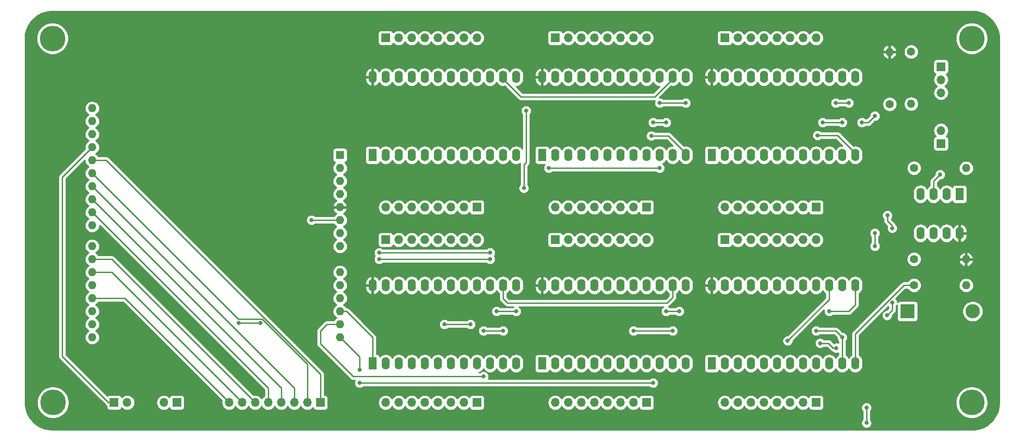
<source format=gbr>
G04 #@! TF.GenerationSoftware,KiCad,Pcbnew,(5.1.2-1)-1*
G04 #@! TF.CreationDate,2019-07-10T19:42:19-04:00*
G04 #@! TF.ProjectId,SuperMux,53757065-724d-4757-982e-6b696361645f,rev?*
G04 #@! TF.SameCoordinates,Original*
G04 #@! TF.FileFunction,Copper,L2,Bot*
G04 #@! TF.FilePolarity,Positive*
%FSLAX46Y46*%
G04 Gerber Fmt 4.6, Leading zero omitted, Abs format (unit mm)*
G04 Created by KiCad (PCBNEW (5.1.2-1)-1) date 2019-07-10 19:42:19*
%MOMM*%
%LPD*%
G04 APERTURE LIST*
%ADD10O,1.600000X1.600000*%
%ADD11R,1.600000X1.600000*%
%ADD12R,1.600000X2.400000*%
%ADD13O,1.600000X2.400000*%
%ADD14R,1.700000X1.700000*%
%ADD15O,1.700000X1.700000*%
%ADD16R,2.800000X2.800000*%
%ADD17O,2.800000X2.800000*%
%ADD18C,1.600000*%
%ADD19C,5.000000*%
%ADD20C,0.800000*%
%ADD21C,0.250000*%
%ADD22C,0.254000*%
G04 APERTURE END LIST*
D10*
X42720000Y-68600000D03*
X42720000Y-71140000D03*
D11*
X90980000Y-77740000D03*
D10*
X42720000Y-108220000D03*
X90980000Y-80280000D03*
X42720000Y-105680000D03*
X90980000Y-82820000D03*
X42720000Y-103140000D03*
X90980000Y-85360000D03*
X42720000Y-100600000D03*
X90980000Y-87900000D03*
X42720000Y-98060000D03*
X90980000Y-90440000D03*
X42720000Y-95520000D03*
X90980000Y-92980000D03*
X42720000Y-91460000D03*
X90980000Y-95520000D03*
X42720000Y-88920000D03*
X90980000Y-100600000D03*
X42720000Y-86380000D03*
X90980000Y-103140000D03*
X42720000Y-83840000D03*
X90980000Y-105680000D03*
X42720000Y-81300000D03*
X90980000Y-108220000D03*
X42720000Y-78760000D03*
X90980000Y-110760000D03*
X42720000Y-76220000D03*
X90980000Y-113300000D03*
X42720000Y-73680000D03*
X42720000Y-113300000D03*
X42720000Y-110760000D03*
D12*
X97330000Y-77740000D03*
D13*
X125270000Y-62500000D03*
X99870000Y-77740000D03*
X122730000Y-62500000D03*
X102410000Y-77740000D03*
X120190000Y-62500000D03*
X104950000Y-77740000D03*
X117650000Y-62500000D03*
X107490000Y-77740000D03*
X115110000Y-62500000D03*
X110030000Y-77740000D03*
X112570000Y-62500000D03*
X112570000Y-77740000D03*
X110030000Y-62500000D03*
X115110000Y-77740000D03*
X107490000Y-62500000D03*
X117650000Y-77740000D03*
X104950000Y-62500000D03*
X120190000Y-77740000D03*
X102410000Y-62500000D03*
X122730000Y-77740000D03*
X99870000Y-62500000D03*
X125270000Y-77740000D03*
X97330000Y-62500000D03*
D14*
X117650000Y-87900000D03*
D15*
X115110000Y-87900000D03*
X112570000Y-87900000D03*
X110030000Y-87900000D03*
X107490000Y-87900000D03*
X104950000Y-87900000D03*
X102410000Y-87900000D03*
X99870000Y-87900000D03*
X117650000Y-54880000D03*
X115110000Y-54880000D03*
X112570000Y-54880000D03*
X110030000Y-54880000D03*
X107490000Y-54880000D03*
X104950000Y-54880000D03*
X102410000Y-54880000D03*
D14*
X99870000Y-54880000D03*
X150670000Y-87900000D03*
D15*
X148130000Y-87900000D03*
X145590000Y-87900000D03*
X143050000Y-87900000D03*
X140510000Y-87900000D03*
X137970000Y-87900000D03*
X135430000Y-87900000D03*
X132890000Y-87900000D03*
X150670000Y-54880000D03*
X148130000Y-54880000D03*
X145590000Y-54880000D03*
X143050000Y-54880000D03*
X140510000Y-54880000D03*
X137970000Y-54880000D03*
X135430000Y-54880000D03*
D14*
X132890000Y-54880000D03*
X183690000Y-87900000D03*
D15*
X181150000Y-87900000D03*
X178610000Y-87900000D03*
X176070000Y-87900000D03*
X173530000Y-87900000D03*
X170990000Y-87900000D03*
X168450000Y-87900000D03*
X165910000Y-87900000D03*
X183690000Y-54880000D03*
X181150000Y-54880000D03*
X178610000Y-54880000D03*
X176070000Y-54880000D03*
X173530000Y-54880000D03*
X170990000Y-54880000D03*
X168450000Y-54880000D03*
D14*
X165910000Y-54880000D03*
X117650000Y-126000000D03*
D15*
X115110000Y-126000000D03*
X112570000Y-126000000D03*
X110030000Y-126000000D03*
X107490000Y-126000000D03*
X104950000Y-126000000D03*
X102410000Y-126000000D03*
X99870000Y-126000000D03*
X117650000Y-94250000D03*
X115110000Y-94250000D03*
X112570000Y-94250000D03*
X110030000Y-94250000D03*
X107490000Y-94250000D03*
X104950000Y-94250000D03*
X102410000Y-94250000D03*
D14*
X99870000Y-94250000D03*
X150670000Y-126000000D03*
D15*
X148130000Y-126000000D03*
X145590000Y-126000000D03*
X143050000Y-126000000D03*
X140510000Y-126000000D03*
X137970000Y-126000000D03*
X135430000Y-126000000D03*
X132890000Y-126000000D03*
X150670000Y-94250000D03*
X148130000Y-94250000D03*
X145590000Y-94250000D03*
X143050000Y-94250000D03*
X140510000Y-94250000D03*
X137970000Y-94250000D03*
X135430000Y-94250000D03*
D14*
X132890000Y-94250000D03*
X183690000Y-126000000D03*
D15*
X181150000Y-126000000D03*
X178610000Y-126000000D03*
X176070000Y-126000000D03*
X173530000Y-126000000D03*
X170990000Y-126000000D03*
X168450000Y-126000000D03*
X165910000Y-126000000D03*
X183690000Y-94250000D03*
X181150000Y-94250000D03*
X178610000Y-94250000D03*
X176070000Y-94250000D03*
X173530000Y-94250000D03*
X170990000Y-94250000D03*
X168450000Y-94250000D03*
D14*
X165910000Y-94250000D03*
X87170000Y-126000000D03*
D15*
X84630000Y-126000000D03*
X82090000Y-126000000D03*
X79550000Y-126000000D03*
X77010000Y-126000000D03*
X74470000Y-126000000D03*
X71930000Y-126000000D03*
X69390000Y-126000000D03*
D14*
X59230000Y-126000000D03*
D15*
X56690000Y-126000000D03*
D12*
X130350000Y-77740000D03*
D13*
X158290000Y-62500000D03*
X132890000Y-77740000D03*
X155750000Y-62500000D03*
X135430000Y-77740000D03*
X153210000Y-62500000D03*
X137970000Y-77740000D03*
X150670000Y-62500000D03*
X140510000Y-77740000D03*
X148130000Y-62500000D03*
X143050000Y-77740000D03*
X145590000Y-62500000D03*
X145590000Y-77740000D03*
X143050000Y-62500000D03*
X148130000Y-77740000D03*
X140510000Y-62500000D03*
X150670000Y-77740000D03*
X137970000Y-62500000D03*
X153210000Y-77740000D03*
X135430000Y-62500000D03*
X155750000Y-77740000D03*
X132890000Y-62500000D03*
X158290000Y-77740000D03*
X130350000Y-62500000D03*
X163370000Y-62500000D03*
X191310000Y-77740000D03*
X165910000Y-62500000D03*
X188770000Y-77740000D03*
X168450000Y-62500000D03*
X186230000Y-77740000D03*
X170990000Y-62500000D03*
X183690000Y-77740000D03*
X173530000Y-62500000D03*
X181150000Y-77740000D03*
X176070000Y-62500000D03*
X178610000Y-77740000D03*
X178610000Y-62500000D03*
X176070000Y-77740000D03*
X181150000Y-62500000D03*
X173530000Y-77740000D03*
X183690000Y-62500000D03*
X170990000Y-77740000D03*
X186230000Y-62500000D03*
X168450000Y-77740000D03*
X188770000Y-62500000D03*
X165910000Y-77740000D03*
X191310000Y-62500000D03*
D12*
X163370000Y-77740000D03*
D13*
X97330000Y-103140000D03*
X125270000Y-118380000D03*
X99870000Y-103140000D03*
X122730000Y-118380000D03*
X102410000Y-103140000D03*
X120190000Y-118380000D03*
X104950000Y-103140000D03*
X117650000Y-118380000D03*
X107490000Y-103140000D03*
X115110000Y-118380000D03*
X110030000Y-103140000D03*
X112570000Y-118380000D03*
X112570000Y-103140000D03*
X110030000Y-118380000D03*
X115110000Y-103140000D03*
X107490000Y-118380000D03*
X117650000Y-103140000D03*
X104950000Y-118380000D03*
X120190000Y-103140000D03*
X102410000Y-118380000D03*
X122730000Y-103140000D03*
X99870000Y-118380000D03*
X125270000Y-103140000D03*
D12*
X97330000Y-118380000D03*
X130350000Y-118380000D03*
D13*
X158290000Y-103140000D03*
X132890000Y-118380000D03*
X155750000Y-103140000D03*
X135430000Y-118380000D03*
X153210000Y-103140000D03*
X137970000Y-118380000D03*
X150670000Y-103140000D03*
X140510000Y-118380000D03*
X148130000Y-103140000D03*
X143050000Y-118380000D03*
X145590000Y-103140000D03*
X145590000Y-118380000D03*
X143050000Y-103140000D03*
X148130000Y-118380000D03*
X140510000Y-103140000D03*
X150670000Y-118380000D03*
X137970000Y-103140000D03*
X153210000Y-118380000D03*
X135430000Y-103140000D03*
X155750000Y-118380000D03*
X132890000Y-103140000D03*
X158290000Y-118380000D03*
X130350000Y-103140000D03*
D12*
X163370000Y-118380000D03*
D13*
X191310000Y-103140000D03*
X165910000Y-118380000D03*
X188770000Y-103140000D03*
X168450000Y-118380000D03*
X186230000Y-103140000D03*
X170990000Y-118380000D03*
X183690000Y-103140000D03*
X173530000Y-118380000D03*
X181150000Y-103140000D03*
X176070000Y-118380000D03*
X178610000Y-103140000D03*
X178610000Y-118380000D03*
X176070000Y-103140000D03*
X181150000Y-118380000D03*
X173530000Y-103140000D03*
X183690000Y-118380000D03*
X170990000Y-103140000D03*
X186230000Y-118380000D03*
X168450000Y-103140000D03*
X188770000Y-118380000D03*
X165910000Y-103140000D03*
X191310000Y-118380000D03*
X163370000Y-103140000D03*
D16*
X201470000Y-108220000D03*
D17*
X214170000Y-108220000D03*
D14*
X208000000Y-75500000D03*
D15*
X208000000Y-72960000D03*
D18*
X202740000Y-80280000D03*
D10*
X212900000Y-80280000D03*
D18*
X202740000Y-103140000D03*
D10*
X212900000Y-103140000D03*
X212900000Y-98060000D03*
D18*
X202740000Y-98060000D03*
D12*
X211630000Y-85360000D03*
D13*
X204010000Y-92980000D03*
X209090000Y-85360000D03*
X206550000Y-92980000D03*
X206550000Y-85360000D03*
X209090000Y-92980000D03*
X204010000Y-85360000D03*
X211630000Y-92980000D03*
D15*
X49540000Y-126000000D03*
D14*
X47000000Y-126000000D03*
X208000000Y-60500000D03*
D15*
X208000000Y-63040000D03*
X208000000Y-65580000D03*
D10*
X202200000Y-67760000D03*
D18*
X202200000Y-57600000D03*
X198000000Y-67800000D03*
D10*
X198000000Y-57640000D03*
D19*
X35100000Y-126000000D03*
X214000000Y-126000000D03*
X35000000Y-55000000D03*
X214000000Y-55000000D03*
D20*
X195120000Y-92980000D03*
X195120000Y-95520000D03*
X116380000Y-110760000D03*
X111300000Y-110760000D03*
X75470000Y-110460000D03*
X71250000Y-110510000D03*
X151940000Y-71390000D03*
X154480000Y-71390000D03*
X184960000Y-71390000D03*
X188770000Y-71390000D03*
X118920000Y-112030000D03*
X122730000Y-112030000D03*
X148130000Y-112030000D03*
X155750000Y-112030000D03*
X183690000Y-112030000D03*
X188770000Y-113300000D03*
X195120000Y-70120000D03*
X192580000Y-71390000D03*
X187600000Y-115370000D03*
X85430000Y-90420000D03*
X184450000Y-114440000D03*
X178150000Y-113960000D03*
X183960000Y-73900000D03*
X151590000Y-73990000D03*
X153210000Y-67580000D03*
X158290000Y-67580000D03*
X187500000Y-67580000D03*
X190040000Y-67580000D03*
X121460000Y-108220000D03*
X125270000Y-108220000D03*
X154480000Y-108220000D03*
X157020000Y-108220000D03*
X186230000Y-108220000D03*
X126780000Y-84190000D03*
X127230000Y-69090000D03*
X120190000Y-96790000D03*
X98600000Y-96790000D03*
X153210000Y-80280000D03*
X131620000Y-80280000D03*
X120190000Y-98060000D03*
X98600000Y-98060000D03*
X118920000Y-120920000D03*
X151940000Y-122190000D03*
X94790000Y-122190000D03*
X94790000Y-119650000D03*
X207820000Y-81550000D03*
X197565009Y-89500000D03*
X198500000Y-92000000D03*
X198500000Y-106500000D03*
X197500000Y-109000000D03*
X193500000Y-127000000D03*
X193500000Y-130000000D03*
D21*
X195120000Y-92980000D02*
X195120000Y-95520000D01*
X116380000Y-110760000D02*
X111300000Y-110760000D01*
X71300000Y-110460000D02*
X71250000Y-110510000D01*
X75470000Y-110460000D02*
X71300000Y-110460000D01*
X49070000Y-105680000D02*
X69390000Y-126000000D01*
X42720000Y-105680000D02*
X49070000Y-105680000D01*
X151940000Y-71390000D02*
X154480000Y-71390000D01*
X184960000Y-71390000D02*
X188770000Y-71390000D01*
X118920000Y-112030000D02*
X122730000Y-112030000D01*
X148130000Y-112030000D02*
X155750000Y-112030000D01*
X183690000Y-112030000D02*
X187500000Y-112030000D01*
X188770000Y-113300000D02*
X188770000Y-118380000D01*
X187500000Y-112030000D02*
X188770000Y-113300000D01*
X193850000Y-71390000D02*
X192580000Y-71390000D01*
X195120000Y-70120000D02*
X193850000Y-71390000D01*
X46530000Y-100600000D02*
X71930000Y-126000000D01*
X42720000Y-100600000D02*
X46530000Y-100600000D01*
X46530000Y-98060000D02*
X42720000Y-98060000D01*
X74470000Y-126000000D02*
X46530000Y-98060000D01*
X85450000Y-90440000D02*
X85430000Y-90420000D01*
X90980000Y-90440000D02*
X85450000Y-90440000D01*
X187600000Y-115370000D02*
X187034315Y-115370000D01*
X186104315Y-114440000D02*
X184450000Y-114440000D01*
X187034315Y-115370000D02*
X186104315Y-114440000D01*
X186230000Y-105880000D02*
X178150000Y-113960000D01*
X186230000Y-103140000D02*
X186230000Y-105880000D01*
X191310000Y-77340000D02*
X187870000Y-73900000D01*
X187470000Y-73900000D02*
X183960000Y-73900000D01*
X187870000Y-73900000D02*
X187470000Y-73900000D01*
X191310000Y-77740000D02*
X191310000Y-77340000D01*
X158290000Y-77340000D02*
X154940000Y-73990000D01*
X153991004Y-73990000D02*
X151590000Y-73990000D01*
X154940000Y-73990000D02*
X153991004Y-73990000D01*
X158290000Y-77740000D02*
X158290000Y-77340000D01*
X41920001Y-77019999D02*
X42720000Y-76220000D01*
X36900000Y-82040000D02*
X41920001Y-77019999D01*
X36900000Y-117000000D02*
X36900000Y-82040000D01*
X45900000Y-126000000D02*
X36900000Y-117000000D01*
X47000000Y-126000000D02*
X45900000Y-126000000D01*
X191310000Y-112616998D02*
X191310000Y-116930000D01*
X200786998Y-103140000D02*
X191310000Y-112616998D01*
X191310000Y-116930000D02*
X191310000Y-118380000D01*
X202740000Y-103140000D02*
X200786998Y-103140000D01*
X152280000Y-66370000D02*
X155750000Y-62900000D01*
X126200000Y-66370000D02*
X152280000Y-66370000D01*
X155750000Y-62900000D02*
X155750000Y-62500000D01*
X122730000Y-62900000D02*
X126200000Y-66370000D01*
X122730000Y-62500000D02*
X122730000Y-62900000D01*
X122730000Y-103140000D02*
X122730000Y-105750000D01*
X122730000Y-105750000D02*
X123550000Y-106570000D01*
X123550000Y-106570000D02*
X154700000Y-106570000D01*
X155750000Y-105520000D02*
X155750000Y-103140000D01*
X154700000Y-106570000D02*
X155750000Y-105520000D01*
X153210000Y-67580000D02*
X158290000Y-67580000D01*
X187500000Y-67580000D02*
X190040000Y-67580000D01*
X121460000Y-108220000D02*
X125270000Y-108220000D01*
X154480000Y-108220000D02*
X157020000Y-108220000D01*
X186230000Y-108220000D02*
X190040000Y-108220000D01*
X191310000Y-106950000D02*
X191310000Y-103140000D01*
X190040000Y-108220000D02*
X191310000Y-106950000D01*
X126780000Y-84190000D02*
X126780000Y-79600000D01*
X127230000Y-79150000D02*
X127230000Y-69090000D01*
X126780000Y-79600000D02*
X127230000Y-79150000D01*
X77010000Y-123210000D02*
X77010000Y-126000000D01*
X42720000Y-88920000D02*
X77010000Y-123210000D01*
X79550000Y-123210000D02*
X79550000Y-126000000D01*
X42720000Y-86380000D02*
X79550000Y-123210000D01*
X120190000Y-96790000D02*
X98600000Y-96790000D01*
X82090000Y-123210000D02*
X82090000Y-126000000D01*
X42720000Y-83840000D02*
X82090000Y-123210000D01*
X153210000Y-80280000D02*
X131620000Y-80280000D01*
X120190000Y-98060000D02*
X98600000Y-98060000D01*
X75818001Y-109734999D02*
X84630000Y-118546998D01*
X84630000Y-118546998D02*
X84630000Y-124797919D01*
X71154999Y-109734999D02*
X75818001Y-109734999D01*
X84630000Y-124797919D02*
X84630000Y-126000000D01*
X42720000Y-81300000D02*
X71154999Y-109734999D01*
X90980000Y-108220000D02*
X92250000Y-108220000D01*
X97330000Y-113300000D02*
X97330000Y-118380000D01*
X92250000Y-108220000D02*
X97330000Y-113300000D01*
X87170000Y-120450588D02*
X87170000Y-124900000D01*
X45479412Y-78760000D02*
X87170000Y-120450588D01*
X87170000Y-124900000D02*
X87170000Y-126000000D01*
X42720000Y-78760000D02*
X45479412Y-78760000D01*
X118920000Y-120920000D02*
X93520000Y-120920000D01*
X93520000Y-120920000D02*
X87170000Y-114570000D01*
X87170000Y-114570000D02*
X87170000Y-112030000D01*
X87170000Y-112030000D02*
X88440000Y-110760000D01*
X88440000Y-110760000D02*
X90980000Y-110760000D01*
X151940000Y-122190000D02*
X94790000Y-122190000D01*
X94790000Y-117110000D02*
X90980000Y-113300000D01*
X94790000Y-119650000D02*
X94790000Y-117110000D01*
X207820000Y-81550000D02*
X206550000Y-82820000D01*
X206550000Y-82820000D02*
X206550000Y-85360000D01*
X197565009Y-89500000D02*
X197565009Y-90565009D01*
X198500000Y-91500000D02*
X198500000Y-92000000D01*
X197565009Y-90565009D02*
X198500000Y-91500000D01*
X198500000Y-108000000D02*
X197500000Y-109000000D01*
X198500000Y-106500000D02*
X198500000Y-108000000D01*
X193500000Y-127000000D02*
X193500000Y-130000000D01*
D22*
G36*
X214871797Y-49733902D02*
G01*
X215720182Y-49947001D01*
X216522371Y-50295803D01*
X217256818Y-50770938D01*
X217903798Y-51359646D01*
X218445946Y-52046125D01*
X218868692Y-52811928D01*
X219160684Y-53636491D01*
X219316116Y-54509076D01*
X219340001Y-55015568D01*
X219340000Y-125972911D01*
X219266098Y-126871802D01*
X219052999Y-127720180D01*
X218704197Y-128522371D01*
X218229062Y-129256818D01*
X217640354Y-129903799D01*
X216953875Y-130445946D01*
X216188076Y-130868691D01*
X215363514Y-131160683D01*
X214490925Y-131316116D01*
X213984453Y-131340000D01*
X35027089Y-131340000D01*
X34128198Y-131266098D01*
X33279820Y-131052999D01*
X32477629Y-130704197D01*
X31743182Y-130229062D01*
X31096201Y-129640354D01*
X30554054Y-128953875D01*
X30131309Y-128188076D01*
X29839317Y-127363514D01*
X29683884Y-126490925D01*
X29660000Y-125984453D01*
X29660000Y-125691229D01*
X31965000Y-125691229D01*
X31965000Y-126308771D01*
X32085476Y-126914446D01*
X32321799Y-127484979D01*
X32664886Y-127998446D01*
X33101554Y-128435114D01*
X33615021Y-128778201D01*
X34185554Y-129014524D01*
X34791229Y-129135000D01*
X35408771Y-129135000D01*
X36014446Y-129014524D01*
X36584979Y-128778201D01*
X37098446Y-128435114D01*
X37535114Y-127998446D01*
X37878201Y-127484979D01*
X38114524Y-126914446D01*
X38235000Y-126308771D01*
X38235000Y-125691229D01*
X38114524Y-125085554D01*
X37878201Y-124515021D01*
X37535114Y-124001554D01*
X37098446Y-123564886D01*
X36584979Y-123221799D01*
X36014446Y-122985476D01*
X35408771Y-122865000D01*
X34791229Y-122865000D01*
X34185554Y-122985476D01*
X33615021Y-123221799D01*
X33101554Y-123564886D01*
X32664886Y-124001554D01*
X32321799Y-124515021D01*
X32085476Y-125085554D01*
X31965000Y-125691229D01*
X29660000Y-125691229D01*
X29660000Y-82040000D01*
X36136324Y-82040000D01*
X36140001Y-82077333D01*
X36140000Y-116962678D01*
X36136324Y-117000000D01*
X36140000Y-117037322D01*
X36140000Y-117037332D01*
X36150997Y-117148985D01*
X36184365Y-117258986D01*
X36194454Y-117292246D01*
X36265026Y-117424276D01*
X36268241Y-117428193D01*
X36359999Y-117540001D01*
X36389003Y-117563804D01*
X45336201Y-126511003D01*
X45359999Y-126540001D01*
X45388997Y-126563799D01*
X45475723Y-126634974D01*
X45511928Y-126654326D01*
X45511928Y-126850000D01*
X45524188Y-126974482D01*
X45560498Y-127094180D01*
X45619463Y-127204494D01*
X45698815Y-127301185D01*
X45795506Y-127380537D01*
X45905820Y-127439502D01*
X46025518Y-127475812D01*
X46150000Y-127488072D01*
X47850000Y-127488072D01*
X47974482Y-127475812D01*
X48094180Y-127439502D01*
X48204494Y-127380537D01*
X48301185Y-127301185D01*
X48380537Y-127204494D01*
X48439502Y-127094180D01*
X48460393Y-127025313D01*
X48484866Y-127055134D01*
X48710986Y-127240706D01*
X48968966Y-127378599D01*
X49248889Y-127463513D01*
X49467050Y-127485000D01*
X49612950Y-127485000D01*
X49831111Y-127463513D01*
X50111034Y-127378599D01*
X50369014Y-127240706D01*
X50595134Y-127055134D01*
X50780706Y-126829014D01*
X50918599Y-126571034D01*
X51003513Y-126291111D01*
X51032185Y-126000000D01*
X55197815Y-126000000D01*
X55226487Y-126291111D01*
X55311401Y-126571034D01*
X55449294Y-126829014D01*
X55634866Y-127055134D01*
X55860986Y-127240706D01*
X56118966Y-127378599D01*
X56398889Y-127463513D01*
X56617050Y-127485000D01*
X56762950Y-127485000D01*
X56981111Y-127463513D01*
X57261034Y-127378599D01*
X57519014Y-127240706D01*
X57745134Y-127055134D01*
X57769607Y-127025313D01*
X57790498Y-127094180D01*
X57849463Y-127204494D01*
X57928815Y-127301185D01*
X58025506Y-127380537D01*
X58135820Y-127439502D01*
X58255518Y-127475812D01*
X58380000Y-127488072D01*
X60080000Y-127488072D01*
X60204482Y-127475812D01*
X60324180Y-127439502D01*
X60434494Y-127380537D01*
X60531185Y-127301185D01*
X60610537Y-127204494D01*
X60669502Y-127094180D01*
X60705812Y-126974482D01*
X60718072Y-126850000D01*
X60718072Y-125150000D01*
X60705812Y-125025518D01*
X60669502Y-124905820D01*
X60610537Y-124795506D01*
X60531185Y-124698815D01*
X60434494Y-124619463D01*
X60324180Y-124560498D01*
X60204482Y-124524188D01*
X60080000Y-124511928D01*
X58380000Y-124511928D01*
X58255518Y-124524188D01*
X58135820Y-124560498D01*
X58025506Y-124619463D01*
X57928815Y-124698815D01*
X57849463Y-124795506D01*
X57790498Y-124905820D01*
X57769607Y-124974687D01*
X57745134Y-124944866D01*
X57519014Y-124759294D01*
X57261034Y-124621401D01*
X56981111Y-124536487D01*
X56762950Y-124515000D01*
X56617050Y-124515000D01*
X56398889Y-124536487D01*
X56118966Y-124621401D01*
X55860986Y-124759294D01*
X55634866Y-124944866D01*
X55449294Y-125170986D01*
X55311401Y-125428966D01*
X55226487Y-125708889D01*
X55197815Y-126000000D01*
X51032185Y-126000000D01*
X51003513Y-125708889D01*
X50918599Y-125428966D01*
X50780706Y-125170986D01*
X50595134Y-124944866D01*
X50369014Y-124759294D01*
X50111034Y-124621401D01*
X49831111Y-124536487D01*
X49612950Y-124515000D01*
X49467050Y-124515000D01*
X49248889Y-124536487D01*
X48968966Y-124621401D01*
X48710986Y-124759294D01*
X48484866Y-124944866D01*
X48460393Y-124974687D01*
X48439502Y-124905820D01*
X48380537Y-124795506D01*
X48301185Y-124698815D01*
X48204494Y-124619463D01*
X48094180Y-124560498D01*
X47974482Y-124524188D01*
X47850000Y-124511928D01*
X46150000Y-124511928D01*
X46025518Y-124524188D01*
X45905820Y-124560498D01*
X45795506Y-124619463D01*
X45698815Y-124698815D01*
X45687457Y-124712655D01*
X37660000Y-116685199D01*
X37660000Y-82354801D01*
X41280598Y-78734205D01*
X41278057Y-78760000D01*
X41305764Y-79041309D01*
X41387818Y-79311808D01*
X41521068Y-79561101D01*
X41700392Y-79779608D01*
X41918899Y-79958932D01*
X42051858Y-80030000D01*
X41918899Y-80101068D01*
X41700392Y-80280392D01*
X41521068Y-80498899D01*
X41387818Y-80748192D01*
X41305764Y-81018691D01*
X41278057Y-81300000D01*
X41305764Y-81581309D01*
X41387818Y-81851808D01*
X41521068Y-82101101D01*
X41700392Y-82319608D01*
X41918899Y-82498932D01*
X42051858Y-82570000D01*
X41918899Y-82641068D01*
X41700392Y-82820392D01*
X41521068Y-83038899D01*
X41387818Y-83288192D01*
X41305764Y-83558691D01*
X41278057Y-83840000D01*
X41305764Y-84121309D01*
X41387818Y-84391808D01*
X41521068Y-84641101D01*
X41700392Y-84859608D01*
X41918899Y-85038932D01*
X42051858Y-85110000D01*
X41918899Y-85181068D01*
X41700392Y-85360392D01*
X41521068Y-85578899D01*
X41387818Y-85828192D01*
X41305764Y-86098691D01*
X41278057Y-86380000D01*
X41305764Y-86661309D01*
X41387818Y-86931808D01*
X41521068Y-87181101D01*
X41700392Y-87399608D01*
X41918899Y-87578932D01*
X42051858Y-87650000D01*
X41918899Y-87721068D01*
X41700392Y-87900392D01*
X41521068Y-88118899D01*
X41387818Y-88368192D01*
X41305764Y-88638691D01*
X41278057Y-88920000D01*
X41305764Y-89201309D01*
X41387818Y-89471808D01*
X41521068Y-89721101D01*
X41700392Y-89939608D01*
X41918899Y-90118932D01*
X42051858Y-90190000D01*
X41918899Y-90261068D01*
X41700392Y-90440392D01*
X41521068Y-90658899D01*
X41387818Y-90908192D01*
X41305764Y-91178691D01*
X41278057Y-91460000D01*
X41305764Y-91741309D01*
X41387818Y-92011808D01*
X41521068Y-92261101D01*
X41700392Y-92479608D01*
X41918899Y-92658932D01*
X42168192Y-92792182D01*
X42438691Y-92874236D01*
X42649508Y-92895000D01*
X42790492Y-92895000D01*
X43001309Y-92874236D01*
X43271808Y-92792182D01*
X43521101Y-92658932D01*
X43739608Y-92479608D01*
X43918932Y-92261101D01*
X44052182Y-92011808D01*
X44134236Y-91741309D01*
X44161943Y-91460000D01*
X44159402Y-91434203D01*
X76250000Y-123524802D01*
X76250001Y-124722405D01*
X76180986Y-124759294D01*
X75954866Y-124944866D01*
X75769294Y-125170986D01*
X75740000Y-125225791D01*
X75710706Y-125170986D01*
X75525134Y-124944866D01*
X75299014Y-124759294D01*
X75041034Y-124621401D01*
X74761111Y-124536487D01*
X74542950Y-124515000D01*
X74397050Y-124515000D01*
X74178889Y-124536487D01*
X74104005Y-124559203D01*
X47093804Y-97549003D01*
X47070001Y-97519999D01*
X46954276Y-97425026D01*
X46822247Y-97354454D01*
X46678986Y-97310997D01*
X46567333Y-97300000D01*
X46567322Y-97300000D01*
X46530000Y-97296324D01*
X46492678Y-97300000D01*
X43940901Y-97300000D01*
X43918932Y-97258899D01*
X43739608Y-97040392D01*
X43521101Y-96861068D01*
X43388142Y-96790000D01*
X43521101Y-96718932D01*
X43739608Y-96539608D01*
X43918932Y-96321101D01*
X44052182Y-96071808D01*
X44134236Y-95801309D01*
X44161943Y-95520000D01*
X44134236Y-95238691D01*
X44052182Y-94968192D01*
X43918932Y-94718899D01*
X43739608Y-94500392D01*
X43521101Y-94321068D01*
X43271808Y-94187818D01*
X43001309Y-94105764D01*
X42790492Y-94085000D01*
X42649508Y-94085000D01*
X42438691Y-94105764D01*
X42168192Y-94187818D01*
X41918899Y-94321068D01*
X41700392Y-94500392D01*
X41521068Y-94718899D01*
X41387818Y-94968192D01*
X41305764Y-95238691D01*
X41278057Y-95520000D01*
X41305764Y-95801309D01*
X41387818Y-96071808D01*
X41521068Y-96321101D01*
X41700392Y-96539608D01*
X41918899Y-96718932D01*
X42051858Y-96790000D01*
X41918899Y-96861068D01*
X41700392Y-97040392D01*
X41521068Y-97258899D01*
X41387818Y-97508192D01*
X41305764Y-97778691D01*
X41278057Y-98060000D01*
X41305764Y-98341309D01*
X41387818Y-98611808D01*
X41521068Y-98861101D01*
X41700392Y-99079608D01*
X41918899Y-99258932D01*
X42051858Y-99330000D01*
X41918899Y-99401068D01*
X41700392Y-99580392D01*
X41521068Y-99798899D01*
X41387818Y-100048192D01*
X41305764Y-100318691D01*
X41278057Y-100600000D01*
X41305764Y-100881309D01*
X41387818Y-101151808D01*
X41521068Y-101401101D01*
X41700392Y-101619608D01*
X41918899Y-101798932D01*
X42051858Y-101870000D01*
X41918899Y-101941068D01*
X41700392Y-102120392D01*
X41521068Y-102338899D01*
X41387818Y-102588192D01*
X41305764Y-102858691D01*
X41278057Y-103140000D01*
X41305764Y-103421309D01*
X41387818Y-103691808D01*
X41521068Y-103941101D01*
X41700392Y-104159608D01*
X41918899Y-104338932D01*
X42051858Y-104410000D01*
X41918899Y-104481068D01*
X41700392Y-104660392D01*
X41521068Y-104878899D01*
X41387818Y-105128192D01*
X41305764Y-105398691D01*
X41278057Y-105680000D01*
X41305764Y-105961309D01*
X41387818Y-106231808D01*
X41521068Y-106481101D01*
X41700392Y-106699608D01*
X41918899Y-106878932D01*
X42051858Y-106950000D01*
X41918899Y-107021068D01*
X41700392Y-107200392D01*
X41521068Y-107418899D01*
X41387818Y-107668192D01*
X41305764Y-107938691D01*
X41278057Y-108220000D01*
X41305764Y-108501309D01*
X41387818Y-108771808D01*
X41521068Y-109021101D01*
X41700392Y-109239608D01*
X41918899Y-109418932D01*
X42051858Y-109490000D01*
X41918899Y-109561068D01*
X41700392Y-109740392D01*
X41521068Y-109958899D01*
X41387818Y-110208192D01*
X41305764Y-110478691D01*
X41278057Y-110760000D01*
X41305764Y-111041309D01*
X41387818Y-111311808D01*
X41521068Y-111561101D01*
X41700392Y-111779608D01*
X41918899Y-111958932D01*
X42051858Y-112030000D01*
X41918899Y-112101068D01*
X41700392Y-112280392D01*
X41521068Y-112498899D01*
X41387818Y-112748192D01*
X41305764Y-113018691D01*
X41278057Y-113300000D01*
X41305764Y-113581309D01*
X41387818Y-113851808D01*
X41521068Y-114101101D01*
X41700392Y-114319608D01*
X41918899Y-114498932D01*
X42168192Y-114632182D01*
X42438691Y-114714236D01*
X42649508Y-114735000D01*
X42790492Y-114735000D01*
X43001309Y-114714236D01*
X43271808Y-114632182D01*
X43521101Y-114498932D01*
X43739608Y-114319608D01*
X43918932Y-114101101D01*
X44052182Y-113851808D01*
X44134236Y-113581309D01*
X44161943Y-113300000D01*
X44134236Y-113018691D01*
X44052182Y-112748192D01*
X43918932Y-112498899D01*
X43739608Y-112280392D01*
X43521101Y-112101068D01*
X43388142Y-112030000D01*
X43521101Y-111958932D01*
X43739608Y-111779608D01*
X43918932Y-111561101D01*
X44052182Y-111311808D01*
X44134236Y-111041309D01*
X44161943Y-110760000D01*
X44134236Y-110478691D01*
X44052182Y-110208192D01*
X43918932Y-109958899D01*
X43739608Y-109740392D01*
X43521101Y-109561068D01*
X43388142Y-109490000D01*
X43521101Y-109418932D01*
X43739608Y-109239608D01*
X43918932Y-109021101D01*
X44052182Y-108771808D01*
X44134236Y-108501309D01*
X44161943Y-108220000D01*
X44134236Y-107938691D01*
X44052182Y-107668192D01*
X43918932Y-107418899D01*
X43739608Y-107200392D01*
X43521101Y-107021068D01*
X43388142Y-106950000D01*
X43521101Y-106878932D01*
X43739608Y-106699608D01*
X43918932Y-106481101D01*
X43940901Y-106440000D01*
X48755199Y-106440000D01*
X67949203Y-125634005D01*
X67926487Y-125708889D01*
X67897815Y-126000000D01*
X67926487Y-126291111D01*
X68011401Y-126571034D01*
X68149294Y-126829014D01*
X68334866Y-127055134D01*
X68560986Y-127240706D01*
X68818966Y-127378599D01*
X69098889Y-127463513D01*
X69317050Y-127485000D01*
X69462950Y-127485000D01*
X69681111Y-127463513D01*
X69961034Y-127378599D01*
X70219014Y-127240706D01*
X70445134Y-127055134D01*
X70630706Y-126829014D01*
X70660000Y-126774209D01*
X70689294Y-126829014D01*
X70874866Y-127055134D01*
X71100986Y-127240706D01*
X71358966Y-127378599D01*
X71638889Y-127463513D01*
X71857050Y-127485000D01*
X72002950Y-127485000D01*
X72221111Y-127463513D01*
X72501034Y-127378599D01*
X72759014Y-127240706D01*
X72985134Y-127055134D01*
X73170706Y-126829014D01*
X73200000Y-126774209D01*
X73229294Y-126829014D01*
X73414866Y-127055134D01*
X73640986Y-127240706D01*
X73898966Y-127378599D01*
X74178889Y-127463513D01*
X74397050Y-127485000D01*
X74542950Y-127485000D01*
X74761111Y-127463513D01*
X75041034Y-127378599D01*
X75299014Y-127240706D01*
X75525134Y-127055134D01*
X75710706Y-126829014D01*
X75740000Y-126774209D01*
X75769294Y-126829014D01*
X75954866Y-127055134D01*
X76180986Y-127240706D01*
X76438966Y-127378599D01*
X76718889Y-127463513D01*
X76937050Y-127485000D01*
X77082950Y-127485000D01*
X77301111Y-127463513D01*
X77581034Y-127378599D01*
X77839014Y-127240706D01*
X78065134Y-127055134D01*
X78250706Y-126829014D01*
X78280000Y-126774209D01*
X78309294Y-126829014D01*
X78494866Y-127055134D01*
X78720986Y-127240706D01*
X78978966Y-127378599D01*
X79258889Y-127463513D01*
X79477050Y-127485000D01*
X79622950Y-127485000D01*
X79841111Y-127463513D01*
X80121034Y-127378599D01*
X80379014Y-127240706D01*
X80605134Y-127055134D01*
X80790706Y-126829014D01*
X80820000Y-126774209D01*
X80849294Y-126829014D01*
X81034866Y-127055134D01*
X81260986Y-127240706D01*
X81518966Y-127378599D01*
X81798889Y-127463513D01*
X82017050Y-127485000D01*
X82162950Y-127485000D01*
X82381111Y-127463513D01*
X82661034Y-127378599D01*
X82919014Y-127240706D01*
X83145134Y-127055134D01*
X83330706Y-126829014D01*
X83360000Y-126774209D01*
X83389294Y-126829014D01*
X83574866Y-127055134D01*
X83800986Y-127240706D01*
X84058966Y-127378599D01*
X84338889Y-127463513D01*
X84557050Y-127485000D01*
X84702950Y-127485000D01*
X84921111Y-127463513D01*
X85201034Y-127378599D01*
X85459014Y-127240706D01*
X85685134Y-127055134D01*
X85709607Y-127025313D01*
X85730498Y-127094180D01*
X85789463Y-127204494D01*
X85868815Y-127301185D01*
X85965506Y-127380537D01*
X86075820Y-127439502D01*
X86195518Y-127475812D01*
X86320000Y-127488072D01*
X88020000Y-127488072D01*
X88144482Y-127475812D01*
X88264180Y-127439502D01*
X88374494Y-127380537D01*
X88471185Y-127301185D01*
X88550537Y-127204494D01*
X88609502Y-127094180D01*
X88645812Y-126974482D01*
X88658072Y-126850000D01*
X88658072Y-126000000D01*
X98377815Y-126000000D01*
X98406487Y-126291111D01*
X98491401Y-126571034D01*
X98629294Y-126829014D01*
X98814866Y-127055134D01*
X99040986Y-127240706D01*
X99298966Y-127378599D01*
X99578889Y-127463513D01*
X99797050Y-127485000D01*
X99942950Y-127485000D01*
X100161111Y-127463513D01*
X100441034Y-127378599D01*
X100699014Y-127240706D01*
X100925134Y-127055134D01*
X101110706Y-126829014D01*
X101140000Y-126774209D01*
X101169294Y-126829014D01*
X101354866Y-127055134D01*
X101580986Y-127240706D01*
X101838966Y-127378599D01*
X102118889Y-127463513D01*
X102337050Y-127485000D01*
X102482950Y-127485000D01*
X102701111Y-127463513D01*
X102981034Y-127378599D01*
X103239014Y-127240706D01*
X103465134Y-127055134D01*
X103650706Y-126829014D01*
X103680000Y-126774209D01*
X103709294Y-126829014D01*
X103894866Y-127055134D01*
X104120986Y-127240706D01*
X104378966Y-127378599D01*
X104658889Y-127463513D01*
X104877050Y-127485000D01*
X105022950Y-127485000D01*
X105241111Y-127463513D01*
X105521034Y-127378599D01*
X105779014Y-127240706D01*
X106005134Y-127055134D01*
X106190706Y-126829014D01*
X106220000Y-126774209D01*
X106249294Y-126829014D01*
X106434866Y-127055134D01*
X106660986Y-127240706D01*
X106918966Y-127378599D01*
X107198889Y-127463513D01*
X107417050Y-127485000D01*
X107562950Y-127485000D01*
X107781111Y-127463513D01*
X108061034Y-127378599D01*
X108319014Y-127240706D01*
X108545134Y-127055134D01*
X108730706Y-126829014D01*
X108760000Y-126774209D01*
X108789294Y-126829014D01*
X108974866Y-127055134D01*
X109200986Y-127240706D01*
X109458966Y-127378599D01*
X109738889Y-127463513D01*
X109957050Y-127485000D01*
X110102950Y-127485000D01*
X110321111Y-127463513D01*
X110601034Y-127378599D01*
X110859014Y-127240706D01*
X111085134Y-127055134D01*
X111270706Y-126829014D01*
X111300000Y-126774209D01*
X111329294Y-126829014D01*
X111514866Y-127055134D01*
X111740986Y-127240706D01*
X111998966Y-127378599D01*
X112278889Y-127463513D01*
X112497050Y-127485000D01*
X112642950Y-127485000D01*
X112861111Y-127463513D01*
X113141034Y-127378599D01*
X113399014Y-127240706D01*
X113625134Y-127055134D01*
X113810706Y-126829014D01*
X113840000Y-126774209D01*
X113869294Y-126829014D01*
X114054866Y-127055134D01*
X114280986Y-127240706D01*
X114538966Y-127378599D01*
X114818889Y-127463513D01*
X115037050Y-127485000D01*
X115182950Y-127485000D01*
X115401111Y-127463513D01*
X115681034Y-127378599D01*
X115939014Y-127240706D01*
X116165134Y-127055134D01*
X116189607Y-127025313D01*
X116210498Y-127094180D01*
X116269463Y-127204494D01*
X116348815Y-127301185D01*
X116445506Y-127380537D01*
X116555820Y-127439502D01*
X116675518Y-127475812D01*
X116800000Y-127488072D01*
X118500000Y-127488072D01*
X118624482Y-127475812D01*
X118744180Y-127439502D01*
X118854494Y-127380537D01*
X118951185Y-127301185D01*
X119030537Y-127204494D01*
X119089502Y-127094180D01*
X119125812Y-126974482D01*
X119138072Y-126850000D01*
X119138072Y-126000000D01*
X131397815Y-126000000D01*
X131426487Y-126291111D01*
X131511401Y-126571034D01*
X131649294Y-126829014D01*
X131834866Y-127055134D01*
X132060986Y-127240706D01*
X132318966Y-127378599D01*
X132598889Y-127463513D01*
X132817050Y-127485000D01*
X132962950Y-127485000D01*
X133181111Y-127463513D01*
X133461034Y-127378599D01*
X133719014Y-127240706D01*
X133945134Y-127055134D01*
X134130706Y-126829014D01*
X134160000Y-126774209D01*
X134189294Y-126829014D01*
X134374866Y-127055134D01*
X134600986Y-127240706D01*
X134858966Y-127378599D01*
X135138889Y-127463513D01*
X135357050Y-127485000D01*
X135502950Y-127485000D01*
X135721111Y-127463513D01*
X136001034Y-127378599D01*
X136259014Y-127240706D01*
X136485134Y-127055134D01*
X136670706Y-126829014D01*
X136700000Y-126774209D01*
X136729294Y-126829014D01*
X136914866Y-127055134D01*
X137140986Y-127240706D01*
X137398966Y-127378599D01*
X137678889Y-127463513D01*
X137897050Y-127485000D01*
X138042950Y-127485000D01*
X138261111Y-127463513D01*
X138541034Y-127378599D01*
X138799014Y-127240706D01*
X139025134Y-127055134D01*
X139210706Y-126829014D01*
X139240000Y-126774209D01*
X139269294Y-126829014D01*
X139454866Y-127055134D01*
X139680986Y-127240706D01*
X139938966Y-127378599D01*
X140218889Y-127463513D01*
X140437050Y-127485000D01*
X140582950Y-127485000D01*
X140801111Y-127463513D01*
X141081034Y-127378599D01*
X141339014Y-127240706D01*
X141565134Y-127055134D01*
X141750706Y-126829014D01*
X141780000Y-126774209D01*
X141809294Y-126829014D01*
X141994866Y-127055134D01*
X142220986Y-127240706D01*
X142478966Y-127378599D01*
X142758889Y-127463513D01*
X142977050Y-127485000D01*
X143122950Y-127485000D01*
X143341111Y-127463513D01*
X143621034Y-127378599D01*
X143879014Y-127240706D01*
X144105134Y-127055134D01*
X144290706Y-126829014D01*
X144320000Y-126774209D01*
X144349294Y-126829014D01*
X144534866Y-127055134D01*
X144760986Y-127240706D01*
X145018966Y-127378599D01*
X145298889Y-127463513D01*
X145517050Y-127485000D01*
X145662950Y-127485000D01*
X145881111Y-127463513D01*
X146161034Y-127378599D01*
X146419014Y-127240706D01*
X146645134Y-127055134D01*
X146830706Y-126829014D01*
X146860000Y-126774209D01*
X146889294Y-126829014D01*
X147074866Y-127055134D01*
X147300986Y-127240706D01*
X147558966Y-127378599D01*
X147838889Y-127463513D01*
X148057050Y-127485000D01*
X148202950Y-127485000D01*
X148421111Y-127463513D01*
X148701034Y-127378599D01*
X148959014Y-127240706D01*
X149185134Y-127055134D01*
X149209607Y-127025313D01*
X149230498Y-127094180D01*
X149289463Y-127204494D01*
X149368815Y-127301185D01*
X149465506Y-127380537D01*
X149575820Y-127439502D01*
X149695518Y-127475812D01*
X149820000Y-127488072D01*
X151520000Y-127488072D01*
X151644482Y-127475812D01*
X151764180Y-127439502D01*
X151874494Y-127380537D01*
X151971185Y-127301185D01*
X152050537Y-127204494D01*
X152109502Y-127094180D01*
X152145812Y-126974482D01*
X152158072Y-126850000D01*
X152158072Y-126000000D01*
X164417815Y-126000000D01*
X164446487Y-126291111D01*
X164531401Y-126571034D01*
X164669294Y-126829014D01*
X164854866Y-127055134D01*
X165080986Y-127240706D01*
X165338966Y-127378599D01*
X165618889Y-127463513D01*
X165837050Y-127485000D01*
X165982950Y-127485000D01*
X166201111Y-127463513D01*
X166481034Y-127378599D01*
X166739014Y-127240706D01*
X166965134Y-127055134D01*
X167150706Y-126829014D01*
X167180000Y-126774209D01*
X167209294Y-126829014D01*
X167394866Y-127055134D01*
X167620986Y-127240706D01*
X167878966Y-127378599D01*
X168158889Y-127463513D01*
X168377050Y-127485000D01*
X168522950Y-127485000D01*
X168741111Y-127463513D01*
X169021034Y-127378599D01*
X169279014Y-127240706D01*
X169505134Y-127055134D01*
X169690706Y-126829014D01*
X169720000Y-126774209D01*
X169749294Y-126829014D01*
X169934866Y-127055134D01*
X170160986Y-127240706D01*
X170418966Y-127378599D01*
X170698889Y-127463513D01*
X170917050Y-127485000D01*
X171062950Y-127485000D01*
X171281111Y-127463513D01*
X171561034Y-127378599D01*
X171819014Y-127240706D01*
X172045134Y-127055134D01*
X172230706Y-126829014D01*
X172260000Y-126774209D01*
X172289294Y-126829014D01*
X172474866Y-127055134D01*
X172700986Y-127240706D01*
X172958966Y-127378599D01*
X173238889Y-127463513D01*
X173457050Y-127485000D01*
X173602950Y-127485000D01*
X173821111Y-127463513D01*
X174101034Y-127378599D01*
X174359014Y-127240706D01*
X174585134Y-127055134D01*
X174770706Y-126829014D01*
X174800000Y-126774209D01*
X174829294Y-126829014D01*
X175014866Y-127055134D01*
X175240986Y-127240706D01*
X175498966Y-127378599D01*
X175778889Y-127463513D01*
X175997050Y-127485000D01*
X176142950Y-127485000D01*
X176361111Y-127463513D01*
X176641034Y-127378599D01*
X176899014Y-127240706D01*
X177125134Y-127055134D01*
X177310706Y-126829014D01*
X177340000Y-126774209D01*
X177369294Y-126829014D01*
X177554866Y-127055134D01*
X177780986Y-127240706D01*
X178038966Y-127378599D01*
X178318889Y-127463513D01*
X178537050Y-127485000D01*
X178682950Y-127485000D01*
X178901111Y-127463513D01*
X179181034Y-127378599D01*
X179439014Y-127240706D01*
X179665134Y-127055134D01*
X179850706Y-126829014D01*
X179880000Y-126774209D01*
X179909294Y-126829014D01*
X180094866Y-127055134D01*
X180320986Y-127240706D01*
X180578966Y-127378599D01*
X180858889Y-127463513D01*
X181077050Y-127485000D01*
X181222950Y-127485000D01*
X181441111Y-127463513D01*
X181721034Y-127378599D01*
X181979014Y-127240706D01*
X182205134Y-127055134D01*
X182229607Y-127025313D01*
X182250498Y-127094180D01*
X182309463Y-127204494D01*
X182388815Y-127301185D01*
X182485506Y-127380537D01*
X182595820Y-127439502D01*
X182715518Y-127475812D01*
X182840000Y-127488072D01*
X184540000Y-127488072D01*
X184664482Y-127475812D01*
X184784180Y-127439502D01*
X184894494Y-127380537D01*
X184991185Y-127301185D01*
X185070537Y-127204494D01*
X185129502Y-127094180D01*
X185165812Y-126974482D01*
X185173338Y-126898061D01*
X192465000Y-126898061D01*
X192465000Y-127101939D01*
X192504774Y-127301898D01*
X192582795Y-127490256D01*
X192696063Y-127659774D01*
X192740000Y-127703711D01*
X192740001Y-129296288D01*
X192696063Y-129340226D01*
X192582795Y-129509744D01*
X192504774Y-129698102D01*
X192465000Y-129898061D01*
X192465000Y-130101939D01*
X192504774Y-130301898D01*
X192582795Y-130490256D01*
X192696063Y-130659774D01*
X192840226Y-130803937D01*
X193009744Y-130917205D01*
X193198102Y-130995226D01*
X193398061Y-131035000D01*
X193601939Y-131035000D01*
X193801898Y-130995226D01*
X193990256Y-130917205D01*
X194159774Y-130803937D01*
X194303937Y-130659774D01*
X194417205Y-130490256D01*
X194495226Y-130301898D01*
X194535000Y-130101939D01*
X194535000Y-129898061D01*
X194495226Y-129698102D01*
X194417205Y-129509744D01*
X194303937Y-129340226D01*
X194260000Y-129296289D01*
X194260000Y-127703711D01*
X194303937Y-127659774D01*
X194417205Y-127490256D01*
X194495226Y-127301898D01*
X194535000Y-127101939D01*
X194535000Y-126898061D01*
X194495226Y-126698102D01*
X194417205Y-126509744D01*
X194303937Y-126340226D01*
X194159774Y-126196063D01*
X193990256Y-126082795D01*
X193801898Y-126004774D01*
X193601939Y-125965000D01*
X193398061Y-125965000D01*
X193198102Y-126004774D01*
X193009744Y-126082795D01*
X192840226Y-126196063D01*
X192696063Y-126340226D01*
X192582795Y-126509744D01*
X192504774Y-126698102D01*
X192465000Y-126898061D01*
X185173338Y-126898061D01*
X185178072Y-126850000D01*
X185178072Y-125691229D01*
X210865000Y-125691229D01*
X210865000Y-126308771D01*
X210985476Y-126914446D01*
X211221799Y-127484979D01*
X211564886Y-127998446D01*
X212001554Y-128435114D01*
X212515021Y-128778201D01*
X213085554Y-129014524D01*
X213691229Y-129135000D01*
X214308771Y-129135000D01*
X214914446Y-129014524D01*
X215484979Y-128778201D01*
X215998446Y-128435114D01*
X216435114Y-127998446D01*
X216778201Y-127484979D01*
X217014524Y-126914446D01*
X217135000Y-126308771D01*
X217135000Y-125691229D01*
X217014524Y-125085554D01*
X216778201Y-124515021D01*
X216435114Y-124001554D01*
X215998446Y-123564886D01*
X215484979Y-123221799D01*
X214914446Y-122985476D01*
X214308771Y-122865000D01*
X213691229Y-122865000D01*
X213085554Y-122985476D01*
X212515021Y-123221799D01*
X212001554Y-123564886D01*
X211564886Y-124001554D01*
X211221799Y-124515021D01*
X210985476Y-125085554D01*
X210865000Y-125691229D01*
X185178072Y-125691229D01*
X185178072Y-125150000D01*
X185165812Y-125025518D01*
X185129502Y-124905820D01*
X185070537Y-124795506D01*
X184991185Y-124698815D01*
X184894494Y-124619463D01*
X184784180Y-124560498D01*
X184664482Y-124524188D01*
X184540000Y-124511928D01*
X182840000Y-124511928D01*
X182715518Y-124524188D01*
X182595820Y-124560498D01*
X182485506Y-124619463D01*
X182388815Y-124698815D01*
X182309463Y-124795506D01*
X182250498Y-124905820D01*
X182229607Y-124974687D01*
X182205134Y-124944866D01*
X181979014Y-124759294D01*
X181721034Y-124621401D01*
X181441111Y-124536487D01*
X181222950Y-124515000D01*
X181077050Y-124515000D01*
X180858889Y-124536487D01*
X180578966Y-124621401D01*
X180320986Y-124759294D01*
X180094866Y-124944866D01*
X179909294Y-125170986D01*
X179880000Y-125225791D01*
X179850706Y-125170986D01*
X179665134Y-124944866D01*
X179439014Y-124759294D01*
X179181034Y-124621401D01*
X178901111Y-124536487D01*
X178682950Y-124515000D01*
X178537050Y-124515000D01*
X178318889Y-124536487D01*
X178038966Y-124621401D01*
X177780986Y-124759294D01*
X177554866Y-124944866D01*
X177369294Y-125170986D01*
X177340000Y-125225791D01*
X177310706Y-125170986D01*
X177125134Y-124944866D01*
X176899014Y-124759294D01*
X176641034Y-124621401D01*
X176361111Y-124536487D01*
X176142950Y-124515000D01*
X175997050Y-124515000D01*
X175778889Y-124536487D01*
X175498966Y-124621401D01*
X175240986Y-124759294D01*
X175014866Y-124944866D01*
X174829294Y-125170986D01*
X174800000Y-125225791D01*
X174770706Y-125170986D01*
X174585134Y-124944866D01*
X174359014Y-124759294D01*
X174101034Y-124621401D01*
X173821111Y-124536487D01*
X173602950Y-124515000D01*
X173457050Y-124515000D01*
X173238889Y-124536487D01*
X172958966Y-124621401D01*
X172700986Y-124759294D01*
X172474866Y-124944866D01*
X172289294Y-125170986D01*
X172260000Y-125225791D01*
X172230706Y-125170986D01*
X172045134Y-124944866D01*
X171819014Y-124759294D01*
X171561034Y-124621401D01*
X171281111Y-124536487D01*
X171062950Y-124515000D01*
X170917050Y-124515000D01*
X170698889Y-124536487D01*
X170418966Y-124621401D01*
X170160986Y-124759294D01*
X169934866Y-124944866D01*
X169749294Y-125170986D01*
X169720000Y-125225791D01*
X169690706Y-125170986D01*
X169505134Y-124944866D01*
X169279014Y-124759294D01*
X169021034Y-124621401D01*
X168741111Y-124536487D01*
X168522950Y-124515000D01*
X168377050Y-124515000D01*
X168158889Y-124536487D01*
X167878966Y-124621401D01*
X167620986Y-124759294D01*
X167394866Y-124944866D01*
X167209294Y-125170986D01*
X167180000Y-125225791D01*
X167150706Y-125170986D01*
X166965134Y-124944866D01*
X166739014Y-124759294D01*
X166481034Y-124621401D01*
X166201111Y-124536487D01*
X165982950Y-124515000D01*
X165837050Y-124515000D01*
X165618889Y-124536487D01*
X165338966Y-124621401D01*
X165080986Y-124759294D01*
X164854866Y-124944866D01*
X164669294Y-125170986D01*
X164531401Y-125428966D01*
X164446487Y-125708889D01*
X164417815Y-126000000D01*
X152158072Y-126000000D01*
X152158072Y-125150000D01*
X152145812Y-125025518D01*
X152109502Y-124905820D01*
X152050537Y-124795506D01*
X151971185Y-124698815D01*
X151874494Y-124619463D01*
X151764180Y-124560498D01*
X151644482Y-124524188D01*
X151520000Y-124511928D01*
X149820000Y-124511928D01*
X149695518Y-124524188D01*
X149575820Y-124560498D01*
X149465506Y-124619463D01*
X149368815Y-124698815D01*
X149289463Y-124795506D01*
X149230498Y-124905820D01*
X149209607Y-124974687D01*
X149185134Y-124944866D01*
X148959014Y-124759294D01*
X148701034Y-124621401D01*
X148421111Y-124536487D01*
X148202950Y-124515000D01*
X148057050Y-124515000D01*
X147838889Y-124536487D01*
X147558966Y-124621401D01*
X147300986Y-124759294D01*
X147074866Y-124944866D01*
X146889294Y-125170986D01*
X146860000Y-125225791D01*
X146830706Y-125170986D01*
X146645134Y-124944866D01*
X146419014Y-124759294D01*
X146161034Y-124621401D01*
X145881111Y-124536487D01*
X145662950Y-124515000D01*
X145517050Y-124515000D01*
X145298889Y-124536487D01*
X145018966Y-124621401D01*
X144760986Y-124759294D01*
X144534866Y-124944866D01*
X144349294Y-125170986D01*
X144320000Y-125225791D01*
X144290706Y-125170986D01*
X144105134Y-124944866D01*
X143879014Y-124759294D01*
X143621034Y-124621401D01*
X143341111Y-124536487D01*
X143122950Y-124515000D01*
X142977050Y-124515000D01*
X142758889Y-124536487D01*
X142478966Y-124621401D01*
X142220986Y-124759294D01*
X141994866Y-124944866D01*
X141809294Y-125170986D01*
X141780000Y-125225791D01*
X141750706Y-125170986D01*
X141565134Y-124944866D01*
X141339014Y-124759294D01*
X141081034Y-124621401D01*
X140801111Y-124536487D01*
X140582950Y-124515000D01*
X140437050Y-124515000D01*
X140218889Y-124536487D01*
X139938966Y-124621401D01*
X139680986Y-124759294D01*
X139454866Y-124944866D01*
X139269294Y-125170986D01*
X139240000Y-125225791D01*
X139210706Y-125170986D01*
X139025134Y-124944866D01*
X138799014Y-124759294D01*
X138541034Y-124621401D01*
X138261111Y-124536487D01*
X138042950Y-124515000D01*
X137897050Y-124515000D01*
X137678889Y-124536487D01*
X137398966Y-124621401D01*
X137140986Y-124759294D01*
X136914866Y-124944866D01*
X136729294Y-125170986D01*
X136700000Y-125225791D01*
X136670706Y-125170986D01*
X136485134Y-124944866D01*
X136259014Y-124759294D01*
X136001034Y-124621401D01*
X135721111Y-124536487D01*
X135502950Y-124515000D01*
X135357050Y-124515000D01*
X135138889Y-124536487D01*
X134858966Y-124621401D01*
X134600986Y-124759294D01*
X134374866Y-124944866D01*
X134189294Y-125170986D01*
X134160000Y-125225791D01*
X134130706Y-125170986D01*
X133945134Y-124944866D01*
X133719014Y-124759294D01*
X133461034Y-124621401D01*
X133181111Y-124536487D01*
X132962950Y-124515000D01*
X132817050Y-124515000D01*
X132598889Y-124536487D01*
X132318966Y-124621401D01*
X132060986Y-124759294D01*
X131834866Y-124944866D01*
X131649294Y-125170986D01*
X131511401Y-125428966D01*
X131426487Y-125708889D01*
X131397815Y-126000000D01*
X119138072Y-126000000D01*
X119138072Y-125150000D01*
X119125812Y-125025518D01*
X119089502Y-124905820D01*
X119030537Y-124795506D01*
X118951185Y-124698815D01*
X118854494Y-124619463D01*
X118744180Y-124560498D01*
X118624482Y-124524188D01*
X118500000Y-124511928D01*
X116800000Y-124511928D01*
X116675518Y-124524188D01*
X116555820Y-124560498D01*
X116445506Y-124619463D01*
X116348815Y-124698815D01*
X116269463Y-124795506D01*
X116210498Y-124905820D01*
X116189607Y-124974687D01*
X116165134Y-124944866D01*
X115939014Y-124759294D01*
X115681034Y-124621401D01*
X115401111Y-124536487D01*
X115182950Y-124515000D01*
X115037050Y-124515000D01*
X114818889Y-124536487D01*
X114538966Y-124621401D01*
X114280986Y-124759294D01*
X114054866Y-124944866D01*
X113869294Y-125170986D01*
X113840000Y-125225791D01*
X113810706Y-125170986D01*
X113625134Y-124944866D01*
X113399014Y-124759294D01*
X113141034Y-124621401D01*
X112861111Y-124536487D01*
X112642950Y-124515000D01*
X112497050Y-124515000D01*
X112278889Y-124536487D01*
X111998966Y-124621401D01*
X111740986Y-124759294D01*
X111514866Y-124944866D01*
X111329294Y-125170986D01*
X111300000Y-125225791D01*
X111270706Y-125170986D01*
X111085134Y-124944866D01*
X110859014Y-124759294D01*
X110601034Y-124621401D01*
X110321111Y-124536487D01*
X110102950Y-124515000D01*
X109957050Y-124515000D01*
X109738889Y-124536487D01*
X109458966Y-124621401D01*
X109200986Y-124759294D01*
X108974866Y-124944866D01*
X108789294Y-125170986D01*
X108760000Y-125225791D01*
X108730706Y-125170986D01*
X108545134Y-124944866D01*
X108319014Y-124759294D01*
X108061034Y-124621401D01*
X107781111Y-124536487D01*
X107562950Y-124515000D01*
X107417050Y-124515000D01*
X107198889Y-124536487D01*
X106918966Y-124621401D01*
X106660986Y-124759294D01*
X106434866Y-124944866D01*
X106249294Y-125170986D01*
X106220000Y-125225791D01*
X106190706Y-125170986D01*
X106005134Y-124944866D01*
X105779014Y-124759294D01*
X105521034Y-124621401D01*
X105241111Y-124536487D01*
X105022950Y-124515000D01*
X104877050Y-124515000D01*
X104658889Y-124536487D01*
X104378966Y-124621401D01*
X104120986Y-124759294D01*
X103894866Y-124944866D01*
X103709294Y-125170986D01*
X103680000Y-125225791D01*
X103650706Y-125170986D01*
X103465134Y-124944866D01*
X103239014Y-124759294D01*
X102981034Y-124621401D01*
X102701111Y-124536487D01*
X102482950Y-124515000D01*
X102337050Y-124515000D01*
X102118889Y-124536487D01*
X101838966Y-124621401D01*
X101580986Y-124759294D01*
X101354866Y-124944866D01*
X101169294Y-125170986D01*
X101140000Y-125225791D01*
X101110706Y-125170986D01*
X100925134Y-124944866D01*
X100699014Y-124759294D01*
X100441034Y-124621401D01*
X100161111Y-124536487D01*
X99942950Y-124515000D01*
X99797050Y-124515000D01*
X99578889Y-124536487D01*
X99298966Y-124621401D01*
X99040986Y-124759294D01*
X98814866Y-124944866D01*
X98629294Y-125170986D01*
X98491401Y-125428966D01*
X98406487Y-125708889D01*
X98377815Y-126000000D01*
X88658072Y-126000000D01*
X88658072Y-125150000D01*
X88645812Y-125025518D01*
X88609502Y-124905820D01*
X88550537Y-124795506D01*
X88471185Y-124698815D01*
X88374494Y-124619463D01*
X88264180Y-124560498D01*
X88144482Y-124524188D01*
X88020000Y-124511928D01*
X87930000Y-124511928D01*
X87930000Y-120487911D01*
X87933676Y-120450588D01*
X87930000Y-120413265D01*
X87930000Y-120413255D01*
X87919003Y-120301602D01*
X87875546Y-120158341D01*
X87804975Y-120026313D01*
X87804974Y-120026311D01*
X87733799Y-119939585D01*
X87710001Y-119910587D01*
X87681004Y-119886790D01*
X79824214Y-112030000D01*
X86406324Y-112030000D01*
X86410001Y-112067332D01*
X86410000Y-114532677D01*
X86406324Y-114570000D01*
X86410000Y-114607322D01*
X86410000Y-114607332D01*
X86420997Y-114718985D01*
X86434633Y-114763937D01*
X86464454Y-114862246D01*
X86535026Y-114994276D01*
X86574871Y-115042826D01*
X86629999Y-115110001D01*
X86659003Y-115133804D01*
X92956201Y-121431003D01*
X92979999Y-121460001D01*
X93008997Y-121483799D01*
X93095723Y-121554974D01*
X93227753Y-121625546D01*
X93371014Y-121669003D01*
X93482667Y-121680000D01*
X93482676Y-121680000D01*
X93519999Y-121683676D01*
X93557322Y-121680000D01*
X93885987Y-121680000D01*
X93872795Y-121699744D01*
X93794774Y-121888102D01*
X93755000Y-122088061D01*
X93755000Y-122291939D01*
X93794774Y-122491898D01*
X93872795Y-122680256D01*
X93986063Y-122849774D01*
X94130226Y-122993937D01*
X94299744Y-123107205D01*
X94488102Y-123185226D01*
X94688061Y-123225000D01*
X94891939Y-123225000D01*
X95091898Y-123185226D01*
X95280256Y-123107205D01*
X95449774Y-122993937D01*
X95493711Y-122950000D01*
X151236289Y-122950000D01*
X151280226Y-122993937D01*
X151449744Y-123107205D01*
X151638102Y-123185226D01*
X151838061Y-123225000D01*
X152041939Y-123225000D01*
X152241898Y-123185226D01*
X152430256Y-123107205D01*
X152599774Y-122993937D01*
X152743937Y-122849774D01*
X152857205Y-122680256D01*
X152935226Y-122491898D01*
X152975000Y-122291939D01*
X152975000Y-122088061D01*
X152935226Y-121888102D01*
X152857205Y-121699744D01*
X152743937Y-121530226D01*
X152599774Y-121386063D01*
X152430256Y-121272795D01*
X152241898Y-121194774D01*
X152041939Y-121155000D01*
X151838061Y-121155000D01*
X151638102Y-121194774D01*
X151449744Y-121272795D01*
X151280226Y-121386063D01*
X151236289Y-121430000D01*
X119824013Y-121430000D01*
X119837205Y-121410256D01*
X119915226Y-121221898D01*
X119955000Y-121021939D01*
X119955000Y-120818061D01*
X119915226Y-120618102D01*
X119837205Y-120429744D01*
X119723937Y-120260226D01*
X119579774Y-120116063D01*
X119410256Y-120002795D01*
X119221898Y-119924774D01*
X119021939Y-119885000D01*
X118818061Y-119885000D01*
X118618102Y-119924774D01*
X118429744Y-120002795D01*
X118260226Y-120116063D01*
X118216289Y-120160000D01*
X118044171Y-120160000D01*
X118201808Y-120112182D01*
X118451101Y-119978932D01*
X118669608Y-119799608D01*
X118848932Y-119581101D01*
X118920000Y-119448142D01*
X118991068Y-119581101D01*
X119170393Y-119799608D01*
X119388900Y-119978932D01*
X119638193Y-120112182D01*
X119908692Y-120194236D01*
X120190000Y-120221943D01*
X120471309Y-120194236D01*
X120741808Y-120112182D01*
X120991101Y-119978932D01*
X121209608Y-119799608D01*
X121388932Y-119581101D01*
X121460000Y-119448142D01*
X121531068Y-119581101D01*
X121710393Y-119799608D01*
X121928900Y-119978932D01*
X122178193Y-120112182D01*
X122448692Y-120194236D01*
X122730000Y-120221943D01*
X123011309Y-120194236D01*
X123281808Y-120112182D01*
X123531101Y-119978932D01*
X123749608Y-119799608D01*
X123928932Y-119581101D01*
X124000000Y-119448142D01*
X124071068Y-119581101D01*
X124250393Y-119799608D01*
X124468900Y-119978932D01*
X124718193Y-120112182D01*
X124988692Y-120194236D01*
X125270000Y-120221943D01*
X125551309Y-120194236D01*
X125821808Y-120112182D01*
X126071101Y-119978932D01*
X126289608Y-119799608D01*
X126468932Y-119581101D01*
X126602182Y-119331808D01*
X126684236Y-119061309D01*
X126705000Y-118850491D01*
X126705000Y-117909508D01*
X126684236Y-117698691D01*
X126602182Y-117428192D01*
X126469521Y-117180000D01*
X128911928Y-117180000D01*
X128911928Y-119580000D01*
X128924188Y-119704482D01*
X128960498Y-119824180D01*
X129019463Y-119934494D01*
X129098815Y-120031185D01*
X129195506Y-120110537D01*
X129305820Y-120169502D01*
X129425518Y-120205812D01*
X129550000Y-120218072D01*
X131150000Y-120218072D01*
X131274482Y-120205812D01*
X131394180Y-120169502D01*
X131504494Y-120110537D01*
X131601185Y-120031185D01*
X131680537Y-119934494D01*
X131739502Y-119824180D01*
X131775812Y-119704482D01*
X131777581Y-119686517D01*
X131870393Y-119799608D01*
X132088900Y-119978932D01*
X132338193Y-120112182D01*
X132608692Y-120194236D01*
X132890000Y-120221943D01*
X133171309Y-120194236D01*
X133441808Y-120112182D01*
X133691101Y-119978932D01*
X133909608Y-119799608D01*
X134088932Y-119581101D01*
X134160000Y-119448142D01*
X134231068Y-119581101D01*
X134410393Y-119799608D01*
X134628900Y-119978932D01*
X134878193Y-120112182D01*
X135148692Y-120194236D01*
X135430000Y-120221943D01*
X135711309Y-120194236D01*
X135981808Y-120112182D01*
X136231101Y-119978932D01*
X136449608Y-119799608D01*
X136628932Y-119581101D01*
X136700000Y-119448142D01*
X136771068Y-119581101D01*
X136950393Y-119799608D01*
X137168900Y-119978932D01*
X137418193Y-120112182D01*
X137688692Y-120194236D01*
X137970000Y-120221943D01*
X138251309Y-120194236D01*
X138521808Y-120112182D01*
X138771101Y-119978932D01*
X138989608Y-119799608D01*
X139168932Y-119581101D01*
X139240000Y-119448142D01*
X139311068Y-119581101D01*
X139490393Y-119799608D01*
X139708900Y-119978932D01*
X139958193Y-120112182D01*
X140228692Y-120194236D01*
X140510000Y-120221943D01*
X140791309Y-120194236D01*
X141061808Y-120112182D01*
X141311101Y-119978932D01*
X141529608Y-119799608D01*
X141708932Y-119581101D01*
X141780000Y-119448142D01*
X141851068Y-119581101D01*
X142030393Y-119799608D01*
X142248900Y-119978932D01*
X142498193Y-120112182D01*
X142768692Y-120194236D01*
X143050000Y-120221943D01*
X143331309Y-120194236D01*
X143601808Y-120112182D01*
X143851101Y-119978932D01*
X144069608Y-119799608D01*
X144248932Y-119581101D01*
X144320000Y-119448142D01*
X144391068Y-119581101D01*
X144570393Y-119799608D01*
X144788900Y-119978932D01*
X145038193Y-120112182D01*
X145308692Y-120194236D01*
X145590000Y-120221943D01*
X145871309Y-120194236D01*
X146141808Y-120112182D01*
X146391101Y-119978932D01*
X146609608Y-119799608D01*
X146788932Y-119581101D01*
X146860000Y-119448142D01*
X146931068Y-119581101D01*
X147110393Y-119799608D01*
X147328900Y-119978932D01*
X147578193Y-120112182D01*
X147848692Y-120194236D01*
X148130000Y-120221943D01*
X148411309Y-120194236D01*
X148681808Y-120112182D01*
X148931101Y-119978932D01*
X149149608Y-119799608D01*
X149328932Y-119581101D01*
X149400000Y-119448142D01*
X149471068Y-119581101D01*
X149650393Y-119799608D01*
X149868900Y-119978932D01*
X150118193Y-120112182D01*
X150388692Y-120194236D01*
X150670000Y-120221943D01*
X150951309Y-120194236D01*
X151221808Y-120112182D01*
X151471101Y-119978932D01*
X151689608Y-119799608D01*
X151868932Y-119581101D01*
X151940000Y-119448142D01*
X152011068Y-119581101D01*
X152190393Y-119799608D01*
X152408900Y-119978932D01*
X152658193Y-120112182D01*
X152928692Y-120194236D01*
X153210000Y-120221943D01*
X153491309Y-120194236D01*
X153761808Y-120112182D01*
X154011101Y-119978932D01*
X154229608Y-119799608D01*
X154408932Y-119581101D01*
X154480000Y-119448142D01*
X154551068Y-119581101D01*
X154730393Y-119799608D01*
X154948900Y-119978932D01*
X155198193Y-120112182D01*
X155468692Y-120194236D01*
X155750000Y-120221943D01*
X156031309Y-120194236D01*
X156301808Y-120112182D01*
X156551101Y-119978932D01*
X156769608Y-119799608D01*
X156948932Y-119581101D01*
X157020000Y-119448142D01*
X157091068Y-119581101D01*
X157270393Y-119799608D01*
X157488900Y-119978932D01*
X157738193Y-120112182D01*
X158008692Y-120194236D01*
X158290000Y-120221943D01*
X158571309Y-120194236D01*
X158841808Y-120112182D01*
X159091101Y-119978932D01*
X159309608Y-119799608D01*
X159488932Y-119581101D01*
X159622182Y-119331808D01*
X159704236Y-119061309D01*
X159725000Y-118850491D01*
X159725000Y-117909508D01*
X159704236Y-117698691D01*
X159622182Y-117428192D01*
X159489521Y-117180000D01*
X161931928Y-117180000D01*
X161931928Y-119580000D01*
X161944188Y-119704482D01*
X161980498Y-119824180D01*
X162039463Y-119934494D01*
X162118815Y-120031185D01*
X162215506Y-120110537D01*
X162325820Y-120169502D01*
X162445518Y-120205812D01*
X162570000Y-120218072D01*
X164170000Y-120218072D01*
X164294482Y-120205812D01*
X164414180Y-120169502D01*
X164524494Y-120110537D01*
X164621185Y-120031185D01*
X164700537Y-119934494D01*
X164759502Y-119824180D01*
X164795812Y-119704482D01*
X164797581Y-119686517D01*
X164890393Y-119799608D01*
X165108900Y-119978932D01*
X165358193Y-120112182D01*
X165628692Y-120194236D01*
X165910000Y-120221943D01*
X166191309Y-120194236D01*
X166461808Y-120112182D01*
X166711101Y-119978932D01*
X166929608Y-119799608D01*
X167108932Y-119581101D01*
X167180000Y-119448142D01*
X167251068Y-119581101D01*
X167430393Y-119799608D01*
X167648900Y-119978932D01*
X167898193Y-120112182D01*
X168168692Y-120194236D01*
X168450000Y-120221943D01*
X168731309Y-120194236D01*
X169001808Y-120112182D01*
X169251101Y-119978932D01*
X169469608Y-119799608D01*
X169648932Y-119581101D01*
X169720000Y-119448142D01*
X169791068Y-119581101D01*
X169970393Y-119799608D01*
X170188900Y-119978932D01*
X170438193Y-120112182D01*
X170708692Y-120194236D01*
X170990000Y-120221943D01*
X171271309Y-120194236D01*
X171541808Y-120112182D01*
X171791101Y-119978932D01*
X172009608Y-119799608D01*
X172188932Y-119581101D01*
X172260000Y-119448142D01*
X172331068Y-119581101D01*
X172510393Y-119799608D01*
X172728900Y-119978932D01*
X172978193Y-120112182D01*
X173248692Y-120194236D01*
X173530000Y-120221943D01*
X173811309Y-120194236D01*
X174081808Y-120112182D01*
X174331101Y-119978932D01*
X174549608Y-119799608D01*
X174728932Y-119581101D01*
X174800000Y-119448142D01*
X174871068Y-119581101D01*
X175050393Y-119799608D01*
X175268900Y-119978932D01*
X175518193Y-120112182D01*
X175788692Y-120194236D01*
X176070000Y-120221943D01*
X176351309Y-120194236D01*
X176621808Y-120112182D01*
X176871101Y-119978932D01*
X177089608Y-119799608D01*
X177268932Y-119581101D01*
X177340000Y-119448142D01*
X177411068Y-119581101D01*
X177590393Y-119799608D01*
X177808900Y-119978932D01*
X178058193Y-120112182D01*
X178328692Y-120194236D01*
X178610000Y-120221943D01*
X178891309Y-120194236D01*
X179161808Y-120112182D01*
X179411101Y-119978932D01*
X179629608Y-119799608D01*
X179808932Y-119581101D01*
X179880000Y-119448142D01*
X179951068Y-119581101D01*
X180130393Y-119799608D01*
X180348900Y-119978932D01*
X180598193Y-120112182D01*
X180868692Y-120194236D01*
X181150000Y-120221943D01*
X181431309Y-120194236D01*
X181701808Y-120112182D01*
X181951101Y-119978932D01*
X182169608Y-119799608D01*
X182348932Y-119581101D01*
X182420000Y-119448142D01*
X182491068Y-119581101D01*
X182670393Y-119799608D01*
X182888900Y-119978932D01*
X183138193Y-120112182D01*
X183408692Y-120194236D01*
X183690000Y-120221943D01*
X183971309Y-120194236D01*
X184241808Y-120112182D01*
X184491101Y-119978932D01*
X184709608Y-119799608D01*
X184888932Y-119581101D01*
X184960000Y-119448142D01*
X185031068Y-119581101D01*
X185210393Y-119799608D01*
X185428900Y-119978932D01*
X185678193Y-120112182D01*
X185948692Y-120194236D01*
X186230000Y-120221943D01*
X186511309Y-120194236D01*
X186781808Y-120112182D01*
X187031101Y-119978932D01*
X187249608Y-119799608D01*
X187428932Y-119581101D01*
X187500000Y-119448142D01*
X187571068Y-119581101D01*
X187750393Y-119799608D01*
X187968900Y-119978932D01*
X188218193Y-120112182D01*
X188488692Y-120194236D01*
X188770000Y-120221943D01*
X189051309Y-120194236D01*
X189321808Y-120112182D01*
X189571101Y-119978932D01*
X189789608Y-119799608D01*
X189968932Y-119581101D01*
X190040000Y-119448142D01*
X190111068Y-119581101D01*
X190290393Y-119799608D01*
X190508900Y-119978932D01*
X190758193Y-120112182D01*
X191028692Y-120194236D01*
X191310000Y-120221943D01*
X191591309Y-120194236D01*
X191861808Y-120112182D01*
X192111101Y-119978932D01*
X192329608Y-119799608D01*
X192508932Y-119581101D01*
X192642182Y-119331808D01*
X192724236Y-119061309D01*
X192745000Y-118850491D01*
X192745000Y-117909508D01*
X192724236Y-117698691D01*
X192642182Y-117428192D01*
X192508932Y-117178899D01*
X192329607Y-116960392D01*
X192111100Y-116781068D01*
X192070000Y-116759100D01*
X192070000Y-112931799D01*
X197740001Y-107261799D01*
X197740001Y-107685197D01*
X197460199Y-107965000D01*
X197398061Y-107965000D01*
X197198102Y-108004774D01*
X197009744Y-108082795D01*
X196840226Y-108196063D01*
X196696063Y-108340226D01*
X196582795Y-108509744D01*
X196504774Y-108698102D01*
X196465000Y-108898061D01*
X196465000Y-109101939D01*
X196504774Y-109301898D01*
X196582795Y-109490256D01*
X196696063Y-109659774D01*
X196840226Y-109803937D01*
X197009744Y-109917205D01*
X197198102Y-109995226D01*
X197398061Y-110035000D01*
X197601939Y-110035000D01*
X197801898Y-109995226D01*
X197990256Y-109917205D01*
X198159774Y-109803937D01*
X198303937Y-109659774D01*
X198417205Y-109490256D01*
X198495226Y-109301898D01*
X198535000Y-109101939D01*
X198535000Y-109039801D01*
X199011003Y-108563799D01*
X199040001Y-108540001D01*
X199134974Y-108424276D01*
X199205546Y-108292247D01*
X199249003Y-108148986D01*
X199260000Y-108037333D01*
X199263677Y-108000000D01*
X199260000Y-107962667D01*
X199260000Y-107203711D01*
X199303937Y-107159774D01*
X199417205Y-106990256D01*
X199431928Y-106954712D01*
X199431928Y-109620000D01*
X199444188Y-109744482D01*
X199480498Y-109864180D01*
X199539463Y-109974494D01*
X199618815Y-110071185D01*
X199715506Y-110150537D01*
X199825820Y-110209502D01*
X199945518Y-110245812D01*
X200070000Y-110258072D01*
X202870000Y-110258072D01*
X202994482Y-110245812D01*
X203114180Y-110209502D01*
X203224494Y-110150537D01*
X203321185Y-110071185D01*
X203400537Y-109974494D01*
X203459502Y-109864180D01*
X203495812Y-109744482D01*
X203508072Y-109620000D01*
X203508072Y-108220000D01*
X212125154Y-108220000D01*
X212164445Y-108618930D01*
X212280809Y-109002529D01*
X212469773Y-109356056D01*
X212724076Y-109665924D01*
X213033944Y-109920227D01*
X213387471Y-110109191D01*
X213771070Y-110225555D01*
X214070031Y-110255000D01*
X214269969Y-110255000D01*
X214568930Y-110225555D01*
X214952529Y-110109191D01*
X215306056Y-109920227D01*
X215615924Y-109665924D01*
X215870227Y-109356056D01*
X216059191Y-109002529D01*
X216175555Y-108618930D01*
X216214846Y-108220000D01*
X216175555Y-107821070D01*
X216059191Y-107437471D01*
X215870227Y-107083944D01*
X215615924Y-106774076D01*
X215306056Y-106519773D01*
X214952529Y-106330809D01*
X214568930Y-106214445D01*
X214269969Y-106185000D01*
X214070031Y-106185000D01*
X213771070Y-106214445D01*
X213387471Y-106330809D01*
X213033944Y-106519773D01*
X212724076Y-106774076D01*
X212469773Y-107083944D01*
X212280809Y-107437471D01*
X212164445Y-107821070D01*
X212125154Y-108220000D01*
X203508072Y-108220000D01*
X203508072Y-106820000D01*
X203495812Y-106695518D01*
X203459502Y-106575820D01*
X203400537Y-106465506D01*
X203321185Y-106368815D01*
X203224494Y-106289463D01*
X203114180Y-106230498D01*
X202994482Y-106194188D01*
X202870000Y-106181928D01*
X200070000Y-106181928D01*
X199945518Y-106194188D01*
X199825820Y-106230498D01*
X199715506Y-106289463D01*
X199618815Y-106368815D01*
X199539463Y-106465506D01*
X199535000Y-106473856D01*
X199535000Y-106398061D01*
X199495226Y-106198102D01*
X199417205Y-106009744D01*
X199303937Y-105840226D01*
X199232755Y-105769044D01*
X201101800Y-103900000D01*
X201521957Y-103900000D01*
X201625363Y-104054759D01*
X201825241Y-104254637D01*
X202060273Y-104411680D01*
X202321426Y-104519853D01*
X202598665Y-104575000D01*
X202881335Y-104575000D01*
X203158574Y-104519853D01*
X203419727Y-104411680D01*
X203654759Y-104254637D01*
X203854637Y-104054759D01*
X204011680Y-103819727D01*
X204119853Y-103558574D01*
X204175000Y-103281335D01*
X204175000Y-103140000D01*
X211458057Y-103140000D01*
X211485764Y-103421309D01*
X211567818Y-103691808D01*
X211701068Y-103941101D01*
X211880392Y-104159608D01*
X212098899Y-104338932D01*
X212348192Y-104472182D01*
X212618691Y-104554236D01*
X212829508Y-104575000D01*
X212970492Y-104575000D01*
X213181309Y-104554236D01*
X213451808Y-104472182D01*
X213701101Y-104338932D01*
X213919608Y-104159608D01*
X214098932Y-103941101D01*
X214232182Y-103691808D01*
X214314236Y-103421309D01*
X214341943Y-103140000D01*
X214314236Y-102858691D01*
X214232182Y-102588192D01*
X214098932Y-102338899D01*
X213919608Y-102120392D01*
X213701101Y-101941068D01*
X213451808Y-101807818D01*
X213181309Y-101725764D01*
X212970492Y-101705000D01*
X212829508Y-101705000D01*
X212618691Y-101725764D01*
X212348192Y-101807818D01*
X212098899Y-101941068D01*
X211880392Y-102120392D01*
X211701068Y-102338899D01*
X211567818Y-102588192D01*
X211485764Y-102858691D01*
X211458057Y-103140000D01*
X204175000Y-103140000D01*
X204175000Y-102998665D01*
X204119853Y-102721426D01*
X204011680Y-102460273D01*
X203854637Y-102225241D01*
X203654759Y-102025363D01*
X203419727Y-101868320D01*
X203158574Y-101760147D01*
X202881335Y-101705000D01*
X202598665Y-101705000D01*
X202321426Y-101760147D01*
X202060273Y-101868320D01*
X201825241Y-102025363D01*
X201625363Y-102225241D01*
X201521957Y-102380000D01*
X200824320Y-102380000D01*
X200786997Y-102376324D01*
X200749674Y-102380000D01*
X200749665Y-102380000D01*
X200638012Y-102390997D01*
X200494751Y-102434454D01*
X200362721Y-102505026D01*
X200279081Y-102573668D01*
X200246997Y-102599999D01*
X200223199Y-102628997D01*
X190799003Y-112053194D01*
X190769999Y-112076997D01*
X190724910Y-112131939D01*
X190675026Y-112192722D01*
X190605793Y-112322247D01*
X190604454Y-112324752D01*
X190560997Y-112468013D01*
X190550000Y-112579666D01*
X190550000Y-112579676D01*
X190546324Y-112616998D01*
X190550000Y-112654321D01*
X190550001Y-116759099D01*
X190508899Y-116781068D01*
X190290392Y-116960393D01*
X190111068Y-117178900D01*
X190040000Y-117311858D01*
X189968932Y-117178899D01*
X189789607Y-116960392D01*
X189571100Y-116781068D01*
X189530000Y-116759100D01*
X189530000Y-114003711D01*
X189573937Y-113959774D01*
X189687205Y-113790256D01*
X189765226Y-113601898D01*
X189805000Y-113401939D01*
X189805000Y-113198061D01*
X189765226Y-112998102D01*
X189687205Y-112809744D01*
X189573937Y-112640226D01*
X189429774Y-112496063D01*
X189260256Y-112382795D01*
X189071898Y-112304774D01*
X188871939Y-112265000D01*
X188809802Y-112265000D01*
X188063804Y-111519003D01*
X188040001Y-111489999D01*
X187924276Y-111395026D01*
X187792247Y-111324454D01*
X187648986Y-111280997D01*
X187537333Y-111270000D01*
X187537322Y-111270000D01*
X187500000Y-111266324D01*
X187462678Y-111270000D01*
X184393711Y-111270000D01*
X184349774Y-111226063D01*
X184180256Y-111112795D01*
X183991898Y-111034774D01*
X183791939Y-110995000D01*
X183588061Y-110995000D01*
X183388102Y-111034774D01*
X183199744Y-111112795D01*
X183030226Y-111226063D01*
X182886063Y-111370226D01*
X182772795Y-111539744D01*
X182694774Y-111728102D01*
X182655000Y-111928061D01*
X182655000Y-112131939D01*
X182694774Y-112331898D01*
X182772795Y-112520256D01*
X182886063Y-112689774D01*
X183030226Y-112833937D01*
X183199744Y-112947205D01*
X183388102Y-113025226D01*
X183588061Y-113065000D01*
X183791939Y-113065000D01*
X183991898Y-113025226D01*
X184180256Y-112947205D01*
X184349774Y-112833937D01*
X184393711Y-112790000D01*
X187185199Y-112790000D01*
X187735000Y-113339802D01*
X187735000Y-113401939D01*
X187774774Y-113601898D01*
X187852795Y-113790256D01*
X187966063Y-113959774D01*
X188010000Y-114003711D01*
X188010000Y-114419552D01*
X187901898Y-114374774D01*
X187701939Y-114335000D01*
X187498061Y-114335000D01*
X187298102Y-114374774D01*
X187167845Y-114428729D01*
X186668118Y-113929002D01*
X186644316Y-113899999D01*
X186528591Y-113805026D01*
X186396562Y-113734454D01*
X186253301Y-113690997D01*
X186141648Y-113680000D01*
X186141637Y-113680000D01*
X186104315Y-113676324D01*
X186066993Y-113680000D01*
X185153711Y-113680000D01*
X185109774Y-113636063D01*
X184940256Y-113522795D01*
X184751898Y-113444774D01*
X184551939Y-113405000D01*
X184348061Y-113405000D01*
X184148102Y-113444774D01*
X183959744Y-113522795D01*
X183790226Y-113636063D01*
X183646063Y-113780226D01*
X183532795Y-113949744D01*
X183454774Y-114138102D01*
X183415000Y-114338061D01*
X183415000Y-114541939D01*
X183454774Y-114741898D01*
X183532795Y-114930256D01*
X183646063Y-115099774D01*
X183790226Y-115243937D01*
X183959744Y-115357205D01*
X184148102Y-115435226D01*
X184348061Y-115475000D01*
X184551939Y-115475000D01*
X184751898Y-115435226D01*
X184940256Y-115357205D01*
X185109774Y-115243937D01*
X185153711Y-115200000D01*
X185789514Y-115200000D01*
X186470516Y-115881003D01*
X186494314Y-115910001D01*
X186523312Y-115933799D01*
X186610039Y-116004974D01*
X186742068Y-116075546D01*
X186885276Y-116118987D01*
X186940226Y-116173937D01*
X187109744Y-116287205D01*
X187298102Y-116365226D01*
X187498061Y-116405000D01*
X187701939Y-116405000D01*
X187901898Y-116365226D01*
X188010001Y-116320448D01*
X188010001Y-116759099D01*
X187968899Y-116781068D01*
X187750392Y-116960393D01*
X187571068Y-117178900D01*
X187500000Y-117311858D01*
X187428932Y-117178899D01*
X187249607Y-116960392D01*
X187031100Y-116781068D01*
X186781807Y-116647818D01*
X186511308Y-116565764D01*
X186230000Y-116538057D01*
X185948691Y-116565764D01*
X185678192Y-116647818D01*
X185428899Y-116781068D01*
X185210392Y-116960393D01*
X185031068Y-117178900D01*
X184960000Y-117311858D01*
X184888932Y-117178899D01*
X184709607Y-116960392D01*
X184491100Y-116781068D01*
X184241807Y-116647818D01*
X183971308Y-116565764D01*
X183690000Y-116538057D01*
X183408691Y-116565764D01*
X183138192Y-116647818D01*
X182888899Y-116781068D01*
X182670392Y-116960393D01*
X182491068Y-117178900D01*
X182420000Y-117311858D01*
X182348932Y-117178899D01*
X182169607Y-116960392D01*
X181951100Y-116781068D01*
X181701807Y-116647818D01*
X181431308Y-116565764D01*
X181150000Y-116538057D01*
X180868691Y-116565764D01*
X180598192Y-116647818D01*
X180348899Y-116781068D01*
X180130392Y-116960393D01*
X179951068Y-117178900D01*
X179880000Y-117311858D01*
X179808932Y-117178899D01*
X179629607Y-116960392D01*
X179411100Y-116781068D01*
X179161807Y-116647818D01*
X178891308Y-116565764D01*
X178610000Y-116538057D01*
X178328691Y-116565764D01*
X178058192Y-116647818D01*
X177808899Y-116781068D01*
X177590392Y-116960393D01*
X177411068Y-117178900D01*
X177340000Y-117311858D01*
X177268932Y-117178899D01*
X177089607Y-116960392D01*
X176871100Y-116781068D01*
X176621807Y-116647818D01*
X176351308Y-116565764D01*
X176070000Y-116538057D01*
X175788691Y-116565764D01*
X175518192Y-116647818D01*
X175268899Y-116781068D01*
X175050392Y-116960393D01*
X174871068Y-117178900D01*
X174800000Y-117311858D01*
X174728932Y-117178899D01*
X174549607Y-116960392D01*
X174331100Y-116781068D01*
X174081807Y-116647818D01*
X173811308Y-116565764D01*
X173530000Y-116538057D01*
X173248691Y-116565764D01*
X172978192Y-116647818D01*
X172728899Y-116781068D01*
X172510392Y-116960393D01*
X172331068Y-117178900D01*
X172260000Y-117311858D01*
X172188932Y-117178899D01*
X172009607Y-116960392D01*
X171791100Y-116781068D01*
X171541807Y-116647818D01*
X171271308Y-116565764D01*
X170990000Y-116538057D01*
X170708691Y-116565764D01*
X170438192Y-116647818D01*
X170188899Y-116781068D01*
X169970392Y-116960393D01*
X169791068Y-117178900D01*
X169720000Y-117311858D01*
X169648932Y-117178899D01*
X169469607Y-116960392D01*
X169251100Y-116781068D01*
X169001807Y-116647818D01*
X168731308Y-116565764D01*
X168450000Y-116538057D01*
X168168691Y-116565764D01*
X167898192Y-116647818D01*
X167648899Y-116781068D01*
X167430392Y-116960393D01*
X167251068Y-117178900D01*
X167180000Y-117311858D01*
X167108932Y-117178899D01*
X166929607Y-116960392D01*
X166711100Y-116781068D01*
X166461807Y-116647818D01*
X166191308Y-116565764D01*
X165910000Y-116538057D01*
X165628691Y-116565764D01*
X165358192Y-116647818D01*
X165108899Y-116781068D01*
X164890392Y-116960393D01*
X164797581Y-117073483D01*
X164795812Y-117055518D01*
X164759502Y-116935820D01*
X164700537Y-116825506D01*
X164621185Y-116728815D01*
X164524494Y-116649463D01*
X164414180Y-116590498D01*
X164294482Y-116554188D01*
X164170000Y-116541928D01*
X162570000Y-116541928D01*
X162445518Y-116554188D01*
X162325820Y-116590498D01*
X162215506Y-116649463D01*
X162118815Y-116728815D01*
X162039463Y-116825506D01*
X161980498Y-116935820D01*
X161944188Y-117055518D01*
X161931928Y-117180000D01*
X159489521Y-117180000D01*
X159488932Y-117178899D01*
X159309607Y-116960392D01*
X159091100Y-116781068D01*
X158841807Y-116647818D01*
X158571308Y-116565764D01*
X158290000Y-116538057D01*
X158008691Y-116565764D01*
X157738192Y-116647818D01*
X157488899Y-116781068D01*
X157270392Y-116960393D01*
X157091068Y-117178900D01*
X157020000Y-117311858D01*
X156948932Y-117178899D01*
X156769607Y-116960392D01*
X156551100Y-116781068D01*
X156301807Y-116647818D01*
X156031308Y-116565764D01*
X155750000Y-116538057D01*
X155468691Y-116565764D01*
X155198192Y-116647818D01*
X154948899Y-116781068D01*
X154730392Y-116960393D01*
X154551068Y-117178900D01*
X154480000Y-117311858D01*
X154408932Y-117178899D01*
X154229607Y-116960392D01*
X154011100Y-116781068D01*
X153761807Y-116647818D01*
X153491308Y-116565764D01*
X153210000Y-116538057D01*
X152928691Y-116565764D01*
X152658192Y-116647818D01*
X152408899Y-116781068D01*
X152190392Y-116960393D01*
X152011068Y-117178900D01*
X151940000Y-117311858D01*
X151868932Y-117178899D01*
X151689607Y-116960392D01*
X151471100Y-116781068D01*
X151221807Y-116647818D01*
X150951308Y-116565764D01*
X150670000Y-116538057D01*
X150388691Y-116565764D01*
X150118192Y-116647818D01*
X149868899Y-116781068D01*
X149650392Y-116960393D01*
X149471068Y-117178900D01*
X149400000Y-117311858D01*
X149328932Y-117178899D01*
X149149607Y-116960392D01*
X148931100Y-116781068D01*
X148681807Y-116647818D01*
X148411308Y-116565764D01*
X148130000Y-116538057D01*
X147848691Y-116565764D01*
X147578192Y-116647818D01*
X147328899Y-116781068D01*
X147110392Y-116960393D01*
X146931068Y-117178900D01*
X146860000Y-117311858D01*
X146788932Y-117178899D01*
X146609607Y-116960392D01*
X146391100Y-116781068D01*
X146141807Y-116647818D01*
X145871308Y-116565764D01*
X145590000Y-116538057D01*
X145308691Y-116565764D01*
X145038192Y-116647818D01*
X144788899Y-116781068D01*
X144570392Y-116960393D01*
X144391068Y-117178900D01*
X144320000Y-117311858D01*
X144248932Y-117178899D01*
X144069607Y-116960392D01*
X143851100Y-116781068D01*
X143601807Y-116647818D01*
X143331308Y-116565764D01*
X143050000Y-116538057D01*
X142768691Y-116565764D01*
X142498192Y-116647818D01*
X142248899Y-116781068D01*
X142030392Y-116960393D01*
X141851068Y-117178900D01*
X141780000Y-117311858D01*
X141708932Y-117178899D01*
X141529607Y-116960392D01*
X141311100Y-116781068D01*
X141061807Y-116647818D01*
X140791308Y-116565764D01*
X140510000Y-116538057D01*
X140228691Y-116565764D01*
X139958192Y-116647818D01*
X139708899Y-116781068D01*
X139490392Y-116960393D01*
X139311068Y-117178900D01*
X139240000Y-117311858D01*
X139168932Y-117178899D01*
X138989607Y-116960392D01*
X138771100Y-116781068D01*
X138521807Y-116647818D01*
X138251308Y-116565764D01*
X137970000Y-116538057D01*
X137688691Y-116565764D01*
X137418192Y-116647818D01*
X137168899Y-116781068D01*
X136950392Y-116960393D01*
X136771068Y-117178900D01*
X136700000Y-117311858D01*
X136628932Y-117178899D01*
X136449607Y-116960392D01*
X136231100Y-116781068D01*
X135981807Y-116647818D01*
X135711308Y-116565764D01*
X135430000Y-116538057D01*
X135148691Y-116565764D01*
X134878192Y-116647818D01*
X134628899Y-116781068D01*
X134410392Y-116960393D01*
X134231068Y-117178900D01*
X134160000Y-117311858D01*
X134088932Y-117178899D01*
X133909607Y-116960392D01*
X133691100Y-116781068D01*
X133441807Y-116647818D01*
X133171308Y-116565764D01*
X132890000Y-116538057D01*
X132608691Y-116565764D01*
X132338192Y-116647818D01*
X132088899Y-116781068D01*
X131870392Y-116960393D01*
X131777581Y-117073483D01*
X131775812Y-117055518D01*
X131739502Y-116935820D01*
X131680537Y-116825506D01*
X131601185Y-116728815D01*
X131504494Y-116649463D01*
X131394180Y-116590498D01*
X131274482Y-116554188D01*
X131150000Y-116541928D01*
X129550000Y-116541928D01*
X129425518Y-116554188D01*
X129305820Y-116590498D01*
X129195506Y-116649463D01*
X129098815Y-116728815D01*
X129019463Y-116825506D01*
X128960498Y-116935820D01*
X128924188Y-117055518D01*
X128911928Y-117180000D01*
X126469521Y-117180000D01*
X126468932Y-117178899D01*
X126289607Y-116960392D01*
X126071100Y-116781068D01*
X125821807Y-116647818D01*
X125551308Y-116565764D01*
X125270000Y-116538057D01*
X124988691Y-116565764D01*
X124718192Y-116647818D01*
X124468899Y-116781068D01*
X124250392Y-116960393D01*
X124071068Y-117178900D01*
X124000000Y-117311858D01*
X123928932Y-117178899D01*
X123749607Y-116960392D01*
X123531100Y-116781068D01*
X123281807Y-116647818D01*
X123011308Y-116565764D01*
X122730000Y-116538057D01*
X122448691Y-116565764D01*
X122178192Y-116647818D01*
X121928899Y-116781068D01*
X121710392Y-116960393D01*
X121531068Y-117178900D01*
X121460000Y-117311858D01*
X121388932Y-117178899D01*
X121209607Y-116960392D01*
X120991100Y-116781068D01*
X120741807Y-116647818D01*
X120471308Y-116565764D01*
X120190000Y-116538057D01*
X119908691Y-116565764D01*
X119638192Y-116647818D01*
X119388899Y-116781068D01*
X119170392Y-116960393D01*
X118991068Y-117178900D01*
X118920000Y-117311858D01*
X118848932Y-117178899D01*
X118669607Y-116960392D01*
X118451100Y-116781068D01*
X118201807Y-116647818D01*
X117931308Y-116565764D01*
X117650000Y-116538057D01*
X117368691Y-116565764D01*
X117098192Y-116647818D01*
X116848899Y-116781068D01*
X116630392Y-116960393D01*
X116451068Y-117178900D01*
X116380000Y-117311858D01*
X116308932Y-117178899D01*
X116129607Y-116960392D01*
X115911100Y-116781068D01*
X115661807Y-116647818D01*
X115391308Y-116565764D01*
X115110000Y-116538057D01*
X114828691Y-116565764D01*
X114558192Y-116647818D01*
X114308899Y-116781068D01*
X114090392Y-116960393D01*
X113911068Y-117178900D01*
X113840000Y-117311858D01*
X113768932Y-117178899D01*
X113589607Y-116960392D01*
X113371100Y-116781068D01*
X113121807Y-116647818D01*
X112851308Y-116565764D01*
X112570000Y-116538057D01*
X112288691Y-116565764D01*
X112018192Y-116647818D01*
X111768899Y-116781068D01*
X111550392Y-116960393D01*
X111371068Y-117178900D01*
X111300000Y-117311858D01*
X111228932Y-117178899D01*
X111049607Y-116960392D01*
X110831100Y-116781068D01*
X110581807Y-116647818D01*
X110311308Y-116565764D01*
X110030000Y-116538057D01*
X109748691Y-116565764D01*
X109478192Y-116647818D01*
X109228899Y-116781068D01*
X109010392Y-116960393D01*
X108831068Y-117178900D01*
X108760000Y-117311858D01*
X108688932Y-117178899D01*
X108509607Y-116960392D01*
X108291100Y-116781068D01*
X108041807Y-116647818D01*
X107771308Y-116565764D01*
X107490000Y-116538057D01*
X107208691Y-116565764D01*
X106938192Y-116647818D01*
X106688899Y-116781068D01*
X106470392Y-116960393D01*
X106291068Y-117178900D01*
X106220000Y-117311858D01*
X106148932Y-117178899D01*
X105969607Y-116960392D01*
X105751100Y-116781068D01*
X105501807Y-116647818D01*
X105231308Y-116565764D01*
X104950000Y-116538057D01*
X104668691Y-116565764D01*
X104398192Y-116647818D01*
X104148899Y-116781068D01*
X103930392Y-116960393D01*
X103751068Y-117178900D01*
X103680000Y-117311858D01*
X103608932Y-117178899D01*
X103429607Y-116960392D01*
X103211100Y-116781068D01*
X102961807Y-116647818D01*
X102691308Y-116565764D01*
X102410000Y-116538057D01*
X102128691Y-116565764D01*
X101858192Y-116647818D01*
X101608899Y-116781068D01*
X101390392Y-116960393D01*
X101211068Y-117178900D01*
X101140000Y-117311858D01*
X101068932Y-117178899D01*
X100889607Y-116960392D01*
X100671100Y-116781068D01*
X100421807Y-116647818D01*
X100151308Y-116565764D01*
X99870000Y-116538057D01*
X99588691Y-116565764D01*
X99318192Y-116647818D01*
X99068899Y-116781068D01*
X98850392Y-116960393D01*
X98757581Y-117073483D01*
X98755812Y-117055518D01*
X98719502Y-116935820D01*
X98660537Y-116825506D01*
X98581185Y-116728815D01*
X98484494Y-116649463D01*
X98374180Y-116590498D01*
X98254482Y-116554188D01*
X98130000Y-116541928D01*
X98090000Y-116541928D01*
X98090000Y-113337323D01*
X98093676Y-113300000D01*
X98090000Y-113262677D01*
X98090000Y-113262667D01*
X98079003Y-113151014D01*
X98035546Y-113007753D01*
X97964975Y-112875725D01*
X97964974Y-112875723D01*
X97893799Y-112788997D01*
X97870001Y-112759999D01*
X97841003Y-112736201D01*
X97032863Y-111928061D01*
X117885000Y-111928061D01*
X117885000Y-112131939D01*
X117924774Y-112331898D01*
X118002795Y-112520256D01*
X118116063Y-112689774D01*
X118260226Y-112833937D01*
X118429744Y-112947205D01*
X118618102Y-113025226D01*
X118818061Y-113065000D01*
X119021939Y-113065000D01*
X119221898Y-113025226D01*
X119410256Y-112947205D01*
X119579774Y-112833937D01*
X119623711Y-112790000D01*
X122026289Y-112790000D01*
X122070226Y-112833937D01*
X122239744Y-112947205D01*
X122428102Y-113025226D01*
X122628061Y-113065000D01*
X122831939Y-113065000D01*
X123031898Y-113025226D01*
X123220256Y-112947205D01*
X123389774Y-112833937D01*
X123533937Y-112689774D01*
X123647205Y-112520256D01*
X123725226Y-112331898D01*
X123765000Y-112131939D01*
X123765000Y-111928061D01*
X147095000Y-111928061D01*
X147095000Y-112131939D01*
X147134774Y-112331898D01*
X147212795Y-112520256D01*
X147326063Y-112689774D01*
X147470226Y-112833937D01*
X147639744Y-112947205D01*
X147828102Y-113025226D01*
X148028061Y-113065000D01*
X148231939Y-113065000D01*
X148431898Y-113025226D01*
X148620256Y-112947205D01*
X148789774Y-112833937D01*
X148833711Y-112790000D01*
X155046289Y-112790000D01*
X155090226Y-112833937D01*
X155259744Y-112947205D01*
X155448102Y-113025226D01*
X155648061Y-113065000D01*
X155851939Y-113065000D01*
X156051898Y-113025226D01*
X156240256Y-112947205D01*
X156409774Y-112833937D01*
X156553937Y-112689774D01*
X156667205Y-112520256D01*
X156745226Y-112331898D01*
X156785000Y-112131939D01*
X156785000Y-111928061D01*
X156745226Y-111728102D01*
X156667205Y-111539744D01*
X156553937Y-111370226D01*
X156409774Y-111226063D01*
X156240256Y-111112795D01*
X156051898Y-111034774D01*
X155851939Y-110995000D01*
X155648061Y-110995000D01*
X155448102Y-111034774D01*
X155259744Y-111112795D01*
X155090226Y-111226063D01*
X155046289Y-111270000D01*
X148833711Y-111270000D01*
X148789774Y-111226063D01*
X148620256Y-111112795D01*
X148431898Y-111034774D01*
X148231939Y-110995000D01*
X148028061Y-110995000D01*
X147828102Y-111034774D01*
X147639744Y-111112795D01*
X147470226Y-111226063D01*
X147326063Y-111370226D01*
X147212795Y-111539744D01*
X147134774Y-111728102D01*
X147095000Y-111928061D01*
X123765000Y-111928061D01*
X123725226Y-111728102D01*
X123647205Y-111539744D01*
X123533937Y-111370226D01*
X123389774Y-111226063D01*
X123220256Y-111112795D01*
X123031898Y-111034774D01*
X122831939Y-110995000D01*
X122628061Y-110995000D01*
X122428102Y-111034774D01*
X122239744Y-111112795D01*
X122070226Y-111226063D01*
X122026289Y-111270000D01*
X119623711Y-111270000D01*
X119579774Y-111226063D01*
X119410256Y-111112795D01*
X119221898Y-111034774D01*
X119021939Y-110995000D01*
X118818061Y-110995000D01*
X118618102Y-111034774D01*
X118429744Y-111112795D01*
X118260226Y-111226063D01*
X118116063Y-111370226D01*
X118002795Y-111539744D01*
X117924774Y-111728102D01*
X117885000Y-111928061D01*
X97032863Y-111928061D01*
X95762863Y-110658061D01*
X110265000Y-110658061D01*
X110265000Y-110861939D01*
X110304774Y-111061898D01*
X110382795Y-111250256D01*
X110496063Y-111419774D01*
X110640226Y-111563937D01*
X110809744Y-111677205D01*
X110998102Y-111755226D01*
X111198061Y-111795000D01*
X111401939Y-111795000D01*
X111601898Y-111755226D01*
X111790256Y-111677205D01*
X111959774Y-111563937D01*
X112003711Y-111520000D01*
X115676289Y-111520000D01*
X115720226Y-111563937D01*
X115889744Y-111677205D01*
X116078102Y-111755226D01*
X116278061Y-111795000D01*
X116481939Y-111795000D01*
X116681898Y-111755226D01*
X116870256Y-111677205D01*
X117039774Y-111563937D01*
X117183937Y-111419774D01*
X117297205Y-111250256D01*
X117375226Y-111061898D01*
X117415000Y-110861939D01*
X117415000Y-110658061D01*
X117375226Y-110458102D01*
X117297205Y-110269744D01*
X117183937Y-110100226D01*
X117039774Y-109956063D01*
X116870256Y-109842795D01*
X116681898Y-109764774D01*
X116481939Y-109725000D01*
X116278061Y-109725000D01*
X116078102Y-109764774D01*
X115889744Y-109842795D01*
X115720226Y-109956063D01*
X115676289Y-110000000D01*
X112003711Y-110000000D01*
X111959774Y-109956063D01*
X111790256Y-109842795D01*
X111601898Y-109764774D01*
X111401939Y-109725000D01*
X111198061Y-109725000D01*
X110998102Y-109764774D01*
X110809744Y-109842795D01*
X110640226Y-109956063D01*
X110496063Y-110100226D01*
X110382795Y-110269744D01*
X110304774Y-110458102D01*
X110265000Y-110658061D01*
X95762863Y-110658061D01*
X92813804Y-107709003D01*
X92790001Y-107679999D01*
X92674276Y-107585026D01*
X92542247Y-107514454D01*
X92398986Y-107470997D01*
X92287333Y-107460000D01*
X92287322Y-107460000D01*
X92250000Y-107456324D01*
X92212678Y-107460000D01*
X92200901Y-107460000D01*
X92178932Y-107418899D01*
X91999608Y-107200392D01*
X91781101Y-107021068D01*
X91648142Y-106950000D01*
X91781101Y-106878932D01*
X91999608Y-106699608D01*
X92178932Y-106481101D01*
X92312182Y-106231808D01*
X92394236Y-105961309D01*
X92421943Y-105680000D01*
X92394236Y-105398691D01*
X92312182Y-105128192D01*
X92178932Y-104878899D01*
X91999608Y-104660392D01*
X91781101Y-104481068D01*
X91648142Y-104410000D01*
X91781101Y-104338932D01*
X91999608Y-104159608D01*
X92178932Y-103941101D01*
X92312182Y-103691808D01*
X92394236Y-103421309D01*
X92409434Y-103267000D01*
X95895000Y-103267000D01*
X95895000Y-103667000D01*
X95947350Y-103944514D01*
X96052834Y-104206483D01*
X96207399Y-104442839D01*
X96405105Y-104644500D01*
X96638354Y-104803715D01*
X96898182Y-104914367D01*
X96980961Y-104931904D01*
X97203000Y-104809915D01*
X97203000Y-103267000D01*
X95895000Y-103267000D01*
X92409434Y-103267000D01*
X92421943Y-103140000D01*
X92394236Y-102858691D01*
X92319708Y-102613000D01*
X95895000Y-102613000D01*
X95895000Y-103013000D01*
X97203000Y-103013000D01*
X97203000Y-101470085D01*
X97457000Y-101470085D01*
X97457000Y-103013000D01*
X97477000Y-103013000D01*
X97477000Y-103267000D01*
X97457000Y-103267000D01*
X97457000Y-104809915D01*
X97679039Y-104931904D01*
X97761818Y-104914367D01*
X98021646Y-104803715D01*
X98254895Y-104644500D01*
X98452601Y-104442839D01*
X98602735Y-104213259D01*
X98671068Y-104341101D01*
X98850393Y-104559608D01*
X99068900Y-104738932D01*
X99318193Y-104872182D01*
X99588692Y-104954236D01*
X99870000Y-104981943D01*
X100151309Y-104954236D01*
X100421808Y-104872182D01*
X100671101Y-104738932D01*
X100889608Y-104559608D01*
X101068932Y-104341101D01*
X101140000Y-104208142D01*
X101211068Y-104341101D01*
X101390393Y-104559608D01*
X101608900Y-104738932D01*
X101858193Y-104872182D01*
X102128692Y-104954236D01*
X102410000Y-104981943D01*
X102691309Y-104954236D01*
X102961808Y-104872182D01*
X103211101Y-104738932D01*
X103429608Y-104559608D01*
X103608932Y-104341101D01*
X103680000Y-104208142D01*
X103751068Y-104341101D01*
X103930393Y-104559608D01*
X104148900Y-104738932D01*
X104398193Y-104872182D01*
X104668692Y-104954236D01*
X104950000Y-104981943D01*
X105231309Y-104954236D01*
X105501808Y-104872182D01*
X105751101Y-104738932D01*
X105969608Y-104559608D01*
X106148932Y-104341101D01*
X106220000Y-104208142D01*
X106291068Y-104341101D01*
X106470393Y-104559608D01*
X106688900Y-104738932D01*
X106938193Y-104872182D01*
X107208692Y-104954236D01*
X107490000Y-104981943D01*
X107771309Y-104954236D01*
X108041808Y-104872182D01*
X108291101Y-104738932D01*
X108509608Y-104559608D01*
X108688932Y-104341101D01*
X108760000Y-104208142D01*
X108831068Y-104341101D01*
X109010393Y-104559608D01*
X109228900Y-104738932D01*
X109478193Y-104872182D01*
X109748692Y-104954236D01*
X110030000Y-104981943D01*
X110311309Y-104954236D01*
X110581808Y-104872182D01*
X110831101Y-104738932D01*
X111049608Y-104559608D01*
X111228932Y-104341101D01*
X111300000Y-104208142D01*
X111371068Y-104341101D01*
X111550393Y-104559608D01*
X111768900Y-104738932D01*
X112018193Y-104872182D01*
X112288692Y-104954236D01*
X112570000Y-104981943D01*
X112851309Y-104954236D01*
X113121808Y-104872182D01*
X113371101Y-104738932D01*
X113589608Y-104559608D01*
X113768932Y-104341101D01*
X113840000Y-104208142D01*
X113911068Y-104341101D01*
X114090393Y-104559608D01*
X114308900Y-104738932D01*
X114558193Y-104872182D01*
X114828692Y-104954236D01*
X115110000Y-104981943D01*
X115391309Y-104954236D01*
X115661808Y-104872182D01*
X115911101Y-104738932D01*
X116129608Y-104559608D01*
X116308932Y-104341101D01*
X116380000Y-104208142D01*
X116451068Y-104341101D01*
X116630393Y-104559608D01*
X116848900Y-104738932D01*
X117098193Y-104872182D01*
X117368692Y-104954236D01*
X117650000Y-104981943D01*
X117931309Y-104954236D01*
X118201808Y-104872182D01*
X118451101Y-104738932D01*
X118669608Y-104559608D01*
X118848932Y-104341101D01*
X118920000Y-104208142D01*
X118991068Y-104341101D01*
X119170393Y-104559608D01*
X119388900Y-104738932D01*
X119638193Y-104872182D01*
X119908692Y-104954236D01*
X120190000Y-104981943D01*
X120471309Y-104954236D01*
X120741808Y-104872182D01*
X120991101Y-104738932D01*
X121209608Y-104559608D01*
X121388932Y-104341101D01*
X121460000Y-104208142D01*
X121531068Y-104341101D01*
X121710393Y-104559608D01*
X121928900Y-104738932D01*
X121970001Y-104760901D01*
X121970001Y-105712668D01*
X121966324Y-105750000D01*
X121970001Y-105787333D01*
X121980998Y-105898986D01*
X121991930Y-105935026D01*
X122024454Y-106042246D01*
X122095026Y-106174276D01*
X122166201Y-106261002D01*
X122190000Y-106290001D01*
X122218998Y-106313799D01*
X122986201Y-107081002D01*
X123009999Y-107110001D01*
X123038997Y-107133799D01*
X123125723Y-107204974D01*
X123257753Y-107275546D01*
X123401014Y-107319003D01*
X123512667Y-107330000D01*
X123512676Y-107330000D01*
X123549999Y-107333676D01*
X123587322Y-107330000D01*
X124739029Y-107330000D01*
X124610226Y-107416063D01*
X124566289Y-107460000D01*
X122163711Y-107460000D01*
X122119774Y-107416063D01*
X121950256Y-107302795D01*
X121761898Y-107224774D01*
X121561939Y-107185000D01*
X121358061Y-107185000D01*
X121158102Y-107224774D01*
X120969744Y-107302795D01*
X120800226Y-107416063D01*
X120656063Y-107560226D01*
X120542795Y-107729744D01*
X120464774Y-107918102D01*
X120425000Y-108118061D01*
X120425000Y-108321939D01*
X120464774Y-108521898D01*
X120542795Y-108710256D01*
X120656063Y-108879774D01*
X120800226Y-109023937D01*
X120969744Y-109137205D01*
X121158102Y-109215226D01*
X121358061Y-109255000D01*
X121561939Y-109255000D01*
X121761898Y-109215226D01*
X121950256Y-109137205D01*
X122119774Y-109023937D01*
X122163711Y-108980000D01*
X124566289Y-108980000D01*
X124610226Y-109023937D01*
X124779744Y-109137205D01*
X124968102Y-109215226D01*
X125168061Y-109255000D01*
X125371939Y-109255000D01*
X125571898Y-109215226D01*
X125760256Y-109137205D01*
X125929774Y-109023937D01*
X126073937Y-108879774D01*
X126187205Y-108710256D01*
X126265226Y-108521898D01*
X126305000Y-108321939D01*
X126305000Y-108118061D01*
X126265226Y-107918102D01*
X126187205Y-107729744D01*
X126073937Y-107560226D01*
X125929774Y-107416063D01*
X125800971Y-107330000D01*
X153949029Y-107330000D01*
X153820226Y-107416063D01*
X153676063Y-107560226D01*
X153562795Y-107729744D01*
X153484774Y-107918102D01*
X153445000Y-108118061D01*
X153445000Y-108321939D01*
X153484774Y-108521898D01*
X153562795Y-108710256D01*
X153676063Y-108879774D01*
X153820226Y-109023937D01*
X153989744Y-109137205D01*
X154178102Y-109215226D01*
X154378061Y-109255000D01*
X154581939Y-109255000D01*
X154781898Y-109215226D01*
X154970256Y-109137205D01*
X155139774Y-109023937D01*
X155183711Y-108980000D01*
X156316289Y-108980000D01*
X156360226Y-109023937D01*
X156529744Y-109137205D01*
X156718102Y-109215226D01*
X156918061Y-109255000D01*
X157121939Y-109255000D01*
X157321898Y-109215226D01*
X157510256Y-109137205D01*
X157679774Y-109023937D01*
X157823937Y-108879774D01*
X157937205Y-108710256D01*
X158015226Y-108521898D01*
X158055000Y-108321939D01*
X158055000Y-108118061D01*
X158015226Y-107918102D01*
X157937205Y-107729744D01*
X157823937Y-107560226D01*
X157679774Y-107416063D01*
X157510256Y-107302795D01*
X157321898Y-107224774D01*
X157121939Y-107185000D01*
X156918061Y-107185000D01*
X156718102Y-107224774D01*
X156529744Y-107302795D01*
X156360226Y-107416063D01*
X156316289Y-107460000D01*
X155183711Y-107460000D01*
X155139774Y-107416063D01*
X154970256Y-107302795D01*
X154941578Y-107290916D01*
X154992247Y-107275546D01*
X155124276Y-107204974D01*
X155240001Y-107110001D01*
X155263804Y-107080998D01*
X156261004Y-106083798D01*
X156290001Y-106060001D01*
X156384974Y-105944276D01*
X156455546Y-105812247D01*
X156499003Y-105668986D01*
X156510000Y-105557333D01*
X156510000Y-105557324D01*
X156513676Y-105520001D01*
X156510000Y-105482678D01*
X156510000Y-104760901D01*
X156551101Y-104738932D01*
X156769608Y-104559608D01*
X156948932Y-104341101D01*
X157020000Y-104208142D01*
X157091068Y-104341101D01*
X157270393Y-104559608D01*
X157488900Y-104738932D01*
X157738193Y-104872182D01*
X158008692Y-104954236D01*
X158290000Y-104981943D01*
X158571309Y-104954236D01*
X158841808Y-104872182D01*
X159091101Y-104738932D01*
X159309608Y-104559608D01*
X159488932Y-104341101D01*
X159622182Y-104091808D01*
X159704236Y-103821309D01*
X159725000Y-103610491D01*
X159725000Y-103267000D01*
X161935000Y-103267000D01*
X161935000Y-103667000D01*
X161987350Y-103944514D01*
X162092834Y-104206483D01*
X162247399Y-104442839D01*
X162445105Y-104644500D01*
X162678354Y-104803715D01*
X162938182Y-104914367D01*
X163020961Y-104931904D01*
X163243000Y-104809915D01*
X163243000Y-103267000D01*
X161935000Y-103267000D01*
X159725000Y-103267000D01*
X159725000Y-102669508D01*
X159719435Y-102613000D01*
X161935000Y-102613000D01*
X161935000Y-103013000D01*
X163243000Y-103013000D01*
X163243000Y-101470085D01*
X163497000Y-101470085D01*
X163497000Y-103013000D01*
X163517000Y-103013000D01*
X163517000Y-103267000D01*
X163497000Y-103267000D01*
X163497000Y-104809915D01*
X163719039Y-104931904D01*
X163801818Y-104914367D01*
X164061646Y-104803715D01*
X164294895Y-104644500D01*
X164492601Y-104442839D01*
X164642735Y-104213259D01*
X164711068Y-104341101D01*
X164890393Y-104559608D01*
X165108900Y-104738932D01*
X165358193Y-104872182D01*
X165628692Y-104954236D01*
X165910000Y-104981943D01*
X166191309Y-104954236D01*
X166461808Y-104872182D01*
X166711101Y-104738932D01*
X166929608Y-104559608D01*
X167108932Y-104341101D01*
X167180000Y-104208142D01*
X167251068Y-104341101D01*
X167430393Y-104559608D01*
X167648900Y-104738932D01*
X167898193Y-104872182D01*
X168168692Y-104954236D01*
X168450000Y-104981943D01*
X168731309Y-104954236D01*
X169001808Y-104872182D01*
X169251101Y-104738932D01*
X169469608Y-104559608D01*
X169648932Y-104341101D01*
X169720000Y-104208142D01*
X169791068Y-104341101D01*
X169970393Y-104559608D01*
X170188900Y-104738932D01*
X170438193Y-104872182D01*
X170708692Y-104954236D01*
X170990000Y-104981943D01*
X171271309Y-104954236D01*
X171541808Y-104872182D01*
X171791101Y-104738932D01*
X172009608Y-104559608D01*
X172188932Y-104341101D01*
X172260000Y-104208142D01*
X172331068Y-104341101D01*
X172510393Y-104559608D01*
X172728900Y-104738932D01*
X172978193Y-104872182D01*
X173248692Y-104954236D01*
X173530000Y-104981943D01*
X173811309Y-104954236D01*
X174081808Y-104872182D01*
X174331101Y-104738932D01*
X174549608Y-104559608D01*
X174728932Y-104341101D01*
X174800000Y-104208142D01*
X174871068Y-104341101D01*
X175050393Y-104559608D01*
X175268900Y-104738932D01*
X175518193Y-104872182D01*
X175788692Y-104954236D01*
X176070000Y-104981943D01*
X176351309Y-104954236D01*
X176621808Y-104872182D01*
X176871101Y-104738932D01*
X177089608Y-104559608D01*
X177268932Y-104341101D01*
X177340000Y-104208142D01*
X177411068Y-104341101D01*
X177590393Y-104559608D01*
X177808900Y-104738932D01*
X178058193Y-104872182D01*
X178328692Y-104954236D01*
X178610000Y-104981943D01*
X178891309Y-104954236D01*
X179161808Y-104872182D01*
X179411101Y-104738932D01*
X179629608Y-104559608D01*
X179808932Y-104341101D01*
X179880000Y-104208142D01*
X179951068Y-104341101D01*
X180130393Y-104559608D01*
X180348900Y-104738932D01*
X180598193Y-104872182D01*
X180868692Y-104954236D01*
X181150000Y-104981943D01*
X181431309Y-104954236D01*
X181701808Y-104872182D01*
X181951101Y-104738932D01*
X182169608Y-104559608D01*
X182348932Y-104341101D01*
X182420000Y-104208142D01*
X182491068Y-104341101D01*
X182670393Y-104559608D01*
X182888900Y-104738932D01*
X183138193Y-104872182D01*
X183408692Y-104954236D01*
X183690000Y-104981943D01*
X183971309Y-104954236D01*
X184241808Y-104872182D01*
X184491101Y-104738932D01*
X184709608Y-104559608D01*
X184888932Y-104341101D01*
X184960000Y-104208142D01*
X185031068Y-104341101D01*
X185210393Y-104559608D01*
X185428900Y-104738932D01*
X185470001Y-104760901D01*
X185470001Y-105565197D01*
X178110199Y-112925000D01*
X178048061Y-112925000D01*
X177848102Y-112964774D01*
X177659744Y-113042795D01*
X177490226Y-113156063D01*
X177346063Y-113300226D01*
X177232795Y-113469744D01*
X177154774Y-113658102D01*
X177115000Y-113858061D01*
X177115000Y-114061939D01*
X177154774Y-114261898D01*
X177232795Y-114450256D01*
X177346063Y-114619774D01*
X177490226Y-114763937D01*
X177659744Y-114877205D01*
X177848102Y-114955226D01*
X178048061Y-114995000D01*
X178251939Y-114995000D01*
X178451898Y-114955226D01*
X178640256Y-114877205D01*
X178809774Y-114763937D01*
X178953937Y-114619774D01*
X179067205Y-114450256D01*
X179145226Y-114261898D01*
X179185000Y-114061939D01*
X179185000Y-113999801D01*
X185226847Y-107957955D01*
X185195000Y-108118061D01*
X185195000Y-108321939D01*
X185234774Y-108521898D01*
X185312795Y-108710256D01*
X185426063Y-108879774D01*
X185570226Y-109023937D01*
X185739744Y-109137205D01*
X185928102Y-109215226D01*
X186128061Y-109255000D01*
X186331939Y-109255000D01*
X186531898Y-109215226D01*
X186720256Y-109137205D01*
X186889774Y-109023937D01*
X186933711Y-108980000D01*
X190002678Y-108980000D01*
X190040000Y-108983676D01*
X190077322Y-108980000D01*
X190077333Y-108980000D01*
X190188986Y-108969003D01*
X190332247Y-108925546D01*
X190464276Y-108854974D01*
X190580001Y-108760001D01*
X190603804Y-108730997D01*
X191821004Y-107513798D01*
X191850001Y-107490001D01*
X191944974Y-107374276D01*
X192015546Y-107242247D01*
X192059003Y-107098986D01*
X192070000Y-106987333D01*
X192070000Y-106987324D01*
X192073676Y-106950001D01*
X192070000Y-106912678D01*
X192070000Y-104760901D01*
X192111101Y-104738932D01*
X192329608Y-104559608D01*
X192508932Y-104341101D01*
X192642182Y-104091808D01*
X192724236Y-103821309D01*
X192745000Y-103610491D01*
X192745000Y-102669508D01*
X192724236Y-102458691D01*
X192642182Y-102188192D01*
X192508932Y-101938899D01*
X192329607Y-101720392D01*
X192111100Y-101541068D01*
X191861807Y-101407818D01*
X191591308Y-101325764D01*
X191310000Y-101298057D01*
X191028691Y-101325764D01*
X190758192Y-101407818D01*
X190508899Y-101541068D01*
X190290392Y-101720393D01*
X190111068Y-101938900D01*
X190040000Y-102071858D01*
X189968932Y-101938899D01*
X189789607Y-101720392D01*
X189571100Y-101541068D01*
X189321807Y-101407818D01*
X189051308Y-101325764D01*
X188770000Y-101298057D01*
X188488691Y-101325764D01*
X188218192Y-101407818D01*
X187968899Y-101541068D01*
X187750392Y-101720393D01*
X187571068Y-101938900D01*
X187500000Y-102071858D01*
X187428932Y-101938899D01*
X187249607Y-101720392D01*
X187031100Y-101541068D01*
X186781807Y-101407818D01*
X186511308Y-101325764D01*
X186230000Y-101298057D01*
X185948691Y-101325764D01*
X185678192Y-101407818D01*
X185428899Y-101541068D01*
X185210392Y-101720393D01*
X185031068Y-101938900D01*
X184960000Y-102071858D01*
X184888932Y-101938899D01*
X184709607Y-101720392D01*
X184491100Y-101541068D01*
X184241807Y-101407818D01*
X183971308Y-101325764D01*
X183690000Y-101298057D01*
X183408691Y-101325764D01*
X183138192Y-101407818D01*
X182888899Y-101541068D01*
X182670392Y-101720393D01*
X182491068Y-101938900D01*
X182420000Y-102071858D01*
X182348932Y-101938899D01*
X182169607Y-101720392D01*
X181951100Y-101541068D01*
X181701807Y-101407818D01*
X181431308Y-101325764D01*
X181150000Y-101298057D01*
X180868691Y-101325764D01*
X180598192Y-101407818D01*
X180348899Y-101541068D01*
X180130392Y-101720393D01*
X179951068Y-101938900D01*
X179880000Y-102071858D01*
X179808932Y-101938899D01*
X179629607Y-101720392D01*
X179411100Y-101541068D01*
X179161807Y-101407818D01*
X178891308Y-101325764D01*
X178610000Y-101298057D01*
X178328691Y-101325764D01*
X178058192Y-101407818D01*
X177808899Y-101541068D01*
X177590392Y-101720393D01*
X177411068Y-101938900D01*
X177340000Y-102071858D01*
X177268932Y-101938899D01*
X177089607Y-101720392D01*
X176871100Y-101541068D01*
X176621807Y-101407818D01*
X176351308Y-101325764D01*
X176070000Y-101298057D01*
X175788691Y-101325764D01*
X175518192Y-101407818D01*
X175268899Y-101541068D01*
X175050392Y-101720393D01*
X174871068Y-101938900D01*
X174800000Y-102071858D01*
X174728932Y-101938899D01*
X174549607Y-101720392D01*
X174331100Y-101541068D01*
X174081807Y-101407818D01*
X173811308Y-101325764D01*
X173530000Y-101298057D01*
X173248691Y-101325764D01*
X172978192Y-101407818D01*
X172728899Y-101541068D01*
X172510392Y-101720393D01*
X172331068Y-101938900D01*
X172260000Y-102071858D01*
X172188932Y-101938899D01*
X172009607Y-101720392D01*
X171791100Y-101541068D01*
X171541807Y-101407818D01*
X171271308Y-101325764D01*
X170990000Y-101298057D01*
X170708691Y-101325764D01*
X170438192Y-101407818D01*
X170188899Y-101541068D01*
X169970392Y-101720393D01*
X169791068Y-101938900D01*
X169720000Y-102071858D01*
X169648932Y-101938899D01*
X169469607Y-101720392D01*
X169251100Y-101541068D01*
X169001807Y-101407818D01*
X168731308Y-101325764D01*
X168450000Y-101298057D01*
X168168691Y-101325764D01*
X167898192Y-101407818D01*
X167648899Y-101541068D01*
X167430392Y-101720393D01*
X167251068Y-101938900D01*
X167180000Y-102071858D01*
X167108932Y-101938899D01*
X166929607Y-101720392D01*
X166711100Y-101541068D01*
X166461807Y-101407818D01*
X166191308Y-101325764D01*
X165910000Y-101298057D01*
X165628691Y-101325764D01*
X165358192Y-101407818D01*
X165108899Y-101541068D01*
X164890392Y-101720393D01*
X164711068Y-101938900D01*
X164642735Y-102066742D01*
X164492601Y-101837161D01*
X164294895Y-101635500D01*
X164061646Y-101476285D01*
X163801818Y-101365633D01*
X163719039Y-101348096D01*
X163497000Y-101470085D01*
X163243000Y-101470085D01*
X163020961Y-101348096D01*
X162938182Y-101365633D01*
X162678354Y-101476285D01*
X162445105Y-101635500D01*
X162247399Y-101837161D01*
X162092834Y-102073517D01*
X161987350Y-102335486D01*
X161935000Y-102613000D01*
X159719435Y-102613000D01*
X159704236Y-102458691D01*
X159622182Y-102188192D01*
X159488932Y-101938899D01*
X159309607Y-101720392D01*
X159091100Y-101541068D01*
X158841807Y-101407818D01*
X158571308Y-101325764D01*
X158290000Y-101298057D01*
X158008691Y-101325764D01*
X157738192Y-101407818D01*
X157488899Y-101541068D01*
X157270392Y-101720393D01*
X157091068Y-101938900D01*
X157020000Y-102071858D01*
X156948932Y-101938899D01*
X156769607Y-101720392D01*
X156551100Y-101541068D01*
X156301807Y-101407818D01*
X156031308Y-101325764D01*
X155750000Y-101298057D01*
X155468691Y-101325764D01*
X155198192Y-101407818D01*
X154948899Y-101541068D01*
X154730392Y-101720393D01*
X154551068Y-101938900D01*
X154480000Y-102071858D01*
X154408932Y-101938899D01*
X154229607Y-101720392D01*
X154011100Y-101541068D01*
X153761807Y-101407818D01*
X153491308Y-101325764D01*
X153210000Y-101298057D01*
X152928691Y-101325764D01*
X152658192Y-101407818D01*
X152408899Y-101541068D01*
X152190392Y-101720393D01*
X152011068Y-101938900D01*
X151940000Y-102071858D01*
X151868932Y-101938899D01*
X151689607Y-101720392D01*
X151471100Y-101541068D01*
X151221807Y-101407818D01*
X150951308Y-101325764D01*
X150670000Y-101298057D01*
X150388691Y-101325764D01*
X150118192Y-101407818D01*
X149868899Y-101541068D01*
X149650392Y-101720393D01*
X149471068Y-101938900D01*
X149400000Y-102071858D01*
X149328932Y-101938899D01*
X149149607Y-101720392D01*
X148931100Y-101541068D01*
X148681807Y-101407818D01*
X148411308Y-101325764D01*
X148130000Y-101298057D01*
X147848691Y-101325764D01*
X147578192Y-101407818D01*
X147328899Y-101541068D01*
X147110392Y-101720393D01*
X146931068Y-101938900D01*
X146860000Y-102071858D01*
X146788932Y-101938899D01*
X146609607Y-101720392D01*
X146391100Y-101541068D01*
X146141807Y-101407818D01*
X145871308Y-101325764D01*
X145590000Y-101298057D01*
X145308691Y-101325764D01*
X145038192Y-101407818D01*
X144788899Y-101541068D01*
X144570392Y-101720393D01*
X144391068Y-101938900D01*
X144320000Y-102071858D01*
X144248932Y-101938899D01*
X144069607Y-101720392D01*
X143851100Y-101541068D01*
X143601807Y-101407818D01*
X143331308Y-101325764D01*
X143050000Y-101298057D01*
X142768691Y-101325764D01*
X142498192Y-101407818D01*
X142248899Y-101541068D01*
X142030392Y-101720393D01*
X141851068Y-101938900D01*
X141780000Y-102071858D01*
X141708932Y-101938899D01*
X141529607Y-101720392D01*
X141311100Y-101541068D01*
X141061807Y-101407818D01*
X140791308Y-101325764D01*
X140510000Y-101298057D01*
X140228691Y-101325764D01*
X139958192Y-101407818D01*
X139708899Y-101541068D01*
X139490392Y-101720393D01*
X139311068Y-101938900D01*
X139240000Y-102071858D01*
X139168932Y-101938899D01*
X138989607Y-101720392D01*
X138771100Y-101541068D01*
X138521807Y-101407818D01*
X138251308Y-101325764D01*
X137970000Y-101298057D01*
X137688691Y-101325764D01*
X137418192Y-101407818D01*
X137168899Y-101541068D01*
X136950392Y-101720393D01*
X136771068Y-101938900D01*
X136700000Y-102071858D01*
X136628932Y-101938899D01*
X136449607Y-101720392D01*
X136231100Y-101541068D01*
X135981807Y-101407818D01*
X135711308Y-101325764D01*
X135430000Y-101298057D01*
X135148691Y-101325764D01*
X134878192Y-101407818D01*
X134628899Y-101541068D01*
X134410392Y-101720393D01*
X134231068Y-101938900D01*
X134160000Y-102071858D01*
X134088932Y-101938899D01*
X133909607Y-101720392D01*
X133691100Y-101541068D01*
X133441807Y-101407818D01*
X133171308Y-101325764D01*
X132890000Y-101298057D01*
X132608691Y-101325764D01*
X132338192Y-101407818D01*
X132088899Y-101541068D01*
X131870392Y-101720393D01*
X131691068Y-101938900D01*
X131622735Y-102066742D01*
X131472601Y-101837161D01*
X131274895Y-101635500D01*
X131041646Y-101476285D01*
X130781818Y-101365633D01*
X130699039Y-101348096D01*
X130477000Y-101470085D01*
X130477000Y-103013000D01*
X130497000Y-103013000D01*
X130497000Y-103267000D01*
X130477000Y-103267000D01*
X130477000Y-104809915D01*
X130699039Y-104931904D01*
X130781818Y-104914367D01*
X131041646Y-104803715D01*
X131274895Y-104644500D01*
X131472601Y-104442839D01*
X131622735Y-104213259D01*
X131691068Y-104341101D01*
X131870393Y-104559608D01*
X132088900Y-104738932D01*
X132338193Y-104872182D01*
X132608692Y-104954236D01*
X132890000Y-104981943D01*
X133171309Y-104954236D01*
X133441808Y-104872182D01*
X133691101Y-104738932D01*
X133909608Y-104559608D01*
X134088932Y-104341101D01*
X134160000Y-104208142D01*
X134231068Y-104341101D01*
X134410393Y-104559608D01*
X134628900Y-104738932D01*
X134878193Y-104872182D01*
X135148692Y-104954236D01*
X135430000Y-104981943D01*
X135711309Y-104954236D01*
X135981808Y-104872182D01*
X136231101Y-104738932D01*
X136449608Y-104559608D01*
X136628932Y-104341101D01*
X136700000Y-104208142D01*
X136771068Y-104341101D01*
X136950393Y-104559608D01*
X137168900Y-104738932D01*
X137418193Y-104872182D01*
X137688692Y-104954236D01*
X137970000Y-104981943D01*
X138251309Y-104954236D01*
X138521808Y-104872182D01*
X138771101Y-104738932D01*
X138989608Y-104559608D01*
X139168932Y-104341101D01*
X139240000Y-104208142D01*
X139311068Y-104341101D01*
X139490393Y-104559608D01*
X139708900Y-104738932D01*
X139958193Y-104872182D01*
X140228692Y-104954236D01*
X140510000Y-104981943D01*
X140791309Y-104954236D01*
X141061808Y-104872182D01*
X141311101Y-104738932D01*
X141529608Y-104559608D01*
X141708932Y-104341101D01*
X141780000Y-104208142D01*
X141851068Y-104341101D01*
X142030393Y-104559608D01*
X142248900Y-104738932D01*
X142498193Y-104872182D01*
X142768692Y-104954236D01*
X143050000Y-104981943D01*
X143331309Y-104954236D01*
X143601808Y-104872182D01*
X143851101Y-104738932D01*
X144069608Y-104559608D01*
X144248932Y-104341101D01*
X144320000Y-104208142D01*
X144391068Y-104341101D01*
X144570393Y-104559608D01*
X144788900Y-104738932D01*
X145038193Y-104872182D01*
X145308692Y-104954236D01*
X145590000Y-104981943D01*
X145871309Y-104954236D01*
X146141808Y-104872182D01*
X146391101Y-104738932D01*
X146609608Y-104559608D01*
X146788932Y-104341101D01*
X146860000Y-104208142D01*
X146931068Y-104341101D01*
X147110393Y-104559608D01*
X147328900Y-104738932D01*
X147578193Y-104872182D01*
X147848692Y-104954236D01*
X148130000Y-104981943D01*
X148411309Y-104954236D01*
X148681808Y-104872182D01*
X148931101Y-104738932D01*
X149149608Y-104559608D01*
X149328932Y-104341101D01*
X149400000Y-104208142D01*
X149471068Y-104341101D01*
X149650393Y-104559608D01*
X149868900Y-104738932D01*
X150118193Y-104872182D01*
X150388692Y-104954236D01*
X150670000Y-104981943D01*
X150951309Y-104954236D01*
X151221808Y-104872182D01*
X151471101Y-104738932D01*
X151689608Y-104559608D01*
X151868932Y-104341101D01*
X151940000Y-104208142D01*
X152011068Y-104341101D01*
X152190393Y-104559608D01*
X152408900Y-104738932D01*
X152658193Y-104872182D01*
X152928692Y-104954236D01*
X153210000Y-104981943D01*
X153491309Y-104954236D01*
X153761808Y-104872182D01*
X154011101Y-104738932D01*
X154229608Y-104559608D01*
X154408932Y-104341101D01*
X154480000Y-104208142D01*
X154551068Y-104341101D01*
X154730393Y-104559608D01*
X154948900Y-104738932D01*
X154990000Y-104760901D01*
X154990000Y-105205198D01*
X154385199Y-105810000D01*
X123864802Y-105810000D01*
X123490000Y-105435199D01*
X123490000Y-104760901D01*
X123531101Y-104738932D01*
X123749608Y-104559608D01*
X123928932Y-104341101D01*
X124000000Y-104208142D01*
X124071068Y-104341101D01*
X124250393Y-104559608D01*
X124468900Y-104738932D01*
X124718193Y-104872182D01*
X124988692Y-104954236D01*
X125270000Y-104981943D01*
X125551309Y-104954236D01*
X125821808Y-104872182D01*
X126071101Y-104738932D01*
X126289608Y-104559608D01*
X126468932Y-104341101D01*
X126602182Y-104091808D01*
X126684236Y-103821309D01*
X126705000Y-103610491D01*
X126705000Y-103267000D01*
X128915000Y-103267000D01*
X128915000Y-103667000D01*
X128967350Y-103944514D01*
X129072834Y-104206483D01*
X129227399Y-104442839D01*
X129425105Y-104644500D01*
X129658354Y-104803715D01*
X129918182Y-104914367D01*
X130000961Y-104931904D01*
X130223000Y-104809915D01*
X130223000Y-103267000D01*
X128915000Y-103267000D01*
X126705000Y-103267000D01*
X126705000Y-102669508D01*
X126699435Y-102613000D01*
X128915000Y-102613000D01*
X128915000Y-103013000D01*
X130223000Y-103013000D01*
X130223000Y-101470085D01*
X130000961Y-101348096D01*
X129918182Y-101365633D01*
X129658354Y-101476285D01*
X129425105Y-101635500D01*
X129227399Y-101837161D01*
X129072834Y-102073517D01*
X128967350Y-102335486D01*
X128915000Y-102613000D01*
X126699435Y-102613000D01*
X126684236Y-102458691D01*
X126602182Y-102188192D01*
X126468932Y-101938899D01*
X126289607Y-101720392D01*
X126071100Y-101541068D01*
X125821807Y-101407818D01*
X125551308Y-101325764D01*
X125270000Y-101298057D01*
X124988691Y-101325764D01*
X124718192Y-101407818D01*
X124468899Y-101541068D01*
X124250392Y-101720393D01*
X124071068Y-101938900D01*
X124000000Y-102071858D01*
X123928932Y-101938899D01*
X123749607Y-101720392D01*
X123531100Y-101541068D01*
X123281807Y-101407818D01*
X123011308Y-101325764D01*
X122730000Y-101298057D01*
X122448691Y-101325764D01*
X122178192Y-101407818D01*
X121928899Y-101541068D01*
X121710392Y-101720393D01*
X121531068Y-101938900D01*
X121460000Y-102071858D01*
X121388932Y-101938899D01*
X121209607Y-101720392D01*
X120991100Y-101541068D01*
X120741807Y-101407818D01*
X120471308Y-101325764D01*
X120190000Y-101298057D01*
X119908691Y-101325764D01*
X119638192Y-101407818D01*
X119388899Y-101541068D01*
X119170392Y-101720393D01*
X118991068Y-101938900D01*
X118920000Y-102071858D01*
X118848932Y-101938899D01*
X118669607Y-101720392D01*
X118451100Y-101541068D01*
X118201807Y-101407818D01*
X117931308Y-101325764D01*
X117650000Y-101298057D01*
X117368691Y-101325764D01*
X117098192Y-101407818D01*
X116848899Y-101541068D01*
X116630392Y-101720393D01*
X116451068Y-101938900D01*
X116380000Y-102071858D01*
X116308932Y-101938899D01*
X116129607Y-101720392D01*
X115911100Y-101541068D01*
X115661807Y-101407818D01*
X115391308Y-101325764D01*
X115110000Y-101298057D01*
X114828691Y-101325764D01*
X114558192Y-101407818D01*
X114308899Y-101541068D01*
X114090392Y-101720393D01*
X113911068Y-101938900D01*
X113840000Y-102071858D01*
X113768932Y-101938899D01*
X113589607Y-101720392D01*
X113371100Y-101541068D01*
X113121807Y-101407818D01*
X112851308Y-101325764D01*
X112570000Y-101298057D01*
X112288691Y-101325764D01*
X112018192Y-101407818D01*
X111768899Y-101541068D01*
X111550392Y-101720393D01*
X111371068Y-101938900D01*
X111300000Y-102071858D01*
X111228932Y-101938899D01*
X111049607Y-101720392D01*
X110831100Y-101541068D01*
X110581807Y-101407818D01*
X110311308Y-101325764D01*
X110030000Y-101298057D01*
X109748691Y-101325764D01*
X109478192Y-101407818D01*
X109228899Y-101541068D01*
X109010392Y-101720393D01*
X108831068Y-101938900D01*
X108760000Y-102071858D01*
X108688932Y-101938899D01*
X108509607Y-101720392D01*
X108291100Y-101541068D01*
X108041807Y-101407818D01*
X107771308Y-101325764D01*
X107490000Y-101298057D01*
X107208691Y-101325764D01*
X106938192Y-101407818D01*
X106688899Y-101541068D01*
X106470392Y-101720393D01*
X106291068Y-101938900D01*
X106220000Y-102071858D01*
X106148932Y-101938899D01*
X105969607Y-101720392D01*
X105751100Y-101541068D01*
X105501807Y-101407818D01*
X105231308Y-101325764D01*
X104950000Y-101298057D01*
X104668691Y-101325764D01*
X104398192Y-101407818D01*
X104148899Y-101541068D01*
X103930392Y-101720393D01*
X103751068Y-101938900D01*
X103680000Y-102071858D01*
X103608932Y-101938899D01*
X103429607Y-101720392D01*
X103211100Y-101541068D01*
X102961807Y-101407818D01*
X102691308Y-101325764D01*
X102410000Y-101298057D01*
X102128691Y-101325764D01*
X101858192Y-101407818D01*
X101608899Y-101541068D01*
X101390392Y-101720393D01*
X101211068Y-101938900D01*
X101140000Y-102071858D01*
X101068932Y-101938899D01*
X100889607Y-101720392D01*
X100671100Y-101541068D01*
X100421807Y-101407818D01*
X100151308Y-101325764D01*
X99870000Y-101298057D01*
X99588691Y-101325764D01*
X99318192Y-101407818D01*
X99068899Y-101541068D01*
X98850392Y-101720393D01*
X98671068Y-101938900D01*
X98602735Y-102066742D01*
X98452601Y-101837161D01*
X98254895Y-101635500D01*
X98021646Y-101476285D01*
X97761818Y-101365633D01*
X97679039Y-101348096D01*
X97457000Y-101470085D01*
X97203000Y-101470085D01*
X96980961Y-101348096D01*
X96898182Y-101365633D01*
X96638354Y-101476285D01*
X96405105Y-101635500D01*
X96207399Y-101837161D01*
X96052834Y-102073517D01*
X95947350Y-102335486D01*
X95895000Y-102613000D01*
X92319708Y-102613000D01*
X92312182Y-102588192D01*
X92178932Y-102338899D01*
X91999608Y-102120392D01*
X91781101Y-101941068D01*
X91648142Y-101870000D01*
X91781101Y-101798932D01*
X91999608Y-101619608D01*
X92178932Y-101401101D01*
X92312182Y-101151808D01*
X92394236Y-100881309D01*
X92421943Y-100600000D01*
X92394236Y-100318691D01*
X92312182Y-100048192D01*
X92178932Y-99798899D01*
X91999608Y-99580392D01*
X91781101Y-99401068D01*
X91531808Y-99267818D01*
X91261309Y-99185764D01*
X91050492Y-99165000D01*
X90909508Y-99165000D01*
X90698691Y-99185764D01*
X90428192Y-99267818D01*
X90178899Y-99401068D01*
X89960392Y-99580392D01*
X89781068Y-99798899D01*
X89647818Y-100048192D01*
X89565764Y-100318691D01*
X89538057Y-100600000D01*
X89565764Y-100881309D01*
X89647818Y-101151808D01*
X89781068Y-101401101D01*
X89960392Y-101619608D01*
X90178899Y-101798932D01*
X90311858Y-101870000D01*
X90178899Y-101941068D01*
X89960392Y-102120392D01*
X89781068Y-102338899D01*
X89647818Y-102588192D01*
X89565764Y-102858691D01*
X89538057Y-103140000D01*
X89565764Y-103421309D01*
X89647818Y-103691808D01*
X89781068Y-103941101D01*
X89960392Y-104159608D01*
X90178899Y-104338932D01*
X90311858Y-104410000D01*
X90178899Y-104481068D01*
X89960392Y-104660392D01*
X89781068Y-104878899D01*
X89647818Y-105128192D01*
X89565764Y-105398691D01*
X89538057Y-105680000D01*
X89565764Y-105961309D01*
X89647818Y-106231808D01*
X89781068Y-106481101D01*
X89960392Y-106699608D01*
X90178899Y-106878932D01*
X90311858Y-106950000D01*
X90178899Y-107021068D01*
X89960392Y-107200392D01*
X89781068Y-107418899D01*
X89647818Y-107668192D01*
X89565764Y-107938691D01*
X89538057Y-108220000D01*
X89565764Y-108501309D01*
X89647818Y-108771808D01*
X89781068Y-109021101D01*
X89960392Y-109239608D01*
X90178899Y-109418932D01*
X90311858Y-109490000D01*
X90178899Y-109561068D01*
X89960392Y-109740392D01*
X89781068Y-109958899D01*
X89759099Y-110000000D01*
X88477322Y-110000000D01*
X88439999Y-109996324D01*
X88402676Y-110000000D01*
X88402667Y-110000000D01*
X88291014Y-110010997D01*
X88147753Y-110054454D01*
X88015724Y-110125026D01*
X87899999Y-110219999D01*
X87876201Y-110248997D01*
X86658998Y-111466201D01*
X86630000Y-111489999D01*
X86606202Y-111518997D01*
X86606201Y-111518998D01*
X86535026Y-111605724D01*
X86464454Y-111737754D01*
X86434180Y-111837558D01*
X86420998Y-111881014D01*
X86411049Y-111982024D01*
X86406324Y-112030000D01*
X79824214Y-112030000D01*
X58112275Y-90318061D01*
X84395000Y-90318061D01*
X84395000Y-90521939D01*
X84434774Y-90721898D01*
X84512795Y-90910256D01*
X84626063Y-91079774D01*
X84770226Y-91223937D01*
X84939744Y-91337205D01*
X85128102Y-91415226D01*
X85328061Y-91455000D01*
X85531939Y-91455000D01*
X85731898Y-91415226D01*
X85920256Y-91337205D01*
X86089774Y-91223937D01*
X86113711Y-91200000D01*
X89759099Y-91200000D01*
X89781068Y-91241101D01*
X89960392Y-91459608D01*
X90178899Y-91638932D01*
X90311858Y-91710000D01*
X90178899Y-91781068D01*
X89960392Y-91960392D01*
X89781068Y-92178899D01*
X89647818Y-92428192D01*
X89565764Y-92698691D01*
X89538057Y-92980000D01*
X89565764Y-93261309D01*
X89647818Y-93531808D01*
X89781068Y-93781101D01*
X89960392Y-93999608D01*
X90178899Y-94178932D01*
X90311858Y-94250000D01*
X90178899Y-94321068D01*
X89960392Y-94500392D01*
X89781068Y-94718899D01*
X89647818Y-94968192D01*
X89565764Y-95238691D01*
X89538057Y-95520000D01*
X89565764Y-95801309D01*
X89647818Y-96071808D01*
X89781068Y-96321101D01*
X89960392Y-96539608D01*
X90178899Y-96718932D01*
X90428192Y-96852182D01*
X90698691Y-96934236D01*
X90909508Y-96955000D01*
X91050492Y-96955000D01*
X91261309Y-96934236D01*
X91531808Y-96852182D01*
X91781101Y-96718932D01*
X91818717Y-96688061D01*
X97565000Y-96688061D01*
X97565000Y-96891939D01*
X97604774Y-97091898D01*
X97682795Y-97280256D01*
X97779510Y-97425000D01*
X97682795Y-97569744D01*
X97604774Y-97758102D01*
X97565000Y-97958061D01*
X97565000Y-98161939D01*
X97604774Y-98361898D01*
X97682795Y-98550256D01*
X97796063Y-98719774D01*
X97940226Y-98863937D01*
X98109744Y-98977205D01*
X98298102Y-99055226D01*
X98498061Y-99095000D01*
X98701939Y-99095000D01*
X98901898Y-99055226D01*
X99090256Y-98977205D01*
X99259774Y-98863937D01*
X99303711Y-98820000D01*
X119486289Y-98820000D01*
X119530226Y-98863937D01*
X119699744Y-98977205D01*
X119888102Y-99055226D01*
X120088061Y-99095000D01*
X120291939Y-99095000D01*
X120491898Y-99055226D01*
X120680256Y-98977205D01*
X120849774Y-98863937D01*
X120993937Y-98719774D01*
X121107205Y-98550256D01*
X121185226Y-98361898D01*
X121225000Y-98161939D01*
X121225000Y-97958061D01*
X121217164Y-97918665D01*
X201305000Y-97918665D01*
X201305000Y-98201335D01*
X201360147Y-98478574D01*
X201468320Y-98739727D01*
X201625363Y-98974759D01*
X201825241Y-99174637D01*
X202060273Y-99331680D01*
X202321426Y-99439853D01*
X202598665Y-99495000D01*
X202881335Y-99495000D01*
X203158574Y-99439853D01*
X203419727Y-99331680D01*
X203654759Y-99174637D01*
X203854637Y-98974759D01*
X204011680Y-98739727D01*
X204119853Y-98478574D01*
X204133684Y-98409039D01*
X211508096Y-98409039D01*
X211548754Y-98543087D01*
X211668963Y-98797420D01*
X211836481Y-99023414D01*
X212044869Y-99212385D01*
X212286119Y-99357070D01*
X212550960Y-99451909D01*
X212773000Y-99330624D01*
X212773000Y-98187000D01*
X213027000Y-98187000D01*
X213027000Y-99330624D01*
X213249040Y-99451909D01*
X213513881Y-99357070D01*
X213755131Y-99212385D01*
X213963519Y-99023414D01*
X214131037Y-98797420D01*
X214251246Y-98543087D01*
X214291904Y-98409039D01*
X214169915Y-98187000D01*
X213027000Y-98187000D01*
X212773000Y-98187000D01*
X211630085Y-98187000D01*
X211508096Y-98409039D01*
X204133684Y-98409039D01*
X204175000Y-98201335D01*
X204175000Y-97918665D01*
X204133685Y-97710961D01*
X211508096Y-97710961D01*
X211630085Y-97933000D01*
X212773000Y-97933000D01*
X212773000Y-96789376D01*
X213027000Y-96789376D01*
X213027000Y-97933000D01*
X214169915Y-97933000D01*
X214291904Y-97710961D01*
X214251246Y-97576913D01*
X214131037Y-97322580D01*
X213963519Y-97096586D01*
X213755131Y-96907615D01*
X213513881Y-96762930D01*
X213249040Y-96668091D01*
X213027000Y-96789376D01*
X212773000Y-96789376D01*
X212550960Y-96668091D01*
X212286119Y-96762930D01*
X212044869Y-96907615D01*
X211836481Y-97096586D01*
X211668963Y-97322580D01*
X211548754Y-97576913D01*
X211508096Y-97710961D01*
X204133685Y-97710961D01*
X204119853Y-97641426D01*
X204011680Y-97380273D01*
X203854637Y-97145241D01*
X203654759Y-96945363D01*
X203419727Y-96788320D01*
X203158574Y-96680147D01*
X202881335Y-96625000D01*
X202598665Y-96625000D01*
X202321426Y-96680147D01*
X202060273Y-96788320D01*
X201825241Y-96945363D01*
X201625363Y-97145241D01*
X201468320Y-97380273D01*
X201360147Y-97641426D01*
X201305000Y-97918665D01*
X121217164Y-97918665D01*
X121185226Y-97758102D01*
X121107205Y-97569744D01*
X121010490Y-97425000D01*
X121107205Y-97280256D01*
X121185226Y-97091898D01*
X121225000Y-96891939D01*
X121225000Y-96688061D01*
X121185226Y-96488102D01*
X121107205Y-96299744D01*
X120993937Y-96130226D01*
X120849774Y-95986063D01*
X120680256Y-95872795D01*
X120491898Y-95794774D01*
X120291939Y-95755000D01*
X120088061Y-95755000D01*
X119888102Y-95794774D01*
X119699744Y-95872795D01*
X119530226Y-95986063D01*
X119486289Y-96030000D01*
X99303711Y-96030000D01*
X99259774Y-95986063D01*
X99090256Y-95872795D01*
X98901898Y-95794774D01*
X98701939Y-95755000D01*
X98498061Y-95755000D01*
X98298102Y-95794774D01*
X98109744Y-95872795D01*
X97940226Y-95986063D01*
X97796063Y-96130226D01*
X97682795Y-96299744D01*
X97604774Y-96488102D01*
X97565000Y-96688061D01*
X91818717Y-96688061D01*
X91999608Y-96539608D01*
X92178932Y-96321101D01*
X92312182Y-96071808D01*
X92394236Y-95801309D01*
X92421943Y-95520000D01*
X92394236Y-95238691D01*
X92312182Y-94968192D01*
X92178932Y-94718899D01*
X91999608Y-94500392D01*
X91781101Y-94321068D01*
X91648142Y-94250000D01*
X91781101Y-94178932D01*
X91999608Y-93999608D01*
X92178932Y-93781101D01*
X92312182Y-93531808D01*
X92352165Y-93400000D01*
X98381928Y-93400000D01*
X98381928Y-95100000D01*
X98394188Y-95224482D01*
X98430498Y-95344180D01*
X98489463Y-95454494D01*
X98568815Y-95551185D01*
X98665506Y-95630537D01*
X98775820Y-95689502D01*
X98895518Y-95725812D01*
X99020000Y-95738072D01*
X100720000Y-95738072D01*
X100844482Y-95725812D01*
X100964180Y-95689502D01*
X101074494Y-95630537D01*
X101171185Y-95551185D01*
X101250537Y-95454494D01*
X101309502Y-95344180D01*
X101330393Y-95275313D01*
X101354866Y-95305134D01*
X101580986Y-95490706D01*
X101838966Y-95628599D01*
X102118889Y-95713513D01*
X102337050Y-95735000D01*
X102482950Y-95735000D01*
X102701111Y-95713513D01*
X102981034Y-95628599D01*
X103239014Y-95490706D01*
X103465134Y-95305134D01*
X103650706Y-95079014D01*
X103680000Y-95024209D01*
X103709294Y-95079014D01*
X103894866Y-95305134D01*
X104120986Y-95490706D01*
X104378966Y-95628599D01*
X104658889Y-95713513D01*
X104877050Y-95735000D01*
X105022950Y-95735000D01*
X105241111Y-95713513D01*
X105521034Y-95628599D01*
X105779014Y-95490706D01*
X106005134Y-95305134D01*
X106190706Y-95079014D01*
X106220000Y-95024209D01*
X106249294Y-95079014D01*
X106434866Y-95305134D01*
X106660986Y-95490706D01*
X106918966Y-95628599D01*
X107198889Y-95713513D01*
X107417050Y-95735000D01*
X107562950Y-95735000D01*
X107781111Y-95713513D01*
X108061034Y-95628599D01*
X108319014Y-95490706D01*
X108545134Y-95305134D01*
X108730706Y-95079014D01*
X108760000Y-95024209D01*
X108789294Y-95079014D01*
X108974866Y-95305134D01*
X109200986Y-95490706D01*
X109458966Y-95628599D01*
X109738889Y-95713513D01*
X109957050Y-95735000D01*
X110102950Y-95735000D01*
X110321111Y-95713513D01*
X110601034Y-95628599D01*
X110859014Y-95490706D01*
X111085134Y-95305134D01*
X111270706Y-95079014D01*
X111300000Y-95024209D01*
X111329294Y-95079014D01*
X111514866Y-95305134D01*
X111740986Y-95490706D01*
X111998966Y-95628599D01*
X112278889Y-95713513D01*
X112497050Y-95735000D01*
X112642950Y-95735000D01*
X112861111Y-95713513D01*
X113141034Y-95628599D01*
X113399014Y-95490706D01*
X113625134Y-95305134D01*
X113810706Y-95079014D01*
X113840000Y-95024209D01*
X113869294Y-95079014D01*
X114054866Y-95305134D01*
X114280986Y-95490706D01*
X114538966Y-95628599D01*
X114818889Y-95713513D01*
X115037050Y-95735000D01*
X115182950Y-95735000D01*
X115401111Y-95713513D01*
X115681034Y-95628599D01*
X115939014Y-95490706D01*
X116165134Y-95305134D01*
X116350706Y-95079014D01*
X116380000Y-95024209D01*
X116409294Y-95079014D01*
X116594866Y-95305134D01*
X116820986Y-95490706D01*
X117078966Y-95628599D01*
X117358889Y-95713513D01*
X117577050Y-95735000D01*
X117722950Y-95735000D01*
X117941111Y-95713513D01*
X118221034Y-95628599D01*
X118479014Y-95490706D01*
X118705134Y-95305134D01*
X118890706Y-95079014D01*
X119028599Y-94821034D01*
X119113513Y-94541111D01*
X119142185Y-94250000D01*
X119113513Y-93958889D01*
X119028599Y-93678966D01*
X118890706Y-93420986D01*
X118873484Y-93400000D01*
X131401928Y-93400000D01*
X131401928Y-95100000D01*
X131414188Y-95224482D01*
X131450498Y-95344180D01*
X131509463Y-95454494D01*
X131588815Y-95551185D01*
X131685506Y-95630537D01*
X131795820Y-95689502D01*
X131915518Y-95725812D01*
X132040000Y-95738072D01*
X133740000Y-95738072D01*
X133864482Y-95725812D01*
X133984180Y-95689502D01*
X134094494Y-95630537D01*
X134191185Y-95551185D01*
X134270537Y-95454494D01*
X134329502Y-95344180D01*
X134350393Y-95275313D01*
X134374866Y-95305134D01*
X134600986Y-95490706D01*
X134858966Y-95628599D01*
X135138889Y-95713513D01*
X135357050Y-95735000D01*
X135502950Y-95735000D01*
X135721111Y-95713513D01*
X136001034Y-95628599D01*
X136259014Y-95490706D01*
X136485134Y-95305134D01*
X136670706Y-95079014D01*
X136700000Y-95024209D01*
X136729294Y-95079014D01*
X136914866Y-95305134D01*
X137140986Y-95490706D01*
X137398966Y-95628599D01*
X137678889Y-95713513D01*
X137897050Y-95735000D01*
X138042950Y-95735000D01*
X138261111Y-95713513D01*
X138541034Y-95628599D01*
X138799014Y-95490706D01*
X139025134Y-95305134D01*
X139210706Y-95079014D01*
X139240000Y-95024209D01*
X139269294Y-95079014D01*
X139454866Y-95305134D01*
X139680986Y-95490706D01*
X139938966Y-95628599D01*
X140218889Y-95713513D01*
X140437050Y-95735000D01*
X140582950Y-95735000D01*
X140801111Y-95713513D01*
X141081034Y-95628599D01*
X141339014Y-95490706D01*
X141565134Y-95305134D01*
X141750706Y-95079014D01*
X141780000Y-95024209D01*
X141809294Y-95079014D01*
X141994866Y-95305134D01*
X142220986Y-95490706D01*
X142478966Y-95628599D01*
X142758889Y-95713513D01*
X142977050Y-95735000D01*
X143122950Y-95735000D01*
X143341111Y-95713513D01*
X143621034Y-95628599D01*
X143879014Y-95490706D01*
X144105134Y-95305134D01*
X144290706Y-95079014D01*
X144320000Y-95024209D01*
X144349294Y-95079014D01*
X144534866Y-95305134D01*
X144760986Y-95490706D01*
X145018966Y-95628599D01*
X145298889Y-95713513D01*
X145517050Y-95735000D01*
X145662950Y-95735000D01*
X145881111Y-95713513D01*
X146161034Y-95628599D01*
X146419014Y-95490706D01*
X146645134Y-95305134D01*
X146830706Y-95079014D01*
X146860000Y-95024209D01*
X146889294Y-95079014D01*
X147074866Y-95305134D01*
X147300986Y-95490706D01*
X147558966Y-95628599D01*
X147838889Y-95713513D01*
X148057050Y-95735000D01*
X148202950Y-95735000D01*
X148421111Y-95713513D01*
X148701034Y-95628599D01*
X148959014Y-95490706D01*
X149185134Y-95305134D01*
X149370706Y-95079014D01*
X149400000Y-95024209D01*
X149429294Y-95079014D01*
X149614866Y-95305134D01*
X149840986Y-95490706D01*
X150098966Y-95628599D01*
X150378889Y-95713513D01*
X150597050Y-95735000D01*
X150742950Y-95735000D01*
X150961111Y-95713513D01*
X151241034Y-95628599D01*
X151499014Y-95490706D01*
X151725134Y-95305134D01*
X151910706Y-95079014D01*
X152048599Y-94821034D01*
X152133513Y-94541111D01*
X152162185Y-94250000D01*
X152133513Y-93958889D01*
X152048599Y-93678966D01*
X151910706Y-93420986D01*
X151893484Y-93400000D01*
X164421928Y-93400000D01*
X164421928Y-95100000D01*
X164434188Y-95224482D01*
X164470498Y-95344180D01*
X164529463Y-95454494D01*
X164608815Y-95551185D01*
X164705506Y-95630537D01*
X164815820Y-95689502D01*
X164935518Y-95725812D01*
X165060000Y-95738072D01*
X166760000Y-95738072D01*
X166884482Y-95725812D01*
X167004180Y-95689502D01*
X167114494Y-95630537D01*
X167211185Y-95551185D01*
X167290537Y-95454494D01*
X167349502Y-95344180D01*
X167370393Y-95275313D01*
X167394866Y-95305134D01*
X167620986Y-95490706D01*
X167878966Y-95628599D01*
X168158889Y-95713513D01*
X168377050Y-95735000D01*
X168522950Y-95735000D01*
X168741111Y-95713513D01*
X169021034Y-95628599D01*
X169279014Y-95490706D01*
X169505134Y-95305134D01*
X169690706Y-95079014D01*
X169720000Y-95024209D01*
X169749294Y-95079014D01*
X169934866Y-95305134D01*
X170160986Y-95490706D01*
X170418966Y-95628599D01*
X170698889Y-95713513D01*
X170917050Y-95735000D01*
X171062950Y-95735000D01*
X171281111Y-95713513D01*
X171561034Y-95628599D01*
X171819014Y-95490706D01*
X172045134Y-95305134D01*
X172230706Y-95079014D01*
X172260000Y-95024209D01*
X172289294Y-95079014D01*
X172474866Y-95305134D01*
X172700986Y-95490706D01*
X172958966Y-95628599D01*
X173238889Y-95713513D01*
X173457050Y-95735000D01*
X173602950Y-95735000D01*
X173821111Y-95713513D01*
X174101034Y-95628599D01*
X174359014Y-95490706D01*
X174585134Y-95305134D01*
X174770706Y-95079014D01*
X174800000Y-95024209D01*
X174829294Y-95079014D01*
X175014866Y-95305134D01*
X175240986Y-95490706D01*
X175498966Y-95628599D01*
X175778889Y-95713513D01*
X175997050Y-95735000D01*
X176142950Y-95735000D01*
X176361111Y-95713513D01*
X176641034Y-95628599D01*
X176899014Y-95490706D01*
X177125134Y-95305134D01*
X177310706Y-95079014D01*
X177340000Y-95024209D01*
X177369294Y-95079014D01*
X177554866Y-95305134D01*
X177780986Y-95490706D01*
X178038966Y-95628599D01*
X178318889Y-95713513D01*
X178537050Y-95735000D01*
X178682950Y-95735000D01*
X178901111Y-95713513D01*
X179181034Y-95628599D01*
X179439014Y-95490706D01*
X179665134Y-95305134D01*
X179850706Y-95079014D01*
X179880000Y-95024209D01*
X179909294Y-95079014D01*
X180094866Y-95305134D01*
X180320986Y-95490706D01*
X180578966Y-95628599D01*
X180858889Y-95713513D01*
X181077050Y-95735000D01*
X181222950Y-95735000D01*
X181441111Y-95713513D01*
X181721034Y-95628599D01*
X181979014Y-95490706D01*
X182205134Y-95305134D01*
X182390706Y-95079014D01*
X182420000Y-95024209D01*
X182449294Y-95079014D01*
X182634866Y-95305134D01*
X182860986Y-95490706D01*
X183118966Y-95628599D01*
X183398889Y-95713513D01*
X183617050Y-95735000D01*
X183762950Y-95735000D01*
X183981111Y-95713513D01*
X184261034Y-95628599D01*
X184519014Y-95490706D01*
X184745134Y-95305134D01*
X184930706Y-95079014D01*
X185068599Y-94821034D01*
X185153513Y-94541111D01*
X185182185Y-94250000D01*
X185153513Y-93958889D01*
X185068599Y-93678966D01*
X184930706Y-93420986D01*
X184745134Y-93194866D01*
X184519014Y-93009294D01*
X184273495Y-92878061D01*
X194085000Y-92878061D01*
X194085000Y-93081939D01*
X194124774Y-93281898D01*
X194202795Y-93470256D01*
X194316063Y-93639774D01*
X194360000Y-93683711D01*
X194360001Y-94816288D01*
X194316063Y-94860226D01*
X194202795Y-95029744D01*
X194124774Y-95218102D01*
X194085000Y-95418061D01*
X194085000Y-95621939D01*
X194124774Y-95821898D01*
X194202795Y-96010256D01*
X194316063Y-96179774D01*
X194460226Y-96323937D01*
X194629744Y-96437205D01*
X194818102Y-96515226D01*
X195018061Y-96555000D01*
X195221939Y-96555000D01*
X195421898Y-96515226D01*
X195610256Y-96437205D01*
X195779774Y-96323937D01*
X195923937Y-96179774D01*
X196037205Y-96010256D01*
X196115226Y-95821898D01*
X196155000Y-95621939D01*
X196155000Y-95418061D01*
X196115226Y-95218102D01*
X196037205Y-95029744D01*
X195923937Y-94860226D01*
X195880000Y-94816289D01*
X195880000Y-93683711D01*
X195923937Y-93639774D01*
X196037205Y-93470256D01*
X196115226Y-93281898D01*
X196155000Y-93081939D01*
X196155000Y-92878061D01*
X196115226Y-92678102D01*
X196037205Y-92489744D01*
X195923937Y-92320226D01*
X195779774Y-92176063D01*
X195610256Y-92062795D01*
X195421898Y-91984774D01*
X195221939Y-91945000D01*
X195018061Y-91945000D01*
X194818102Y-91984774D01*
X194629744Y-92062795D01*
X194460226Y-92176063D01*
X194316063Y-92320226D01*
X194202795Y-92489744D01*
X194124774Y-92678102D01*
X194085000Y-92878061D01*
X184273495Y-92878061D01*
X184261034Y-92871401D01*
X183981111Y-92786487D01*
X183762950Y-92765000D01*
X183617050Y-92765000D01*
X183398889Y-92786487D01*
X183118966Y-92871401D01*
X182860986Y-93009294D01*
X182634866Y-93194866D01*
X182449294Y-93420986D01*
X182420000Y-93475791D01*
X182390706Y-93420986D01*
X182205134Y-93194866D01*
X181979014Y-93009294D01*
X181721034Y-92871401D01*
X181441111Y-92786487D01*
X181222950Y-92765000D01*
X181077050Y-92765000D01*
X180858889Y-92786487D01*
X180578966Y-92871401D01*
X180320986Y-93009294D01*
X180094866Y-93194866D01*
X179909294Y-93420986D01*
X179880000Y-93475791D01*
X179850706Y-93420986D01*
X179665134Y-93194866D01*
X179439014Y-93009294D01*
X179181034Y-92871401D01*
X178901111Y-92786487D01*
X178682950Y-92765000D01*
X178537050Y-92765000D01*
X178318889Y-92786487D01*
X178038966Y-92871401D01*
X177780986Y-93009294D01*
X177554866Y-93194866D01*
X177369294Y-93420986D01*
X177340000Y-93475791D01*
X177310706Y-93420986D01*
X177125134Y-93194866D01*
X176899014Y-93009294D01*
X176641034Y-92871401D01*
X176361111Y-92786487D01*
X176142950Y-92765000D01*
X175997050Y-92765000D01*
X175778889Y-92786487D01*
X175498966Y-92871401D01*
X175240986Y-93009294D01*
X175014866Y-93194866D01*
X174829294Y-93420986D01*
X174800000Y-93475791D01*
X174770706Y-93420986D01*
X174585134Y-93194866D01*
X174359014Y-93009294D01*
X174101034Y-92871401D01*
X173821111Y-92786487D01*
X173602950Y-92765000D01*
X173457050Y-92765000D01*
X173238889Y-92786487D01*
X172958966Y-92871401D01*
X172700986Y-93009294D01*
X172474866Y-93194866D01*
X172289294Y-93420986D01*
X172260000Y-93475791D01*
X172230706Y-93420986D01*
X172045134Y-93194866D01*
X171819014Y-93009294D01*
X171561034Y-92871401D01*
X171281111Y-92786487D01*
X171062950Y-92765000D01*
X170917050Y-92765000D01*
X170698889Y-92786487D01*
X170418966Y-92871401D01*
X170160986Y-93009294D01*
X169934866Y-93194866D01*
X169749294Y-93420986D01*
X169720000Y-93475791D01*
X169690706Y-93420986D01*
X169505134Y-93194866D01*
X169279014Y-93009294D01*
X169021034Y-92871401D01*
X168741111Y-92786487D01*
X168522950Y-92765000D01*
X168377050Y-92765000D01*
X168158889Y-92786487D01*
X167878966Y-92871401D01*
X167620986Y-93009294D01*
X167394866Y-93194866D01*
X167370393Y-93224687D01*
X167349502Y-93155820D01*
X167290537Y-93045506D01*
X167211185Y-92948815D01*
X167114494Y-92869463D01*
X167004180Y-92810498D01*
X166884482Y-92774188D01*
X166760000Y-92761928D01*
X165060000Y-92761928D01*
X164935518Y-92774188D01*
X164815820Y-92810498D01*
X164705506Y-92869463D01*
X164608815Y-92948815D01*
X164529463Y-93045506D01*
X164470498Y-93155820D01*
X164434188Y-93275518D01*
X164421928Y-93400000D01*
X151893484Y-93400000D01*
X151725134Y-93194866D01*
X151499014Y-93009294D01*
X151241034Y-92871401D01*
X150961111Y-92786487D01*
X150742950Y-92765000D01*
X150597050Y-92765000D01*
X150378889Y-92786487D01*
X150098966Y-92871401D01*
X149840986Y-93009294D01*
X149614866Y-93194866D01*
X149429294Y-93420986D01*
X149400000Y-93475791D01*
X149370706Y-93420986D01*
X149185134Y-93194866D01*
X148959014Y-93009294D01*
X148701034Y-92871401D01*
X148421111Y-92786487D01*
X148202950Y-92765000D01*
X148057050Y-92765000D01*
X147838889Y-92786487D01*
X147558966Y-92871401D01*
X147300986Y-93009294D01*
X147074866Y-93194866D01*
X146889294Y-93420986D01*
X146860000Y-93475791D01*
X146830706Y-93420986D01*
X146645134Y-93194866D01*
X146419014Y-93009294D01*
X146161034Y-92871401D01*
X145881111Y-92786487D01*
X145662950Y-92765000D01*
X145517050Y-92765000D01*
X145298889Y-92786487D01*
X145018966Y-92871401D01*
X144760986Y-93009294D01*
X144534866Y-93194866D01*
X144349294Y-93420986D01*
X144320000Y-93475791D01*
X144290706Y-93420986D01*
X144105134Y-93194866D01*
X143879014Y-93009294D01*
X143621034Y-92871401D01*
X143341111Y-92786487D01*
X143122950Y-92765000D01*
X142977050Y-92765000D01*
X142758889Y-92786487D01*
X142478966Y-92871401D01*
X142220986Y-93009294D01*
X141994866Y-93194866D01*
X141809294Y-93420986D01*
X141780000Y-93475791D01*
X141750706Y-93420986D01*
X141565134Y-93194866D01*
X141339014Y-93009294D01*
X141081034Y-92871401D01*
X140801111Y-92786487D01*
X140582950Y-92765000D01*
X140437050Y-92765000D01*
X140218889Y-92786487D01*
X139938966Y-92871401D01*
X139680986Y-93009294D01*
X139454866Y-93194866D01*
X139269294Y-93420986D01*
X139240000Y-93475791D01*
X139210706Y-93420986D01*
X139025134Y-93194866D01*
X138799014Y-93009294D01*
X138541034Y-92871401D01*
X138261111Y-92786487D01*
X138042950Y-92765000D01*
X137897050Y-92765000D01*
X137678889Y-92786487D01*
X137398966Y-92871401D01*
X137140986Y-93009294D01*
X136914866Y-93194866D01*
X136729294Y-93420986D01*
X136700000Y-93475791D01*
X136670706Y-93420986D01*
X136485134Y-93194866D01*
X136259014Y-93009294D01*
X136001034Y-92871401D01*
X135721111Y-92786487D01*
X135502950Y-92765000D01*
X135357050Y-92765000D01*
X135138889Y-92786487D01*
X134858966Y-92871401D01*
X134600986Y-93009294D01*
X134374866Y-93194866D01*
X134350393Y-93224687D01*
X134329502Y-93155820D01*
X134270537Y-93045506D01*
X134191185Y-92948815D01*
X134094494Y-92869463D01*
X133984180Y-92810498D01*
X133864482Y-92774188D01*
X133740000Y-92761928D01*
X132040000Y-92761928D01*
X131915518Y-92774188D01*
X131795820Y-92810498D01*
X131685506Y-92869463D01*
X131588815Y-92948815D01*
X131509463Y-93045506D01*
X131450498Y-93155820D01*
X131414188Y-93275518D01*
X131401928Y-93400000D01*
X118873484Y-93400000D01*
X118705134Y-93194866D01*
X118479014Y-93009294D01*
X118221034Y-92871401D01*
X117941111Y-92786487D01*
X117722950Y-92765000D01*
X117577050Y-92765000D01*
X117358889Y-92786487D01*
X117078966Y-92871401D01*
X116820986Y-93009294D01*
X116594866Y-93194866D01*
X116409294Y-93420986D01*
X116380000Y-93475791D01*
X116350706Y-93420986D01*
X116165134Y-93194866D01*
X115939014Y-93009294D01*
X115681034Y-92871401D01*
X115401111Y-92786487D01*
X115182950Y-92765000D01*
X115037050Y-92765000D01*
X114818889Y-92786487D01*
X114538966Y-92871401D01*
X114280986Y-93009294D01*
X114054866Y-93194866D01*
X113869294Y-93420986D01*
X113840000Y-93475791D01*
X113810706Y-93420986D01*
X113625134Y-93194866D01*
X113399014Y-93009294D01*
X113141034Y-92871401D01*
X112861111Y-92786487D01*
X112642950Y-92765000D01*
X112497050Y-92765000D01*
X112278889Y-92786487D01*
X111998966Y-92871401D01*
X111740986Y-93009294D01*
X111514866Y-93194866D01*
X111329294Y-93420986D01*
X111300000Y-93475791D01*
X111270706Y-93420986D01*
X111085134Y-93194866D01*
X110859014Y-93009294D01*
X110601034Y-92871401D01*
X110321111Y-92786487D01*
X110102950Y-92765000D01*
X109957050Y-92765000D01*
X109738889Y-92786487D01*
X109458966Y-92871401D01*
X109200986Y-93009294D01*
X108974866Y-93194866D01*
X108789294Y-93420986D01*
X108760000Y-93475791D01*
X108730706Y-93420986D01*
X108545134Y-93194866D01*
X108319014Y-93009294D01*
X108061034Y-92871401D01*
X107781111Y-92786487D01*
X107562950Y-92765000D01*
X107417050Y-92765000D01*
X107198889Y-92786487D01*
X106918966Y-92871401D01*
X106660986Y-93009294D01*
X106434866Y-93194866D01*
X106249294Y-93420986D01*
X106220000Y-93475791D01*
X106190706Y-93420986D01*
X106005134Y-93194866D01*
X105779014Y-93009294D01*
X105521034Y-92871401D01*
X105241111Y-92786487D01*
X105022950Y-92765000D01*
X104877050Y-92765000D01*
X104658889Y-92786487D01*
X104378966Y-92871401D01*
X104120986Y-93009294D01*
X103894866Y-93194866D01*
X103709294Y-93420986D01*
X103680000Y-93475791D01*
X103650706Y-93420986D01*
X103465134Y-93194866D01*
X103239014Y-93009294D01*
X102981034Y-92871401D01*
X102701111Y-92786487D01*
X102482950Y-92765000D01*
X102337050Y-92765000D01*
X102118889Y-92786487D01*
X101838966Y-92871401D01*
X101580986Y-93009294D01*
X101354866Y-93194866D01*
X101330393Y-93224687D01*
X101309502Y-93155820D01*
X101250537Y-93045506D01*
X101171185Y-92948815D01*
X101074494Y-92869463D01*
X100964180Y-92810498D01*
X100844482Y-92774188D01*
X100720000Y-92761928D01*
X99020000Y-92761928D01*
X98895518Y-92774188D01*
X98775820Y-92810498D01*
X98665506Y-92869463D01*
X98568815Y-92948815D01*
X98489463Y-93045506D01*
X98430498Y-93155820D01*
X98394188Y-93275518D01*
X98381928Y-93400000D01*
X92352165Y-93400000D01*
X92394236Y-93261309D01*
X92421943Y-92980000D01*
X92394236Y-92698691D01*
X92312182Y-92428192D01*
X92178932Y-92178899D01*
X91999608Y-91960392D01*
X91781101Y-91781068D01*
X91648142Y-91710000D01*
X91781101Y-91638932D01*
X91999608Y-91459608D01*
X92178932Y-91241101D01*
X92312182Y-90991808D01*
X92394236Y-90721309D01*
X92421943Y-90440000D01*
X92394236Y-90158691D01*
X92312182Y-89888192D01*
X92178932Y-89638899D01*
X91999608Y-89420392D01*
X91972398Y-89398061D01*
X196530009Y-89398061D01*
X196530009Y-89601939D01*
X196569783Y-89801898D01*
X196647804Y-89990256D01*
X196761072Y-90159774D01*
X196805010Y-90203712D01*
X196805010Y-90527677D01*
X196801333Y-90565009D01*
X196805010Y-90602342D01*
X196816007Y-90713995D01*
X196821543Y-90732246D01*
X196859463Y-90857255D01*
X196930035Y-90989285D01*
X197000975Y-91075725D01*
X197025009Y-91105010D01*
X197054007Y-91128808D01*
X197539490Y-91614291D01*
X197504774Y-91698102D01*
X197465000Y-91898061D01*
X197465000Y-92101939D01*
X197504774Y-92301898D01*
X197582795Y-92490256D01*
X197696063Y-92659774D01*
X197840226Y-92803937D01*
X198009744Y-92917205D01*
X198198102Y-92995226D01*
X198398061Y-93035000D01*
X198601939Y-93035000D01*
X198801898Y-92995226D01*
X198990256Y-92917205D01*
X199159774Y-92803937D01*
X199303937Y-92659774D01*
X199404341Y-92509508D01*
X202575000Y-92509508D01*
X202575000Y-93450491D01*
X202595764Y-93661308D01*
X202677818Y-93931807D01*
X202811068Y-94181100D01*
X202990392Y-94399607D01*
X203208899Y-94578932D01*
X203458192Y-94712182D01*
X203728691Y-94794236D01*
X204010000Y-94821943D01*
X204291308Y-94794236D01*
X204561807Y-94712182D01*
X204811100Y-94578932D01*
X205029607Y-94399608D01*
X205208932Y-94181101D01*
X205280000Y-94048142D01*
X205351068Y-94181100D01*
X205530392Y-94399607D01*
X205748899Y-94578932D01*
X205998192Y-94712182D01*
X206268691Y-94794236D01*
X206550000Y-94821943D01*
X206831308Y-94794236D01*
X207101807Y-94712182D01*
X207351100Y-94578932D01*
X207569607Y-94399608D01*
X207748932Y-94181101D01*
X207820000Y-94048142D01*
X207891068Y-94181100D01*
X208070392Y-94399607D01*
X208288899Y-94578932D01*
X208538192Y-94712182D01*
X208808691Y-94794236D01*
X209090000Y-94821943D01*
X209371308Y-94794236D01*
X209641807Y-94712182D01*
X209891100Y-94578932D01*
X210109607Y-94399608D01*
X210288932Y-94181101D01*
X210357265Y-94053259D01*
X210507399Y-94282839D01*
X210705105Y-94484500D01*
X210938354Y-94643715D01*
X211198182Y-94754367D01*
X211280961Y-94771904D01*
X211503000Y-94649915D01*
X211503000Y-93107000D01*
X211757000Y-93107000D01*
X211757000Y-94649915D01*
X211979039Y-94771904D01*
X212061818Y-94754367D01*
X212321646Y-94643715D01*
X212554895Y-94484500D01*
X212752601Y-94282839D01*
X212907166Y-94046483D01*
X213012650Y-93784514D01*
X213065000Y-93507000D01*
X213065000Y-93107000D01*
X211757000Y-93107000D01*
X211503000Y-93107000D01*
X211483000Y-93107000D01*
X211483000Y-92853000D01*
X211503000Y-92853000D01*
X211503000Y-91310085D01*
X211757000Y-91310085D01*
X211757000Y-92853000D01*
X213065000Y-92853000D01*
X213065000Y-92453000D01*
X213012650Y-92175486D01*
X212907166Y-91913517D01*
X212752601Y-91677161D01*
X212554895Y-91475500D01*
X212321646Y-91316285D01*
X212061818Y-91205633D01*
X211979039Y-91188096D01*
X211757000Y-91310085D01*
X211503000Y-91310085D01*
X211280961Y-91188096D01*
X211198182Y-91205633D01*
X210938354Y-91316285D01*
X210705105Y-91475500D01*
X210507399Y-91677161D01*
X210357265Y-91906741D01*
X210288932Y-91778899D01*
X210109608Y-91560392D01*
X209891101Y-91381068D01*
X209641808Y-91247818D01*
X209371309Y-91165764D01*
X209090000Y-91138057D01*
X208808692Y-91165764D01*
X208538193Y-91247818D01*
X208288900Y-91381068D01*
X208070393Y-91560392D01*
X207891068Y-91778899D01*
X207820000Y-91911858D01*
X207748932Y-91778899D01*
X207569608Y-91560392D01*
X207351101Y-91381068D01*
X207101808Y-91247818D01*
X206831309Y-91165764D01*
X206550000Y-91138057D01*
X206268692Y-91165764D01*
X205998193Y-91247818D01*
X205748900Y-91381068D01*
X205530393Y-91560392D01*
X205351068Y-91778899D01*
X205280000Y-91911858D01*
X205208932Y-91778899D01*
X205029608Y-91560392D01*
X204811101Y-91381068D01*
X204561808Y-91247818D01*
X204291309Y-91165764D01*
X204010000Y-91138057D01*
X203728692Y-91165764D01*
X203458193Y-91247818D01*
X203208900Y-91381068D01*
X202990393Y-91560392D01*
X202811068Y-91778899D01*
X202677818Y-92028192D01*
X202595764Y-92298691D01*
X202575000Y-92509508D01*
X199404341Y-92509508D01*
X199417205Y-92490256D01*
X199495226Y-92301898D01*
X199535000Y-92101939D01*
X199535000Y-91898061D01*
X199495226Y-91698102D01*
X199417205Y-91509744D01*
X199303937Y-91340226D01*
X199220386Y-91256675D01*
X199205546Y-91207753D01*
X199201393Y-91199983D01*
X199134974Y-91075723D01*
X199063799Y-90988997D01*
X199040001Y-90959999D01*
X199011004Y-90936202D01*
X198325009Y-90250208D01*
X198325009Y-90203711D01*
X198368946Y-90159774D01*
X198482214Y-89990256D01*
X198560235Y-89801898D01*
X198600009Y-89601939D01*
X198600009Y-89398061D01*
X198560235Y-89198102D01*
X198482214Y-89009744D01*
X198368946Y-88840226D01*
X198224783Y-88696063D01*
X198055265Y-88582795D01*
X197866907Y-88504774D01*
X197666948Y-88465000D01*
X197463070Y-88465000D01*
X197263111Y-88504774D01*
X197074753Y-88582795D01*
X196905235Y-88696063D01*
X196761072Y-88840226D01*
X196647804Y-89009744D01*
X196569783Y-89198102D01*
X196530009Y-89398061D01*
X91972398Y-89398061D01*
X91781101Y-89241068D01*
X91643318Y-89167421D01*
X91835131Y-89052385D01*
X92043519Y-88863414D01*
X92211037Y-88637420D01*
X92331246Y-88383087D01*
X92371904Y-88249039D01*
X92249915Y-88027000D01*
X91107000Y-88027000D01*
X91107000Y-88047000D01*
X90853000Y-88047000D01*
X90853000Y-88027000D01*
X89710085Y-88027000D01*
X89588096Y-88249039D01*
X89628754Y-88383087D01*
X89748963Y-88637420D01*
X89916481Y-88863414D01*
X90124869Y-89052385D01*
X90316682Y-89167421D01*
X90178899Y-89241068D01*
X89960392Y-89420392D01*
X89781068Y-89638899D01*
X89759099Y-89680000D01*
X86153711Y-89680000D01*
X86089774Y-89616063D01*
X85920256Y-89502795D01*
X85731898Y-89424774D01*
X85531939Y-89385000D01*
X85328061Y-89385000D01*
X85128102Y-89424774D01*
X84939744Y-89502795D01*
X84770226Y-89616063D01*
X84626063Y-89760226D01*
X84512795Y-89929744D01*
X84434774Y-90118102D01*
X84395000Y-90318061D01*
X58112275Y-90318061D01*
X55694214Y-87900000D01*
X98377815Y-87900000D01*
X98406487Y-88191111D01*
X98491401Y-88471034D01*
X98629294Y-88729014D01*
X98814866Y-88955134D01*
X99040986Y-89140706D01*
X99298966Y-89278599D01*
X99578889Y-89363513D01*
X99797050Y-89385000D01*
X99942950Y-89385000D01*
X100161111Y-89363513D01*
X100441034Y-89278599D01*
X100699014Y-89140706D01*
X100925134Y-88955134D01*
X101110706Y-88729014D01*
X101140000Y-88674209D01*
X101169294Y-88729014D01*
X101354866Y-88955134D01*
X101580986Y-89140706D01*
X101838966Y-89278599D01*
X102118889Y-89363513D01*
X102337050Y-89385000D01*
X102482950Y-89385000D01*
X102701111Y-89363513D01*
X102981034Y-89278599D01*
X103239014Y-89140706D01*
X103465134Y-88955134D01*
X103650706Y-88729014D01*
X103680000Y-88674209D01*
X103709294Y-88729014D01*
X103894866Y-88955134D01*
X104120986Y-89140706D01*
X104378966Y-89278599D01*
X104658889Y-89363513D01*
X104877050Y-89385000D01*
X105022950Y-89385000D01*
X105241111Y-89363513D01*
X105521034Y-89278599D01*
X105779014Y-89140706D01*
X106005134Y-88955134D01*
X106190706Y-88729014D01*
X106220000Y-88674209D01*
X106249294Y-88729014D01*
X106434866Y-88955134D01*
X106660986Y-89140706D01*
X106918966Y-89278599D01*
X107198889Y-89363513D01*
X107417050Y-89385000D01*
X107562950Y-89385000D01*
X107781111Y-89363513D01*
X108061034Y-89278599D01*
X108319014Y-89140706D01*
X108545134Y-88955134D01*
X108730706Y-88729014D01*
X108760000Y-88674209D01*
X108789294Y-88729014D01*
X108974866Y-88955134D01*
X109200986Y-89140706D01*
X109458966Y-89278599D01*
X109738889Y-89363513D01*
X109957050Y-89385000D01*
X110102950Y-89385000D01*
X110321111Y-89363513D01*
X110601034Y-89278599D01*
X110859014Y-89140706D01*
X111085134Y-88955134D01*
X111270706Y-88729014D01*
X111300000Y-88674209D01*
X111329294Y-88729014D01*
X111514866Y-88955134D01*
X111740986Y-89140706D01*
X111998966Y-89278599D01*
X112278889Y-89363513D01*
X112497050Y-89385000D01*
X112642950Y-89385000D01*
X112861111Y-89363513D01*
X113141034Y-89278599D01*
X113399014Y-89140706D01*
X113625134Y-88955134D01*
X113810706Y-88729014D01*
X113840000Y-88674209D01*
X113869294Y-88729014D01*
X114054866Y-88955134D01*
X114280986Y-89140706D01*
X114538966Y-89278599D01*
X114818889Y-89363513D01*
X115037050Y-89385000D01*
X115182950Y-89385000D01*
X115401111Y-89363513D01*
X115681034Y-89278599D01*
X115939014Y-89140706D01*
X116165134Y-88955134D01*
X116189607Y-88925313D01*
X116210498Y-88994180D01*
X116269463Y-89104494D01*
X116348815Y-89201185D01*
X116445506Y-89280537D01*
X116555820Y-89339502D01*
X116675518Y-89375812D01*
X116800000Y-89388072D01*
X118500000Y-89388072D01*
X118624482Y-89375812D01*
X118744180Y-89339502D01*
X118854494Y-89280537D01*
X118951185Y-89201185D01*
X119030537Y-89104494D01*
X119089502Y-88994180D01*
X119125812Y-88874482D01*
X119138072Y-88750000D01*
X119138072Y-87900000D01*
X131397815Y-87900000D01*
X131426487Y-88191111D01*
X131511401Y-88471034D01*
X131649294Y-88729014D01*
X131834866Y-88955134D01*
X132060986Y-89140706D01*
X132318966Y-89278599D01*
X132598889Y-89363513D01*
X132817050Y-89385000D01*
X132962950Y-89385000D01*
X133181111Y-89363513D01*
X133461034Y-89278599D01*
X133719014Y-89140706D01*
X133945134Y-88955134D01*
X134130706Y-88729014D01*
X134160000Y-88674209D01*
X134189294Y-88729014D01*
X134374866Y-88955134D01*
X134600986Y-89140706D01*
X134858966Y-89278599D01*
X135138889Y-89363513D01*
X135357050Y-89385000D01*
X135502950Y-89385000D01*
X135721111Y-89363513D01*
X136001034Y-89278599D01*
X136259014Y-89140706D01*
X136485134Y-88955134D01*
X136670706Y-88729014D01*
X136700000Y-88674209D01*
X136729294Y-88729014D01*
X136914866Y-88955134D01*
X137140986Y-89140706D01*
X137398966Y-89278599D01*
X137678889Y-89363513D01*
X137897050Y-89385000D01*
X138042950Y-89385000D01*
X138261111Y-89363513D01*
X138541034Y-89278599D01*
X138799014Y-89140706D01*
X139025134Y-88955134D01*
X139210706Y-88729014D01*
X139240000Y-88674209D01*
X139269294Y-88729014D01*
X139454866Y-88955134D01*
X139680986Y-89140706D01*
X139938966Y-89278599D01*
X140218889Y-89363513D01*
X140437050Y-89385000D01*
X140582950Y-89385000D01*
X140801111Y-89363513D01*
X141081034Y-89278599D01*
X141339014Y-89140706D01*
X141565134Y-88955134D01*
X141750706Y-88729014D01*
X141780000Y-88674209D01*
X141809294Y-88729014D01*
X141994866Y-88955134D01*
X142220986Y-89140706D01*
X142478966Y-89278599D01*
X142758889Y-89363513D01*
X142977050Y-89385000D01*
X143122950Y-89385000D01*
X143341111Y-89363513D01*
X143621034Y-89278599D01*
X143879014Y-89140706D01*
X144105134Y-88955134D01*
X144290706Y-88729014D01*
X144320000Y-88674209D01*
X144349294Y-88729014D01*
X144534866Y-88955134D01*
X144760986Y-89140706D01*
X145018966Y-89278599D01*
X145298889Y-89363513D01*
X145517050Y-89385000D01*
X145662950Y-89385000D01*
X145881111Y-89363513D01*
X146161034Y-89278599D01*
X146419014Y-89140706D01*
X146645134Y-88955134D01*
X146830706Y-88729014D01*
X146860000Y-88674209D01*
X146889294Y-88729014D01*
X147074866Y-88955134D01*
X147300986Y-89140706D01*
X147558966Y-89278599D01*
X147838889Y-89363513D01*
X148057050Y-89385000D01*
X148202950Y-89385000D01*
X148421111Y-89363513D01*
X148701034Y-89278599D01*
X148959014Y-89140706D01*
X149185134Y-88955134D01*
X149209607Y-88925313D01*
X149230498Y-88994180D01*
X149289463Y-89104494D01*
X149368815Y-89201185D01*
X149465506Y-89280537D01*
X149575820Y-89339502D01*
X149695518Y-89375812D01*
X149820000Y-89388072D01*
X151520000Y-89388072D01*
X151644482Y-89375812D01*
X151764180Y-89339502D01*
X151874494Y-89280537D01*
X151971185Y-89201185D01*
X152050537Y-89104494D01*
X152109502Y-88994180D01*
X152145812Y-88874482D01*
X152158072Y-88750000D01*
X152158072Y-87900000D01*
X164417815Y-87900000D01*
X164446487Y-88191111D01*
X164531401Y-88471034D01*
X164669294Y-88729014D01*
X164854866Y-88955134D01*
X165080986Y-89140706D01*
X165338966Y-89278599D01*
X165618889Y-89363513D01*
X165837050Y-89385000D01*
X165982950Y-89385000D01*
X166201111Y-89363513D01*
X166481034Y-89278599D01*
X166739014Y-89140706D01*
X166965134Y-88955134D01*
X167150706Y-88729014D01*
X167180000Y-88674209D01*
X167209294Y-88729014D01*
X167394866Y-88955134D01*
X167620986Y-89140706D01*
X167878966Y-89278599D01*
X168158889Y-89363513D01*
X168377050Y-89385000D01*
X168522950Y-89385000D01*
X168741111Y-89363513D01*
X169021034Y-89278599D01*
X169279014Y-89140706D01*
X169505134Y-88955134D01*
X169690706Y-88729014D01*
X169720000Y-88674209D01*
X169749294Y-88729014D01*
X169934866Y-88955134D01*
X170160986Y-89140706D01*
X170418966Y-89278599D01*
X170698889Y-89363513D01*
X170917050Y-89385000D01*
X171062950Y-89385000D01*
X171281111Y-89363513D01*
X171561034Y-89278599D01*
X171819014Y-89140706D01*
X172045134Y-88955134D01*
X172230706Y-88729014D01*
X172260000Y-88674209D01*
X172289294Y-88729014D01*
X172474866Y-88955134D01*
X172700986Y-89140706D01*
X172958966Y-89278599D01*
X173238889Y-89363513D01*
X173457050Y-89385000D01*
X173602950Y-89385000D01*
X173821111Y-89363513D01*
X174101034Y-89278599D01*
X174359014Y-89140706D01*
X174585134Y-88955134D01*
X174770706Y-88729014D01*
X174800000Y-88674209D01*
X174829294Y-88729014D01*
X175014866Y-88955134D01*
X175240986Y-89140706D01*
X175498966Y-89278599D01*
X175778889Y-89363513D01*
X175997050Y-89385000D01*
X176142950Y-89385000D01*
X176361111Y-89363513D01*
X176641034Y-89278599D01*
X176899014Y-89140706D01*
X177125134Y-88955134D01*
X177310706Y-88729014D01*
X177340000Y-88674209D01*
X177369294Y-88729014D01*
X177554866Y-88955134D01*
X177780986Y-89140706D01*
X178038966Y-89278599D01*
X178318889Y-89363513D01*
X178537050Y-89385000D01*
X178682950Y-89385000D01*
X178901111Y-89363513D01*
X179181034Y-89278599D01*
X179439014Y-89140706D01*
X179665134Y-88955134D01*
X179850706Y-88729014D01*
X179880000Y-88674209D01*
X179909294Y-88729014D01*
X180094866Y-88955134D01*
X180320986Y-89140706D01*
X180578966Y-89278599D01*
X180858889Y-89363513D01*
X181077050Y-89385000D01*
X181222950Y-89385000D01*
X181441111Y-89363513D01*
X181721034Y-89278599D01*
X181979014Y-89140706D01*
X182205134Y-88955134D01*
X182229607Y-88925313D01*
X182250498Y-88994180D01*
X182309463Y-89104494D01*
X182388815Y-89201185D01*
X182485506Y-89280537D01*
X182595820Y-89339502D01*
X182715518Y-89375812D01*
X182840000Y-89388072D01*
X184540000Y-89388072D01*
X184664482Y-89375812D01*
X184784180Y-89339502D01*
X184894494Y-89280537D01*
X184991185Y-89201185D01*
X185070537Y-89104494D01*
X185129502Y-88994180D01*
X185165812Y-88874482D01*
X185178072Y-88750000D01*
X185178072Y-87050000D01*
X185165812Y-86925518D01*
X185129502Y-86805820D01*
X185070537Y-86695506D01*
X184991185Y-86598815D01*
X184894494Y-86519463D01*
X184784180Y-86460498D01*
X184664482Y-86424188D01*
X184540000Y-86411928D01*
X182840000Y-86411928D01*
X182715518Y-86424188D01*
X182595820Y-86460498D01*
X182485506Y-86519463D01*
X182388815Y-86598815D01*
X182309463Y-86695506D01*
X182250498Y-86805820D01*
X182229607Y-86874687D01*
X182205134Y-86844866D01*
X181979014Y-86659294D01*
X181721034Y-86521401D01*
X181441111Y-86436487D01*
X181222950Y-86415000D01*
X181077050Y-86415000D01*
X180858889Y-86436487D01*
X180578966Y-86521401D01*
X180320986Y-86659294D01*
X180094866Y-86844866D01*
X179909294Y-87070986D01*
X179880000Y-87125791D01*
X179850706Y-87070986D01*
X179665134Y-86844866D01*
X179439014Y-86659294D01*
X179181034Y-86521401D01*
X178901111Y-86436487D01*
X178682950Y-86415000D01*
X178537050Y-86415000D01*
X178318889Y-86436487D01*
X178038966Y-86521401D01*
X177780986Y-86659294D01*
X177554866Y-86844866D01*
X177369294Y-87070986D01*
X177340000Y-87125791D01*
X177310706Y-87070986D01*
X177125134Y-86844866D01*
X176899014Y-86659294D01*
X176641034Y-86521401D01*
X176361111Y-86436487D01*
X176142950Y-86415000D01*
X175997050Y-86415000D01*
X175778889Y-86436487D01*
X175498966Y-86521401D01*
X175240986Y-86659294D01*
X175014866Y-86844866D01*
X174829294Y-87070986D01*
X174800000Y-87125791D01*
X174770706Y-87070986D01*
X174585134Y-86844866D01*
X174359014Y-86659294D01*
X174101034Y-86521401D01*
X173821111Y-86436487D01*
X173602950Y-86415000D01*
X173457050Y-86415000D01*
X173238889Y-86436487D01*
X172958966Y-86521401D01*
X172700986Y-86659294D01*
X172474866Y-86844866D01*
X172289294Y-87070986D01*
X172260000Y-87125791D01*
X172230706Y-87070986D01*
X172045134Y-86844866D01*
X171819014Y-86659294D01*
X171561034Y-86521401D01*
X171281111Y-86436487D01*
X171062950Y-86415000D01*
X170917050Y-86415000D01*
X170698889Y-86436487D01*
X170418966Y-86521401D01*
X170160986Y-86659294D01*
X169934866Y-86844866D01*
X169749294Y-87070986D01*
X169720000Y-87125791D01*
X169690706Y-87070986D01*
X169505134Y-86844866D01*
X169279014Y-86659294D01*
X169021034Y-86521401D01*
X168741111Y-86436487D01*
X168522950Y-86415000D01*
X168377050Y-86415000D01*
X168158889Y-86436487D01*
X167878966Y-86521401D01*
X167620986Y-86659294D01*
X167394866Y-86844866D01*
X167209294Y-87070986D01*
X167180000Y-87125791D01*
X167150706Y-87070986D01*
X166965134Y-86844866D01*
X166739014Y-86659294D01*
X166481034Y-86521401D01*
X166201111Y-86436487D01*
X165982950Y-86415000D01*
X165837050Y-86415000D01*
X165618889Y-86436487D01*
X165338966Y-86521401D01*
X165080986Y-86659294D01*
X164854866Y-86844866D01*
X164669294Y-87070986D01*
X164531401Y-87328966D01*
X164446487Y-87608889D01*
X164417815Y-87900000D01*
X152158072Y-87900000D01*
X152158072Y-87050000D01*
X152145812Y-86925518D01*
X152109502Y-86805820D01*
X152050537Y-86695506D01*
X151971185Y-86598815D01*
X151874494Y-86519463D01*
X151764180Y-86460498D01*
X151644482Y-86424188D01*
X151520000Y-86411928D01*
X149820000Y-86411928D01*
X149695518Y-86424188D01*
X149575820Y-86460498D01*
X149465506Y-86519463D01*
X149368815Y-86598815D01*
X149289463Y-86695506D01*
X149230498Y-86805820D01*
X149209607Y-86874687D01*
X149185134Y-86844866D01*
X148959014Y-86659294D01*
X148701034Y-86521401D01*
X148421111Y-86436487D01*
X148202950Y-86415000D01*
X148057050Y-86415000D01*
X147838889Y-86436487D01*
X147558966Y-86521401D01*
X147300986Y-86659294D01*
X147074866Y-86844866D01*
X146889294Y-87070986D01*
X146860000Y-87125791D01*
X146830706Y-87070986D01*
X146645134Y-86844866D01*
X146419014Y-86659294D01*
X146161034Y-86521401D01*
X145881111Y-86436487D01*
X145662950Y-86415000D01*
X145517050Y-86415000D01*
X145298889Y-86436487D01*
X145018966Y-86521401D01*
X144760986Y-86659294D01*
X144534866Y-86844866D01*
X144349294Y-87070986D01*
X144320000Y-87125791D01*
X144290706Y-87070986D01*
X144105134Y-86844866D01*
X143879014Y-86659294D01*
X143621034Y-86521401D01*
X143341111Y-86436487D01*
X143122950Y-86415000D01*
X142977050Y-86415000D01*
X142758889Y-86436487D01*
X142478966Y-86521401D01*
X142220986Y-86659294D01*
X141994866Y-86844866D01*
X141809294Y-87070986D01*
X141780000Y-87125791D01*
X141750706Y-87070986D01*
X141565134Y-86844866D01*
X141339014Y-86659294D01*
X141081034Y-86521401D01*
X140801111Y-86436487D01*
X140582950Y-86415000D01*
X140437050Y-86415000D01*
X140218889Y-86436487D01*
X139938966Y-86521401D01*
X139680986Y-86659294D01*
X139454866Y-86844866D01*
X139269294Y-87070986D01*
X139240000Y-87125791D01*
X139210706Y-87070986D01*
X139025134Y-86844866D01*
X138799014Y-86659294D01*
X138541034Y-86521401D01*
X138261111Y-86436487D01*
X138042950Y-86415000D01*
X137897050Y-86415000D01*
X137678889Y-86436487D01*
X137398966Y-86521401D01*
X137140986Y-86659294D01*
X136914866Y-86844866D01*
X136729294Y-87070986D01*
X136700000Y-87125791D01*
X136670706Y-87070986D01*
X136485134Y-86844866D01*
X136259014Y-86659294D01*
X136001034Y-86521401D01*
X135721111Y-86436487D01*
X135502950Y-86415000D01*
X135357050Y-86415000D01*
X135138889Y-86436487D01*
X134858966Y-86521401D01*
X134600986Y-86659294D01*
X134374866Y-86844866D01*
X134189294Y-87070986D01*
X134160000Y-87125791D01*
X134130706Y-87070986D01*
X133945134Y-86844866D01*
X133719014Y-86659294D01*
X133461034Y-86521401D01*
X133181111Y-86436487D01*
X132962950Y-86415000D01*
X132817050Y-86415000D01*
X132598889Y-86436487D01*
X132318966Y-86521401D01*
X132060986Y-86659294D01*
X131834866Y-86844866D01*
X131649294Y-87070986D01*
X131511401Y-87328966D01*
X131426487Y-87608889D01*
X131397815Y-87900000D01*
X119138072Y-87900000D01*
X119138072Y-87050000D01*
X119125812Y-86925518D01*
X119089502Y-86805820D01*
X119030537Y-86695506D01*
X118951185Y-86598815D01*
X118854494Y-86519463D01*
X118744180Y-86460498D01*
X118624482Y-86424188D01*
X118500000Y-86411928D01*
X116800000Y-86411928D01*
X116675518Y-86424188D01*
X116555820Y-86460498D01*
X116445506Y-86519463D01*
X116348815Y-86598815D01*
X116269463Y-86695506D01*
X116210498Y-86805820D01*
X116189607Y-86874687D01*
X116165134Y-86844866D01*
X115939014Y-86659294D01*
X115681034Y-86521401D01*
X115401111Y-86436487D01*
X115182950Y-86415000D01*
X115037050Y-86415000D01*
X114818889Y-86436487D01*
X114538966Y-86521401D01*
X114280986Y-86659294D01*
X114054866Y-86844866D01*
X113869294Y-87070986D01*
X113840000Y-87125791D01*
X113810706Y-87070986D01*
X113625134Y-86844866D01*
X113399014Y-86659294D01*
X113141034Y-86521401D01*
X112861111Y-86436487D01*
X112642950Y-86415000D01*
X112497050Y-86415000D01*
X112278889Y-86436487D01*
X111998966Y-86521401D01*
X111740986Y-86659294D01*
X111514866Y-86844866D01*
X111329294Y-87070986D01*
X111300000Y-87125791D01*
X111270706Y-87070986D01*
X111085134Y-86844866D01*
X110859014Y-86659294D01*
X110601034Y-86521401D01*
X110321111Y-86436487D01*
X110102950Y-86415000D01*
X109957050Y-86415000D01*
X109738889Y-86436487D01*
X109458966Y-86521401D01*
X109200986Y-86659294D01*
X108974866Y-86844866D01*
X108789294Y-87070986D01*
X108760000Y-87125791D01*
X108730706Y-87070986D01*
X108545134Y-86844866D01*
X108319014Y-86659294D01*
X108061034Y-86521401D01*
X107781111Y-86436487D01*
X107562950Y-86415000D01*
X107417050Y-86415000D01*
X107198889Y-86436487D01*
X106918966Y-86521401D01*
X106660986Y-86659294D01*
X106434866Y-86844866D01*
X106249294Y-87070986D01*
X106220000Y-87125791D01*
X106190706Y-87070986D01*
X106005134Y-86844866D01*
X105779014Y-86659294D01*
X105521034Y-86521401D01*
X105241111Y-86436487D01*
X105022950Y-86415000D01*
X104877050Y-86415000D01*
X104658889Y-86436487D01*
X104378966Y-86521401D01*
X104120986Y-86659294D01*
X103894866Y-86844866D01*
X103709294Y-87070986D01*
X103680000Y-87125791D01*
X103650706Y-87070986D01*
X103465134Y-86844866D01*
X103239014Y-86659294D01*
X102981034Y-86521401D01*
X102701111Y-86436487D01*
X102482950Y-86415000D01*
X102337050Y-86415000D01*
X102118889Y-86436487D01*
X101838966Y-86521401D01*
X101580986Y-86659294D01*
X101354866Y-86844866D01*
X101169294Y-87070986D01*
X101140000Y-87125791D01*
X101110706Y-87070986D01*
X100925134Y-86844866D01*
X100699014Y-86659294D01*
X100441034Y-86521401D01*
X100161111Y-86436487D01*
X99942950Y-86415000D01*
X99797050Y-86415000D01*
X99578889Y-86436487D01*
X99298966Y-86521401D01*
X99040986Y-86659294D01*
X98814866Y-86844866D01*
X98629294Y-87070986D01*
X98491401Y-87328966D01*
X98406487Y-87608889D01*
X98377815Y-87900000D01*
X55694214Y-87900000D01*
X48074214Y-80280000D01*
X89538057Y-80280000D01*
X89565764Y-80561309D01*
X89647818Y-80831808D01*
X89781068Y-81081101D01*
X89960392Y-81299608D01*
X90178899Y-81478932D01*
X90311858Y-81550000D01*
X90178899Y-81621068D01*
X89960392Y-81800392D01*
X89781068Y-82018899D01*
X89647818Y-82268192D01*
X89565764Y-82538691D01*
X89538057Y-82820000D01*
X89565764Y-83101309D01*
X89647818Y-83371808D01*
X89781068Y-83621101D01*
X89960392Y-83839608D01*
X90178899Y-84018932D01*
X90311858Y-84090000D01*
X90178899Y-84161068D01*
X89960392Y-84340392D01*
X89781068Y-84558899D01*
X89647818Y-84808192D01*
X89565764Y-85078691D01*
X89538057Y-85360000D01*
X89565764Y-85641309D01*
X89647818Y-85911808D01*
X89781068Y-86161101D01*
X89960392Y-86379608D01*
X90178899Y-86558932D01*
X90316682Y-86632579D01*
X90124869Y-86747615D01*
X89916481Y-86936586D01*
X89748963Y-87162580D01*
X89628754Y-87416913D01*
X89588096Y-87550961D01*
X89710085Y-87773000D01*
X90853000Y-87773000D01*
X90853000Y-87753000D01*
X91107000Y-87753000D01*
X91107000Y-87773000D01*
X92249915Y-87773000D01*
X92371904Y-87550961D01*
X92331246Y-87416913D01*
X92211037Y-87162580D01*
X92043519Y-86936586D01*
X91835131Y-86747615D01*
X91643318Y-86632579D01*
X91781101Y-86558932D01*
X91999608Y-86379608D01*
X92178932Y-86161101D01*
X92312182Y-85911808D01*
X92394236Y-85641309D01*
X92421943Y-85360000D01*
X92394236Y-85078691D01*
X92312182Y-84808192D01*
X92178932Y-84558899D01*
X91999608Y-84340392D01*
X91781101Y-84161068D01*
X91648142Y-84090000D01*
X91781101Y-84018932D01*
X91999608Y-83839608D01*
X92178932Y-83621101D01*
X92312182Y-83371808D01*
X92394236Y-83101309D01*
X92421943Y-82820000D01*
X92394236Y-82538691D01*
X92312182Y-82268192D01*
X92178932Y-82018899D01*
X91999608Y-81800392D01*
X91781101Y-81621068D01*
X91648142Y-81550000D01*
X91781101Y-81478932D01*
X91999608Y-81299608D01*
X92178932Y-81081101D01*
X92312182Y-80831808D01*
X92394236Y-80561309D01*
X92421943Y-80280000D01*
X92394236Y-79998691D01*
X92312182Y-79728192D01*
X92178932Y-79478899D01*
X91999608Y-79260392D01*
X91886518Y-79167581D01*
X91904482Y-79165812D01*
X92024180Y-79129502D01*
X92134494Y-79070537D01*
X92231185Y-78991185D01*
X92310537Y-78894494D01*
X92369502Y-78784180D01*
X92405812Y-78664482D01*
X92418072Y-78540000D01*
X92418072Y-76940000D01*
X92405812Y-76815518D01*
X92369502Y-76695820D01*
X92310537Y-76585506D01*
X92273192Y-76540000D01*
X95891928Y-76540000D01*
X95891928Y-78940000D01*
X95904188Y-79064482D01*
X95940498Y-79184180D01*
X95999463Y-79294494D01*
X96078815Y-79391185D01*
X96175506Y-79470537D01*
X96285820Y-79529502D01*
X96405518Y-79565812D01*
X96530000Y-79578072D01*
X98130000Y-79578072D01*
X98254482Y-79565812D01*
X98374180Y-79529502D01*
X98484494Y-79470537D01*
X98581185Y-79391185D01*
X98660537Y-79294494D01*
X98719502Y-79184180D01*
X98755812Y-79064482D01*
X98757581Y-79046517D01*
X98850393Y-79159608D01*
X99068900Y-79338932D01*
X99318193Y-79472182D01*
X99588692Y-79554236D01*
X99870000Y-79581943D01*
X100151309Y-79554236D01*
X100421808Y-79472182D01*
X100671101Y-79338932D01*
X100889608Y-79159608D01*
X101068932Y-78941101D01*
X101140000Y-78808142D01*
X101211068Y-78941101D01*
X101390393Y-79159608D01*
X101608900Y-79338932D01*
X101858193Y-79472182D01*
X102128692Y-79554236D01*
X102410000Y-79581943D01*
X102691309Y-79554236D01*
X102961808Y-79472182D01*
X103211101Y-79338932D01*
X103429608Y-79159608D01*
X103608932Y-78941101D01*
X103680000Y-78808142D01*
X103751068Y-78941101D01*
X103930393Y-79159608D01*
X104148900Y-79338932D01*
X104398193Y-79472182D01*
X104668692Y-79554236D01*
X104950000Y-79581943D01*
X105231309Y-79554236D01*
X105501808Y-79472182D01*
X105751101Y-79338932D01*
X105969608Y-79159608D01*
X106148932Y-78941101D01*
X106220000Y-78808142D01*
X106291068Y-78941101D01*
X106470393Y-79159608D01*
X106688900Y-79338932D01*
X106938193Y-79472182D01*
X107208692Y-79554236D01*
X107490000Y-79581943D01*
X107771309Y-79554236D01*
X108041808Y-79472182D01*
X108291101Y-79338932D01*
X108509608Y-79159608D01*
X108688932Y-78941101D01*
X108760000Y-78808142D01*
X108831068Y-78941101D01*
X109010393Y-79159608D01*
X109228900Y-79338932D01*
X109478193Y-79472182D01*
X109748692Y-79554236D01*
X110030000Y-79581943D01*
X110311309Y-79554236D01*
X110581808Y-79472182D01*
X110831101Y-79338932D01*
X111049608Y-79159608D01*
X111228932Y-78941101D01*
X111300000Y-78808142D01*
X111371068Y-78941101D01*
X111550393Y-79159608D01*
X111768900Y-79338932D01*
X112018193Y-79472182D01*
X112288692Y-79554236D01*
X112570000Y-79581943D01*
X112851309Y-79554236D01*
X113121808Y-79472182D01*
X113371101Y-79338932D01*
X113589608Y-79159608D01*
X113768932Y-78941101D01*
X113840000Y-78808142D01*
X113911068Y-78941101D01*
X114090393Y-79159608D01*
X114308900Y-79338932D01*
X114558193Y-79472182D01*
X114828692Y-79554236D01*
X115110000Y-79581943D01*
X115391309Y-79554236D01*
X115661808Y-79472182D01*
X115911101Y-79338932D01*
X116129608Y-79159608D01*
X116308932Y-78941101D01*
X116380000Y-78808142D01*
X116451068Y-78941101D01*
X116630393Y-79159608D01*
X116848900Y-79338932D01*
X117098193Y-79472182D01*
X117368692Y-79554236D01*
X117650000Y-79581943D01*
X117931309Y-79554236D01*
X118201808Y-79472182D01*
X118451101Y-79338932D01*
X118669608Y-79159608D01*
X118848932Y-78941101D01*
X118920000Y-78808142D01*
X118991068Y-78941101D01*
X119170393Y-79159608D01*
X119388900Y-79338932D01*
X119638193Y-79472182D01*
X119908692Y-79554236D01*
X120190000Y-79581943D01*
X120471309Y-79554236D01*
X120741808Y-79472182D01*
X120991101Y-79338932D01*
X121209608Y-79159608D01*
X121388932Y-78941101D01*
X121460000Y-78808142D01*
X121531068Y-78941101D01*
X121710393Y-79159608D01*
X121928900Y-79338932D01*
X122178193Y-79472182D01*
X122448692Y-79554236D01*
X122730000Y-79581943D01*
X123011309Y-79554236D01*
X123281808Y-79472182D01*
X123531101Y-79338932D01*
X123749608Y-79159608D01*
X123928932Y-78941101D01*
X124000000Y-78808142D01*
X124071068Y-78941101D01*
X124250393Y-79159608D01*
X124468900Y-79338932D01*
X124718193Y-79472182D01*
X124988692Y-79554236D01*
X125270000Y-79581943D01*
X125551309Y-79554236D01*
X125821808Y-79472182D01*
X126063815Y-79342826D01*
X126049147Y-79391185D01*
X126033658Y-79442247D01*
X126030998Y-79451015D01*
X126016324Y-79600000D01*
X126020001Y-79637332D01*
X126020000Y-83486289D01*
X125976063Y-83530226D01*
X125862795Y-83699744D01*
X125784774Y-83888102D01*
X125745000Y-84088061D01*
X125745000Y-84291939D01*
X125784774Y-84491898D01*
X125862795Y-84680256D01*
X125976063Y-84849774D01*
X126120226Y-84993937D01*
X126289744Y-85107205D01*
X126478102Y-85185226D01*
X126678061Y-85225000D01*
X126881939Y-85225000D01*
X127081898Y-85185226D01*
X127270256Y-85107205D01*
X127439774Y-84993937D01*
X127544203Y-84889508D01*
X202575000Y-84889508D01*
X202575000Y-85830491D01*
X202595764Y-86041308D01*
X202677818Y-86311807D01*
X202811068Y-86561100D01*
X202990392Y-86779607D01*
X203208899Y-86958932D01*
X203458192Y-87092182D01*
X203728691Y-87174236D01*
X204010000Y-87201943D01*
X204291308Y-87174236D01*
X204561807Y-87092182D01*
X204811100Y-86958932D01*
X205029607Y-86779608D01*
X205208932Y-86561101D01*
X205280000Y-86428142D01*
X205351068Y-86561100D01*
X205530392Y-86779607D01*
X205748899Y-86958932D01*
X205998192Y-87092182D01*
X206268691Y-87174236D01*
X206550000Y-87201943D01*
X206831308Y-87174236D01*
X207101807Y-87092182D01*
X207351100Y-86958932D01*
X207569607Y-86779608D01*
X207748932Y-86561101D01*
X207820000Y-86428142D01*
X207891068Y-86561100D01*
X208070392Y-86779607D01*
X208288899Y-86958932D01*
X208538192Y-87092182D01*
X208808691Y-87174236D01*
X209090000Y-87201943D01*
X209371308Y-87174236D01*
X209641807Y-87092182D01*
X209891100Y-86958932D01*
X210109607Y-86779608D01*
X210202419Y-86666517D01*
X210204188Y-86684482D01*
X210240498Y-86804180D01*
X210299463Y-86914494D01*
X210378815Y-87011185D01*
X210475506Y-87090537D01*
X210585820Y-87149502D01*
X210705518Y-87185812D01*
X210830000Y-87198072D01*
X212430000Y-87198072D01*
X212554482Y-87185812D01*
X212674180Y-87149502D01*
X212784494Y-87090537D01*
X212881185Y-87011185D01*
X212960537Y-86914494D01*
X213019502Y-86804180D01*
X213055812Y-86684482D01*
X213068072Y-86560000D01*
X213068072Y-84160000D01*
X213055812Y-84035518D01*
X213019502Y-83915820D01*
X212960537Y-83805506D01*
X212881185Y-83708815D01*
X212784494Y-83629463D01*
X212674180Y-83570498D01*
X212554482Y-83534188D01*
X212430000Y-83521928D01*
X210830000Y-83521928D01*
X210705518Y-83534188D01*
X210585820Y-83570498D01*
X210475506Y-83629463D01*
X210378815Y-83708815D01*
X210299463Y-83805506D01*
X210240498Y-83915820D01*
X210204188Y-84035518D01*
X210202419Y-84053482D01*
X210109608Y-83940392D01*
X209891101Y-83761068D01*
X209641808Y-83627818D01*
X209371309Y-83545764D01*
X209090000Y-83518057D01*
X208808692Y-83545764D01*
X208538193Y-83627818D01*
X208288900Y-83761068D01*
X208070393Y-83940392D01*
X207891068Y-84158899D01*
X207820000Y-84291858D01*
X207748932Y-84158899D01*
X207569608Y-83940392D01*
X207351101Y-83761068D01*
X207310000Y-83739099D01*
X207310000Y-83134801D01*
X207859802Y-82585000D01*
X207921939Y-82585000D01*
X208121898Y-82545226D01*
X208310256Y-82467205D01*
X208479774Y-82353937D01*
X208623937Y-82209774D01*
X208737205Y-82040256D01*
X208815226Y-81851898D01*
X208855000Y-81651939D01*
X208855000Y-81448061D01*
X208815226Y-81248102D01*
X208737205Y-81059744D01*
X208623937Y-80890226D01*
X208479774Y-80746063D01*
X208310256Y-80632795D01*
X208121898Y-80554774D01*
X207921939Y-80515000D01*
X207718061Y-80515000D01*
X207518102Y-80554774D01*
X207329744Y-80632795D01*
X207160226Y-80746063D01*
X207016063Y-80890226D01*
X206902795Y-81059744D01*
X206824774Y-81248102D01*
X206785000Y-81448061D01*
X206785000Y-81510198D01*
X206039003Y-82256196D01*
X206009999Y-82279999D01*
X205954871Y-82347174D01*
X205915026Y-82395724D01*
X205859860Y-82498932D01*
X205844454Y-82527754D01*
X205800997Y-82671015D01*
X205790000Y-82782668D01*
X205790000Y-82782678D01*
X205786324Y-82820000D01*
X205790000Y-82857323D01*
X205790000Y-83739099D01*
X205748900Y-83761068D01*
X205530393Y-83940392D01*
X205351068Y-84158899D01*
X205280000Y-84291858D01*
X205208932Y-84158899D01*
X205029608Y-83940392D01*
X204811101Y-83761068D01*
X204561808Y-83627818D01*
X204291309Y-83545764D01*
X204010000Y-83518057D01*
X203728692Y-83545764D01*
X203458193Y-83627818D01*
X203208900Y-83761068D01*
X202990393Y-83940392D01*
X202811068Y-84158899D01*
X202677818Y-84408192D01*
X202595764Y-84678691D01*
X202575000Y-84889508D01*
X127544203Y-84889508D01*
X127583937Y-84849774D01*
X127697205Y-84680256D01*
X127775226Y-84491898D01*
X127815000Y-84291939D01*
X127815000Y-84088061D01*
X127775226Y-83888102D01*
X127697205Y-83699744D01*
X127583937Y-83530226D01*
X127540000Y-83486289D01*
X127540000Y-79914801D01*
X127740998Y-79713803D01*
X127770001Y-79690001D01*
X127843863Y-79600000D01*
X127864974Y-79574277D01*
X127935546Y-79442247D01*
X127959647Y-79362795D01*
X127979003Y-79298986D01*
X127990000Y-79187333D01*
X127990000Y-79187324D01*
X127993676Y-79150001D01*
X127990000Y-79112678D01*
X127990000Y-76540000D01*
X128911928Y-76540000D01*
X128911928Y-78940000D01*
X128924188Y-79064482D01*
X128960498Y-79184180D01*
X129019463Y-79294494D01*
X129098815Y-79391185D01*
X129195506Y-79470537D01*
X129305820Y-79529502D01*
X129425518Y-79565812D01*
X129550000Y-79578072D01*
X130858217Y-79578072D01*
X130816063Y-79620226D01*
X130702795Y-79789744D01*
X130624774Y-79978102D01*
X130585000Y-80178061D01*
X130585000Y-80381939D01*
X130624774Y-80581898D01*
X130702795Y-80770256D01*
X130816063Y-80939774D01*
X130960226Y-81083937D01*
X131129744Y-81197205D01*
X131318102Y-81275226D01*
X131518061Y-81315000D01*
X131721939Y-81315000D01*
X131921898Y-81275226D01*
X132110256Y-81197205D01*
X132279774Y-81083937D01*
X132323711Y-81040000D01*
X152506289Y-81040000D01*
X152550226Y-81083937D01*
X152719744Y-81197205D01*
X152908102Y-81275226D01*
X153108061Y-81315000D01*
X153311939Y-81315000D01*
X153511898Y-81275226D01*
X153700256Y-81197205D01*
X153869774Y-81083937D01*
X154013937Y-80939774D01*
X154127205Y-80770256D01*
X154205226Y-80581898D01*
X154245000Y-80381939D01*
X154245000Y-80178061D01*
X154237164Y-80138665D01*
X201305000Y-80138665D01*
X201305000Y-80421335D01*
X201360147Y-80698574D01*
X201468320Y-80959727D01*
X201625363Y-81194759D01*
X201825241Y-81394637D01*
X202060273Y-81551680D01*
X202321426Y-81659853D01*
X202598665Y-81715000D01*
X202881335Y-81715000D01*
X203158574Y-81659853D01*
X203419727Y-81551680D01*
X203654759Y-81394637D01*
X203854637Y-81194759D01*
X204011680Y-80959727D01*
X204119853Y-80698574D01*
X204175000Y-80421335D01*
X204175000Y-80280000D01*
X211458057Y-80280000D01*
X211485764Y-80561309D01*
X211567818Y-80831808D01*
X211701068Y-81081101D01*
X211880392Y-81299608D01*
X212098899Y-81478932D01*
X212348192Y-81612182D01*
X212618691Y-81694236D01*
X212829508Y-81715000D01*
X212970492Y-81715000D01*
X213181309Y-81694236D01*
X213451808Y-81612182D01*
X213701101Y-81478932D01*
X213919608Y-81299608D01*
X214098932Y-81081101D01*
X214232182Y-80831808D01*
X214314236Y-80561309D01*
X214341943Y-80280000D01*
X214314236Y-79998691D01*
X214232182Y-79728192D01*
X214098932Y-79478899D01*
X213919608Y-79260392D01*
X213701101Y-79081068D01*
X213451808Y-78947818D01*
X213181309Y-78865764D01*
X212970492Y-78845000D01*
X212829508Y-78845000D01*
X212618691Y-78865764D01*
X212348192Y-78947818D01*
X212098899Y-79081068D01*
X211880392Y-79260392D01*
X211701068Y-79478899D01*
X211567818Y-79728192D01*
X211485764Y-79998691D01*
X211458057Y-80280000D01*
X204175000Y-80280000D01*
X204175000Y-80138665D01*
X204119853Y-79861426D01*
X204011680Y-79600273D01*
X203854637Y-79365241D01*
X203654759Y-79165363D01*
X203419727Y-79008320D01*
X203158574Y-78900147D01*
X202881335Y-78845000D01*
X202598665Y-78845000D01*
X202321426Y-78900147D01*
X202060273Y-79008320D01*
X201825241Y-79165363D01*
X201625363Y-79365241D01*
X201468320Y-79600273D01*
X201360147Y-79861426D01*
X201305000Y-80138665D01*
X154237164Y-80138665D01*
X154205226Y-79978102D01*
X154127205Y-79789744D01*
X154013937Y-79620226D01*
X153869774Y-79476063D01*
X153818564Y-79441845D01*
X154011101Y-79338932D01*
X154229608Y-79159608D01*
X154408932Y-78941101D01*
X154480000Y-78808142D01*
X154551068Y-78941101D01*
X154730393Y-79159608D01*
X154948900Y-79338932D01*
X155198193Y-79472182D01*
X155468692Y-79554236D01*
X155750000Y-79581943D01*
X156031309Y-79554236D01*
X156301808Y-79472182D01*
X156551101Y-79338932D01*
X156769608Y-79159608D01*
X156948932Y-78941101D01*
X157020000Y-78808142D01*
X157091068Y-78941101D01*
X157270393Y-79159608D01*
X157488900Y-79338932D01*
X157738193Y-79472182D01*
X158008692Y-79554236D01*
X158290000Y-79581943D01*
X158571309Y-79554236D01*
X158841808Y-79472182D01*
X159091101Y-79338932D01*
X159309608Y-79159608D01*
X159488932Y-78941101D01*
X159622182Y-78691808D01*
X159704236Y-78421309D01*
X159725000Y-78210491D01*
X159725000Y-77269508D01*
X159704236Y-77058691D01*
X159622182Y-76788192D01*
X159489521Y-76540000D01*
X161931928Y-76540000D01*
X161931928Y-78940000D01*
X161944188Y-79064482D01*
X161980498Y-79184180D01*
X162039463Y-79294494D01*
X162118815Y-79391185D01*
X162215506Y-79470537D01*
X162325820Y-79529502D01*
X162445518Y-79565812D01*
X162570000Y-79578072D01*
X164170000Y-79578072D01*
X164294482Y-79565812D01*
X164414180Y-79529502D01*
X164524494Y-79470537D01*
X164621185Y-79391185D01*
X164700537Y-79294494D01*
X164759502Y-79184180D01*
X164795812Y-79064482D01*
X164797581Y-79046517D01*
X164890393Y-79159608D01*
X165108900Y-79338932D01*
X165358193Y-79472182D01*
X165628692Y-79554236D01*
X165910000Y-79581943D01*
X166191309Y-79554236D01*
X166461808Y-79472182D01*
X166711101Y-79338932D01*
X166929608Y-79159608D01*
X167108932Y-78941101D01*
X167180000Y-78808142D01*
X167251068Y-78941101D01*
X167430393Y-79159608D01*
X167648900Y-79338932D01*
X167898193Y-79472182D01*
X168168692Y-79554236D01*
X168450000Y-79581943D01*
X168731309Y-79554236D01*
X169001808Y-79472182D01*
X169251101Y-79338932D01*
X169469608Y-79159608D01*
X169648932Y-78941101D01*
X169720000Y-78808142D01*
X169791068Y-78941101D01*
X169970393Y-79159608D01*
X170188900Y-79338932D01*
X170438193Y-79472182D01*
X170708692Y-79554236D01*
X170990000Y-79581943D01*
X171271309Y-79554236D01*
X171541808Y-79472182D01*
X171791101Y-79338932D01*
X172009608Y-79159608D01*
X172188932Y-78941101D01*
X172260000Y-78808142D01*
X172331068Y-78941101D01*
X172510393Y-79159608D01*
X172728900Y-79338932D01*
X172978193Y-79472182D01*
X173248692Y-79554236D01*
X173530000Y-79581943D01*
X173811309Y-79554236D01*
X174081808Y-79472182D01*
X174331101Y-79338932D01*
X174549608Y-79159608D01*
X174728932Y-78941101D01*
X174800000Y-78808142D01*
X174871068Y-78941101D01*
X175050393Y-79159608D01*
X175268900Y-79338932D01*
X175518193Y-79472182D01*
X175788692Y-79554236D01*
X176070000Y-79581943D01*
X176351309Y-79554236D01*
X176621808Y-79472182D01*
X176871101Y-79338932D01*
X177089608Y-79159608D01*
X177268932Y-78941101D01*
X177340000Y-78808142D01*
X177411068Y-78941101D01*
X177590393Y-79159608D01*
X177808900Y-79338932D01*
X178058193Y-79472182D01*
X178328692Y-79554236D01*
X178610000Y-79581943D01*
X178891309Y-79554236D01*
X179161808Y-79472182D01*
X179411101Y-79338932D01*
X179629608Y-79159608D01*
X179808932Y-78941101D01*
X179880000Y-78808142D01*
X179951068Y-78941101D01*
X180130393Y-79159608D01*
X180348900Y-79338932D01*
X180598193Y-79472182D01*
X180868692Y-79554236D01*
X181150000Y-79581943D01*
X181431309Y-79554236D01*
X181701808Y-79472182D01*
X181951101Y-79338932D01*
X182169608Y-79159608D01*
X182348932Y-78941101D01*
X182420000Y-78808142D01*
X182491068Y-78941101D01*
X182670393Y-79159608D01*
X182888900Y-79338932D01*
X183138193Y-79472182D01*
X183408692Y-79554236D01*
X183690000Y-79581943D01*
X183971309Y-79554236D01*
X184241808Y-79472182D01*
X184491101Y-79338932D01*
X184709608Y-79159608D01*
X184888932Y-78941101D01*
X184960000Y-78808142D01*
X185031068Y-78941101D01*
X185210393Y-79159608D01*
X185428900Y-79338932D01*
X185678193Y-79472182D01*
X185948692Y-79554236D01*
X186230000Y-79581943D01*
X186511309Y-79554236D01*
X186781808Y-79472182D01*
X187031101Y-79338932D01*
X187249608Y-79159608D01*
X187428932Y-78941101D01*
X187500000Y-78808142D01*
X187571068Y-78941101D01*
X187750393Y-79159608D01*
X187968900Y-79338932D01*
X188218193Y-79472182D01*
X188488692Y-79554236D01*
X188770000Y-79581943D01*
X189051309Y-79554236D01*
X189321808Y-79472182D01*
X189571101Y-79338932D01*
X189789608Y-79159608D01*
X189968932Y-78941101D01*
X190040000Y-78808142D01*
X190111068Y-78941101D01*
X190290393Y-79159608D01*
X190508900Y-79338932D01*
X190758193Y-79472182D01*
X191028692Y-79554236D01*
X191310000Y-79581943D01*
X191591309Y-79554236D01*
X191861808Y-79472182D01*
X192111101Y-79338932D01*
X192329608Y-79159608D01*
X192508932Y-78941101D01*
X192642182Y-78691808D01*
X192724236Y-78421309D01*
X192745000Y-78210491D01*
X192745000Y-77269508D01*
X192724236Y-77058691D01*
X192642182Y-76788192D01*
X192508932Y-76538899D01*
X192329607Y-76320392D01*
X192111100Y-76141068D01*
X191861807Y-76007818D01*
X191591308Y-75925764D01*
X191310000Y-75898057D01*
X191028691Y-75925764D01*
X190984094Y-75939292D01*
X188433804Y-73389003D01*
X188410001Y-73359999D01*
X188294276Y-73265026D01*
X188162247Y-73194454D01*
X188018986Y-73150997D01*
X187907333Y-73140000D01*
X187907322Y-73140000D01*
X187870000Y-73136324D01*
X187832678Y-73140000D01*
X184663711Y-73140000D01*
X184619774Y-73096063D01*
X184450256Y-72982795D01*
X184395225Y-72960000D01*
X206507815Y-72960000D01*
X206536487Y-73251111D01*
X206621401Y-73531034D01*
X206759294Y-73789014D01*
X206944866Y-74015134D01*
X206974687Y-74039607D01*
X206905820Y-74060498D01*
X206795506Y-74119463D01*
X206698815Y-74198815D01*
X206619463Y-74295506D01*
X206560498Y-74405820D01*
X206524188Y-74525518D01*
X206511928Y-74650000D01*
X206511928Y-76350000D01*
X206524188Y-76474482D01*
X206560498Y-76594180D01*
X206619463Y-76704494D01*
X206698815Y-76801185D01*
X206795506Y-76880537D01*
X206905820Y-76939502D01*
X207025518Y-76975812D01*
X207150000Y-76988072D01*
X208850000Y-76988072D01*
X208974482Y-76975812D01*
X209094180Y-76939502D01*
X209204494Y-76880537D01*
X209301185Y-76801185D01*
X209380537Y-76704494D01*
X209439502Y-76594180D01*
X209475812Y-76474482D01*
X209488072Y-76350000D01*
X209488072Y-74650000D01*
X209475812Y-74525518D01*
X209439502Y-74405820D01*
X209380537Y-74295506D01*
X209301185Y-74198815D01*
X209204494Y-74119463D01*
X209094180Y-74060498D01*
X209025313Y-74039607D01*
X209055134Y-74015134D01*
X209240706Y-73789014D01*
X209378599Y-73531034D01*
X209463513Y-73251111D01*
X209492185Y-72960000D01*
X209463513Y-72668889D01*
X209378599Y-72388966D01*
X209240706Y-72130986D01*
X209055134Y-71904866D01*
X208829014Y-71719294D01*
X208571034Y-71581401D01*
X208291111Y-71496487D01*
X208072950Y-71475000D01*
X207927050Y-71475000D01*
X207708889Y-71496487D01*
X207428966Y-71581401D01*
X207170986Y-71719294D01*
X206944866Y-71904866D01*
X206759294Y-72130986D01*
X206621401Y-72388966D01*
X206536487Y-72668889D01*
X206507815Y-72960000D01*
X184395225Y-72960000D01*
X184261898Y-72904774D01*
X184061939Y-72865000D01*
X183858061Y-72865000D01*
X183658102Y-72904774D01*
X183469744Y-72982795D01*
X183300226Y-73096063D01*
X183156063Y-73240226D01*
X183042795Y-73409744D01*
X182964774Y-73598102D01*
X182925000Y-73798061D01*
X182925000Y-74001939D01*
X182964774Y-74201898D01*
X183042795Y-74390256D01*
X183156063Y-74559774D01*
X183300226Y-74703937D01*
X183469744Y-74817205D01*
X183658102Y-74895226D01*
X183858061Y-74935000D01*
X184061939Y-74935000D01*
X184261898Y-74895226D01*
X184450256Y-74817205D01*
X184619774Y-74703937D01*
X184663711Y-74660000D01*
X187555199Y-74660000D01*
X188795796Y-75900598D01*
X188770000Y-75898057D01*
X188488691Y-75925764D01*
X188218192Y-76007818D01*
X187968899Y-76141068D01*
X187750392Y-76320393D01*
X187571068Y-76538900D01*
X187500000Y-76671858D01*
X187428932Y-76538899D01*
X187249607Y-76320392D01*
X187031100Y-76141068D01*
X186781807Y-76007818D01*
X186511308Y-75925764D01*
X186230000Y-75898057D01*
X185948691Y-75925764D01*
X185678192Y-76007818D01*
X185428899Y-76141068D01*
X185210392Y-76320393D01*
X185031068Y-76538900D01*
X184960000Y-76671858D01*
X184888932Y-76538899D01*
X184709607Y-76320392D01*
X184491100Y-76141068D01*
X184241807Y-76007818D01*
X183971308Y-75925764D01*
X183690000Y-75898057D01*
X183408691Y-75925764D01*
X183138192Y-76007818D01*
X182888899Y-76141068D01*
X182670392Y-76320393D01*
X182491068Y-76538900D01*
X182420000Y-76671858D01*
X182348932Y-76538899D01*
X182169607Y-76320392D01*
X181951100Y-76141068D01*
X181701807Y-76007818D01*
X181431308Y-75925764D01*
X181150000Y-75898057D01*
X180868691Y-75925764D01*
X180598192Y-76007818D01*
X180348899Y-76141068D01*
X180130392Y-76320393D01*
X179951068Y-76538900D01*
X179880000Y-76671858D01*
X179808932Y-76538899D01*
X179629607Y-76320392D01*
X179411100Y-76141068D01*
X179161807Y-76007818D01*
X178891308Y-75925764D01*
X178610000Y-75898057D01*
X178328691Y-75925764D01*
X178058192Y-76007818D01*
X177808899Y-76141068D01*
X177590392Y-76320393D01*
X177411068Y-76538900D01*
X177340000Y-76671858D01*
X177268932Y-76538899D01*
X177089607Y-76320392D01*
X176871100Y-76141068D01*
X176621807Y-76007818D01*
X176351308Y-75925764D01*
X176070000Y-75898057D01*
X175788691Y-75925764D01*
X175518192Y-76007818D01*
X175268899Y-76141068D01*
X175050392Y-76320393D01*
X174871068Y-76538900D01*
X174800000Y-76671858D01*
X174728932Y-76538899D01*
X174549607Y-76320392D01*
X174331100Y-76141068D01*
X174081807Y-76007818D01*
X173811308Y-75925764D01*
X173530000Y-75898057D01*
X173248691Y-75925764D01*
X172978192Y-76007818D01*
X172728899Y-76141068D01*
X172510392Y-76320393D01*
X172331068Y-76538900D01*
X172260000Y-76671858D01*
X172188932Y-76538899D01*
X172009607Y-76320392D01*
X171791100Y-76141068D01*
X171541807Y-76007818D01*
X171271308Y-75925764D01*
X170990000Y-75898057D01*
X170708691Y-75925764D01*
X170438192Y-76007818D01*
X170188899Y-76141068D01*
X169970392Y-76320393D01*
X169791068Y-76538900D01*
X169720000Y-76671858D01*
X169648932Y-76538899D01*
X169469607Y-76320392D01*
X169251100Y-76141068D01*
X169001807Y-76007818D01*
X168731308Y-75925764D01*
X168450000Y-75898057D01*
X168168691Y-75925764D01*
X167898192Y-76007818D01*
X167648899Y-76141068D01*
X167430392Y-76320393D01*
X167251068Y-76538900D01*
X167180000Y-76671858D01*
X167108932Y-76538899D01*
X166929607Y-76320392D01*
X166711100Y-76141068D01*
X166461807Y-76007818D01*
X166191308Y-75925764D01*
X165910000Y-75898057D01*
X165628691Y-75925764D01*
X165358192Y-76007818D01*
X165108899Y-76141068D01*
X164890392Y-76320393D01*
X164797581Y-76433483D01*
X164795812Y-76415518D01*
X164759502Y-76295820D01*
X164700537Y-76185506D01*
X164621185Y-76088815D01*
X164524494Y-76009463D01*
X164414180Y-75950498D01*
X164294482Y-75914188D01*
X164170000Y-75901928D01*
X162570000Y-75901928D01*
X162445518Y-75914188D01*
X162325820Y-75950498D01*
X162215506Y-76009463D01*
X162118815Y-76088815D01*
X162039463Y-76185506D01*
X161980498Y-76295820D01*
X161944188Y-76415518D01*
X161931928Y-76540000D01*
X159489521Y-76540000D01*
X159488932Y-76538899D01*
X159309607Y-76320392D01*
X159091100Y-76141068D01*
X158841807Y-76007818D01*
X158571308Y-75925764D01*
X158290000Y-75898057D01*
X158008691Y-75925764D01*
X157964095Y-75939292D01*
X155503804Y-73479003D01*
X155480001Y-73449999D01*
X155364276Y-73355026D01*
X155232247Y-73284454D01*
X155088986Y-73240997D01*
X154977333Y-73230000D01*
X154977322Y-73230000D01*
X154940000Y-73226324D01*
X154902678Y-73230000D01*
X152293711Y-73230000D01*
X152249774Y-73186063D01*
X152080256Y-73072795D01*
X151891898Y-72994774D01*
X151691939Y-72955000D01*
X151488061Y-72955000D01*
X151288102Y-72994774D01*
X151099744Y-73072795D01*
X150930226Y-73186063D01*
X150786063Y-73330226D01*
X150672795Y-73499744D01*
X150594774Y-73688102D01*
X150555000Y-73888061D01*
X150555000Y-74091939D01*
X150594774Y-74291898D01*
X150672795Y-74480256D01*
X150786063Y-74649774D01*
X150930226Y-74793937D01*
X151099744Y-74907205D01*
X151288102Y-74985226D01*
X151488061Y-75025000D01*
X151691939Y-75025000D01*
X151891898Y-74985226D01*
X152080256Y-74907205D01*
X152249774Y-74793937D01*
X152293711Y-74750000D01*
X154625199Y-74750000D01*
X155775796Y-75900598D01*
X155750000Y-75898057D01*
X155468691Y-75925764D01*
X155198192Y-76007818D01*
X154948899Y-76141068D01*
X154730392Y-76320393D01*
X154551068Y-76538900D01*
X154480000Y-76671858D01*
X154408932Y-76538899D01*
X154229607Y-76320392D01*
X154011100Y-76141068D01*
X153761807Y-76007818D01*
X153491308Y-75925764D01*
X153210000Y-75898057D01*
X152928691Y-75925764D01*
X152658192Y-76007818D01*
X152408899Y-76141068D01*
X152190392Y-76320393D01*
X152011068Y-76538900D01*
X151940000Y-76671858D01*
X151868932Y-76538899D01*
X151689607Y-76320392D01*
X151471100Y-76141068D01*
X151221807Y-76007818D01*
X150951308Y-75925764D01*
X150670000Y-75898057D01*
X150388691Y-75925764D01*
X150118192Y-76007818D01*
X149868899Y-76141068D01*
X149650392Y-76320393D01*
X149471068Y-76538900D01*
X149400000Y-76671858D01*
X149328932Y-76538899D01*
X149149607Y-76320392D01*
X148931100Y-76141068D01*
X148681807Y-76007818D01*
X148411308Y-75925764D01*
X148130000Y-75898057D01*
X147848691Y-75925764D01*
X147578192Y-76007818D01*
X147328899Y-76141068D01*
X147110392Y-76320393D01*
X146931068Y-76538900D01*
X146860000Y-76671858D01*
X146788932Y-76538899D01*
X146609607Y-76320392D01*
X146391100Y-76141068D01*
X146141807Y-76007818D01*
X145871308Y-75925764D01*
X145590000Y-75898057D01*
X145308691Y-75925764D01*
X145038192Y-76007818D01*
X144788899Y-76141068D01*
X144570392Y-76320393D01*
X144391068Y-76538900D01*
X144320000Y-76671858D01*
X144248932Y-76538899D01*
X144069607Y-76320392D01*
X143851100Y-76141068D01*
X143601807Y-76007818D01*
X143331308Y-75925764D01*
X143050000Y-75898057D01*
X142768691Y-75925764D01*
X142498192Y-76007818D01*
X142248899Y-76141068D01*
X142030392Y-76320393D01*
X141851068Y-76538900D01*
X141780000Y-76671858D01*
X141708932Y-76538899D01*
X141529607Y-76320392D01*
X141311100Y-76141068D01*
X141061807Y-76007818D01*
X140791308Y-75925764D01*
X140510000Y-75898057D01*
X140228691Y-75925764D01*
X139958192Y-76007818D01*
X139708899Y-76141068D01*
X139490392Y-76320393D01*
X139311068Y-76538900D01*
X139240000Y-76671858D01*
X139168932Y-76538899D01*
X138989607Y-76320392D01*
X138771100Y-76141068D01*
X138521807Y-76007818D01*
X138251308Y-75925764D01*
X137970000Y-75898057D01*
X137688691Y-75925764D01*
X137418192Y-76007818D01*
X137168899Y-76141068D01*
X136950392Y-76320393D01*
X136771068Y-76538900D01*
X136700000Y-76671858D01*
X136628932Y-76538899D01*
X136449607Y-76320392D01*
X136231100Y-76141068D01*
X135981807Y-76007818D01*
X135711308Y-75925764D01*
X135430000Y-75898057D01*
X135148691Y-75925764D01*
X134878192Y-76007818D01*
X134628899Y-76141068D01*
X134410392Y-76320393D01*
X134231068Y-76538900D01*
X134160000Y-76671858D01*
X134088932Y-76538899D01*
X133909607Y-76320392D01*
X133691100Y-76141068D01*
X133441807Y-76007818D01*
X133171308Y-75925764D01*
X132890000Y-75898057D01*
X132608691Y-75925764D01*
X132338192Y-76007818D01*
X132088899Y-76141068D01*
X131870392Y-76320393D01*
X131777581Y-76433483D01*
X131775812Y-76415518D01*
X131739502Y-76295820D01*
X131680537Y-76185506D01*
X131601185Y-76088815D01*
X131504494Y-76009463D01*
X131394180Y-75950498D01*
X131274482Y-75914188D01*
X131150000Y-75901928D01*
X129550000Y-75901928D01*
X129425518Y-75914188D01*
X129305820Y-75950498D01*
X129195506Y-76009463D01*
X129098815Y-76088815D01*
X129019463Y-76185506D01*
X128960498Y-76295820D01*
X128924188Y-76415518D01*
X128911928Y-76540000D01*
X127990000Y-76540000D01*
X127990000Y-71288061D01*
X150905000Y-71288061D01*
X150905000Y-71491939D01*
X150944774Y-71691898D01*
X151022795Y-71880256D01*
X151136063Y-72049774D01*
X151280226Y-72193937D01*
X151449744Y-72307205D01*
X151638102Y-72385226D01*
X151838061Y-72425000D01*
X152041939Y-72425000D01*
X152241898Y-72385226D01*
X152430256Y-72307205D01*
X152599774Y-72193937D01*
X152643711Y-72150000D01*
X153776289Y-72150000D01*
X153820226Y-72193937D01*
X153989744Y-72307205D01*
X154178102Y-72385226D01*
X154378061Y-72425000D01*
X154581939Y-72425000D01*
X154781898Y-72385226D01*
X154970256Y-72307205D01*
X155139774Y-72193937D01*
X155283937Y-72049774D01*
X155397205Y-71880256D01*
X155475226Y-71691898D01*
X155515000Y-71491939D01*
X155515000Y-71288061D01*
X183925000Y-71288061D01*
X183925000Y-71491939D01*
X183964774Y-71691898D01*
X184042795Y-71880256D01*
X184156063Y-72049774D01*
X184300226Y-72193937D01*
X184469744Y-72307205D01*
X184658102Y-72385226D01*
X184858061Y-72425000D01*
X185061939Y-72425000D01*
X185261898Y-72385226D01*
X185450256Y-72307205D01*
X185619774Y-72193937D01*
X185663711Y-72150000D01*
X188066289Y-72150000D01*
X188110226Y-72193937D01*
X188279744Y-72307205D01*
X188468102Y-72385226D01*
X188668061Y-72425000D01*
X188871939Y-72425000D01*
X189071898Y-72385226D01*
X189260256Y-72307205D01*
X189429774Y-72193937D01*
X189573937Y-72049774D01*
X189687205Y-71880256D01*
X189765226Y-71691898D01*
X189805000Y-71491939D01*
X189805000Y-71288061D01*
X191545000Y-71288061D01*
X191545000Y-71491939D01*
X191584774Y-71691898D01*
X191662795Y-71880256D01*
X191776063Y-72049774D01*
X191920226Y-72193937D01*
X192089744Y-72307205D01*
X192278102Y-72385226D01*
X192478061Y-72425000D01*
X192681939Y-72425000D01*
X192881898Y-72385226D01*
X193070256Y-72307205D01*
X193239774Y-72193937D01*
X193283711Y-72150000D01*
X193812678Y-72150000D01*
X193850000Y-72153676D01*
X193887322Y-72150000D01*
X193887333Y-72150000D01*
X193998986Y-72139003D01*
X194142247Y-72095546D01*
X194274276Y-72024974D01*
X194390001Y-71930001D01*
X194413804Y-71900997D01*
X195159802Y-71155000D01*
X195221939Y-71155000D01*
X195421898Y-71115226D01*
X195610256Y-71037205D01*
X195779774Y-70923937D01*
X195923937Y-70779774D01*
X196037205Y-70610256D01*
X196115226Y-70421898D01*
X196155000Y-70221939D01*
X196155000Y-70018061D01*
X196115226Y-69818102D01*
X196037205Y-69629744D01*
X195923937Y-69460226D01*
X195779774Y-69316063D01*
X195610256Y-69202795D01*
X195421898Y-69124774D01*
X195221939Y-69085000D01*
X195018061Y-69085000D01*
X194818102Y-69124774D01*
X194629744Y-69202795D01*
X194460226Y-69316063D01*
X194316063Y-69460226D01*
X194202795Y-69629744D01*
X194124774Y-69818102D01*
X194085000Y-70018061D01*
X194085000Y-70080198D01*
X193535199Y-70630000D01*
X193283711Y-70630000D01*
X193239774Y-70586063D01*
X193070256Y-70472795D01*
X192881898Y-70394774D01*
X192681939Y-70355000D01*
X192478061Y-70355000D01*
X192278102Y-70394774D01*
X192089744Y-70472795D01*
X191920226Y-70586063D01*
X191776063Y-70730226D01*
X191662795Y-70899744D01*
X191584774Y-71088102D01*
X191545000Y-71288061D01*
X189805000Y-71288061D01*
X189765226Y-71088102D01*
X189687205Y-70899744D01*
X189573937Y-70730226D01*
X189429774Y-70586063D01*
X189260256Y-70472795D01*
X189071898Y-70394774D01*
X188871939Y-70355000D01*
X188668061Y-70355000D01*
X188468102Y-70394774D01*
X188279744Y-70472795D01*
X188110226Y-70586063D01*
X188066289Y-70630000D01*
X185663711Y-70630000D01*
X185619774Y-70586063D01*
X185450256Y-70472795D01*
X185261898Y-70394774D01*
X185061939Y-70355000D01*
X184858061Y-70355000D01*
X184658102Y-70394774D01*
X184469744Y-70472795D01*
X184300226Y-70586063D01*
X184156063Y-70730226D01*
X184042795Y-70899744D01*
X183964774Y-71088102D01*
X183925000Y-71288061D01*
X155515000Y-71288061D01*
X155475226Y-71088102D01*
X155397205Y-70899744D01*
X155283937Y-70730226D01*
X155139774Y-70586063D01*
X154970256Y-70472795D01*
X154781898Y-70394774D01*
X154581939Y-70355000D01*
X154378061Y-70355000D01*
X154178102Y-70394774D01*
X153989744Y-70472795D01*
X153820226Y-70586063D01*
X153776289Y-70630000D01*
X152643711Y-70630000D01*
X152599774Y-70586063D01*
X152430256Y-70472795D01*
X152241898Y-70394774D01*
X152041939Y-70355000D01*
X151838061Y-70355000D01*
X151638102Y-70394774D01*
X151449744Y-70472795D01*
X151280226Y-70586063D01*
X151136063Y-70730226D01*
X151022795Y-70899744D01*
X150944774Y-71088102D01*
X150905000Y-71288061D01*
X127990000Y-71288061D01*
X127990000Y-69793711D01*
X128033937Y-69749774D01*
X128147205Y-69580256D01*
X128225226Y-69391898D01*
X128265000Y-69191939D01*
X128265000Y-68988061D01*
X128225226Y-68788102D01*
X128147205Y-68599744D01*
X128033937Y-68430226D01*
X127889774Y-68286063D01*
X127720256Y-68172795D01*
X127531898Y-68094774D01*
X127331939Y-68055000D01*
X127128061Y-68055000D01*
X126928102Y-68094774D01*
X126739744Y-68172795D01*
X126570226Y-68286063D01*
X126426063Y-68430226D01*
X126312795Y-68599744D01*
X126234774Y-68788102D01*
X126195000Y-68988061D01*
X126195000Y-69191939D01*
X126234774Y-69391898D01*
X126312795Y-69580256D01*
X126426063Y-69749774D01*
X126470001Y-69793712D01*
X126470000Y-76540898D01*
X126468932Y-76538899D01*
X126289607Y-76320392D01*
X126071100Y-76141068D01*
X125821807Y-76007818D01*
X125551308Y-75925764D01*
X125270000Y-75898057D01*
X124988691Y-75925764D01*
X124718192Y-76007818D01*
X124468899Y-76141068D01*
X124250392Y-76320393D01*
X124071068Y-76538900D01*
X124000000Y-76671858D01*
X123928932Y-76538899D01*
X123749607Y-76320392D01*
X123531100Y-76141068D01*
X123281807Y-76007818D01*
X123011308Y-75925764D01*
X122730000Y-75898057D01*
X122448691Y-75925764D01*
X122178192Y-76007818D01*
X121928899Y-76141068D01*
X121710392Y-76320393D01*
X121531068Y-76538900D01*
X121460000Y-76671858D01*
X121388932Y-76538899D01*
X121209607Y-76320392D01*
X120991100Y-76141068D01*
X120741807Y-76007818D01*
X120471308Y-75925764D01*
X120190000Y-75898057D01*
X119908691Y-75925764D01*
X119638192Y-76007818D01*
X119388899Y-76141068D01*
X119170392Y-76320393D01*
X118991068Y-76538900D01*
X118920000Y-76671858D01*
X118848932Y-76538899D01*
X118669607Y-76320392D01*
X118451100Y-76141068D01*
X118201807Y-76007818D01*
X117931308Y-75925764D01*
X117650000Y-75898057D01*
X117368691Y-75925764D01*
X117098192Y-76007818D01*
X116848899Y-76141068D01*
X116630392Y-76320393D01*
X116451068Y-76538900D01*
X116380000Y-76671858D01*
X116308932Y-76538899D01*
X116129607Y-76320392D01*
X115911100Y-76141068D01*
X115661807Y-76007818D01*
X115391308Y-75925764D01*
X115110000Y-75898057D01*
X114828691Y-75925764D01*
X114558192Y-76007818D01*
X114308899Y-76141068D01*
X114090392Y-76320393D01*
X113911068Y-76538900D01*
X113840000Y-76671858D01*
X113768932Y-76538899D01*
X113589607Y-76320392D01*
X113371100Y-76141068D01*
X113121807Y-76007818D01*
X112851308Y-75925764D01*
X112570000Y-75898057D01*
X112288691Y-75925764D01*
X112018192Y-76007818D01*
X111768899Y-76141068D01*
X111550392Y-76320393D01*
X111371068Y-76538900D01*
X111300000Y-76671858D01*
X111228932Y-76538899D01*
X111049607Y-76320392D01*
X110831100Y-76141068D01*
X110581807Y-76007818D01*
X110311308Y-75925764D01*
X110030000Y-75898057D01*
X109748691Y-75925764D01*
X109478192Y-76007818D01*
X109228899Y-76141068D01*
X109010392Y-76320393D01*
X108831068Y-76538900D01*
X108760000Y-76671858D01*
X108688932Y-76538899D01*
X108509607Y-76320392D01*
X108291100Y-76141068D01*
X108041807Y-76007818D01*
X107771308Y-75925764D01*
X107490000Y-75898057D01*
X107208691Y-75925764D01*
X106938192Y-76007818D01*
X106688899Y-76141068D01*
X106470392Y-76320393D01*
X106291068Y-76538900D01*
X106220000Y-76671858D01*
X106148932Y-76538899D01*
X105969607Y-76320392D01*
X105751100Y-76141068D01*
X105501807Y-76007818D01*
X105231308Y-75925764D01*
X104950000Y-75898057D01*
X104668691Y-75925764D01*
X104398192Y-76007818D01*
X104148899Y-76141068D01*
X103930392Y-76320393D01*
X103751068Y-76538900D01*
X103680000Y-76671858D01*
X103608932Y-76538899D01*
X103429607Y-76320392D01*
X103211100Y-76141068D01*
X102961807Y-76007818D01*
X102691308Y-75925764D01*
X102410000Y-75898057D01*
X102128691Y-75925764D01*
X101858192Y-76007818D01*
X101608899Y-76141068D01*
X101390392Y-76320393D01*
X101211068Y-76538900D01*
X101140000Y-76671858D01*
X101068932Y-76538899D01*
X100889607Y-76320392D01*

... [294556 chars truncated]
</source>
